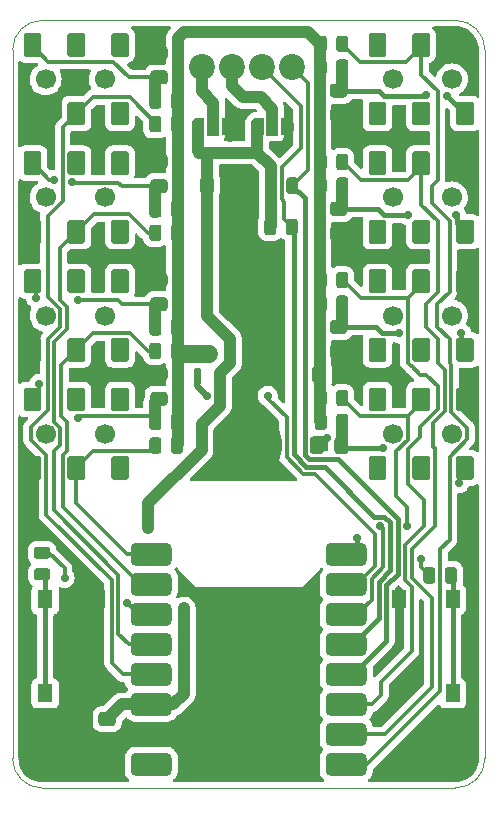
<source format=gbr>
G04 #@! TF.GenerationSoftware,KiCad,Pcbnew,6.0.10+dfsg-1~bpo11+1*
G04 #@! TF.ProjectId,project,70726f6a-6563-4742-9e6b-696361645f70,rev?*
G04 #@! TF.SameCoordinates,Original*
G04 #@! TF.FileFunction,Copper,L1,Top*
G04 #@! TF.FilePolarity,Positive*
%FSLAX46Y46*%
G04 Gerber Fmt 4.6, Leading zero omitted, Abs format (unit mm)*
%MOMM*%
%LPD*%
G01*
G04 APERTURE LIST*
G04 #@! TA.AperFunction,Profile*
%ADD10C,0.100000*%
G04 #@! TD*
G04 #@! TA.AperFunction,ComponentPad*
%ADD11C,5.600000*%
G04 #@! TD*
G04 #@! TA.AperFunction,ComponentPad*
%ADD12C,1.700000*%
G04 #@! TD*
G04 #@! TA.AperFunction,SMDPad,CuDef*
%ADD13R,1.300000X1.550000*%
G04 #@! TD*
G04 #@! TA.AperFunction,SMDPad,CuDef*
%ADD14R,1.000000X1.500000*%
G04 #@! TD*
G04 #@! TA.AperFunction,ComponentPad*
%ADD15C,2.200000*%
G04 #@! TD*
G04 #@! TA.AperFunction,ViaPad*
%ADD16C,0.700000*%
G04 #@! TD*
G04 #@! TA.AperFunction,Conductor*
%ADD17C,0.300000*%
G04 #@! TD*
G04 #@! TA.AperFunction,Conductor*
%ADD18C,1.000000*%
G04 #@! TD*
G04 #@! TA.AperFunction,Conductor*
%ADD19C,0.400000*%
G04 #@! TD*
G04 #@! TA.AperFunction,Conductor*
%ADD20C,0.500000*%
G04 #@! TD*
G04 #@! TA.AperFunction,Conductor*
%ADD21C,1.500000*%
G04 #@! TD*
G04 APERTURE END LIST*
D10*
X167262500Y-129537500D02*
X167262500Y-69537500D01*
X164762500Y-67037500D02*
X129762500Y-67037500D01*
X164762500Y-132037500D02*
G75*
G03*
X167262500Y-129537500I0J2500000D01*
G01*
X127262500Y-129537500D02*
G75*
G03*
X129762500Y-132037500I2500000J0D01*
G01*
X167262500Y-69537500D02*
G75*
G03*
X164762500Y-67037500I-2500000J0D01*
G01*
X164762500Y-132037500D02*
X129762500Y-132037500D01*
X127262500Y-69537500D02*
X127262500Y-129537500D01*
X129762500Y-67037500D02*
G75*
G03*
X127262500Y-69537500I0J-2500000D01*
G01*
G04 #@! TA.AperFunction,SMDPad,CuDef*
G36*
G01*
X155687500Y-102562500D02*
X155687500Y-103512500D01*
G75*
G02*
X155437500Y-103762500I-250000J0D01*
G01*
X154762500Y-103762500D01*
G75*
G02*
X154512500Y-103512500I0J250000D01*
G01*
X154512500Y-102562500D01*
G75*
G02*
X154762500Y-102312500I250000J0D01*
G01*
X155437500Y-102312500D01*
G75*
G02*
X155687500Y-102562500I0J-250000D01*
G01*
G37*
G04 #@! TD.AperFunction*
G04 #@! TA.AperFunction,SMDPad,CuDef*
G36*
G01*
X153612500Y-102562500D02*
X153612500Y-103512500D01*
G75*
G02*
X153362500Y-103762500I-250000J0D01*
G01*
X152687500Y-103762500D01*
G75*
G02*
X152437500Y-103512500I0J250000D01*
G01*
X152437500Y-102562500D01*
G75*
G02*
X152687500Y-102312500I250000J0D01*
G01*
X153362500Y-102312500D01*
G75*
G02*
X153612500Y-102562500I0J-250000D01*
G01*
G37*
G04 #@! TD.AperFunction*
G04 #@! TA.AperFunction,SMDPad,CuDef*
G36*
G01*
X129312500Y-111612500D02*
X130212500Y-111612500D01*
G75*
G02*
X130462500Y-111862500I0J-250000D01*
G01*
X130462500Y-112387500D01*
G75*
G02*
X130212500Y-112637500I-250000J0D01*
G01*
X129312500Y-112637500D01*
G75*
G02*
X129062500Y-112387500I0J250000D01*
G01*
X129062500Y-111862500D01*
G75*
G02*
X129312500Y-111612500I250000J0D01*
G01*
G37*
G04 #@! TD.AperFunction*
G04 #@! TA.AperFunction,SMDPad,CuDef*
G36*
G01*
X129312500Y-113437500D02*
X130212500Y-113437500D01*
G75*
G02*
X130462500Y-113687500I0J-250000D01*
G01*
X130462500Y-114212500D01*
G75*
G02*
X130212500Y-114462500I-250000J0D01*
G01*
X129312500Y-114462500D01*
G75*
G02*
X129062500Y-114212500I0J250000D01*
G01*
X129062500Y-113687500D01*
G75*
G02*
X129312500Y-113437500I250000J0D01*
G01*
G37*
G04 #@! TD.AperFunction*
G04 #@! TA.AperFunction,SMDPad,CuDef*
G36*
G01*
X134787500Y-125612500D02*
X135737500Y-125612500D01*
G75*
G02*
X135987500Y-125862500I0J-250000D01*
G01*
X135987500Y-126537500D01*
G75*
G02*
X135737500Y-126787500I-250000J0D01*
G01*
X134787500Y-126787500D01*
G75*
G02*
X134537500Y-126537500I0J250000D01*
G01*
X134537500Y-125862500D01*
G75*
G02*
X134787500Y-125612500I250000J0D01*
G01*
G37*
G04 #@! TD.AperFunction*
G04 #@! TA.AperFunction,SMDPad,CuDef*
G36*
G01*
X134787500Y-127687500D02*
X135737500Y-127687500D01*
G75*
G02*
X135987500Y-127937500I0J-250000D01*
G01*
X135987500Y-128612500D01*
G75*
G02*
X135737500Y-128862500I-250000J0D01*
G01*
X134787500Y-128862500D01*
G75*
G02*
X134537500Y-128612500I0J250000D01*
G01*
X134537500Y-127937500D01*
G75*
G02*
X134787500Y-127687500I250000J0D01*
G01*
G37*
G04 #@! TD.AperFunction*
G04 #@! TA.AperFunction,SMDPad,CuDef*
G36*
G01*
X138837500Y-93487500D02*
X138837500Y-92587500D01*
G75*
G02*
X139087500Y-92337500I250000J0D01*
G01*
X139612500Y-92337500D01*
G75*
G02*
X139862500Y-92587500I0J-250000D01*
G01*
X139862500Y-93487500D01*
G75*
G02*
X139612500Y-93737500I-250000J0D01*
G01*
X139087500Y-93737500D01*
G75*
G02*
X138837500Y-93487500I0J250000D01*
G01*
G37*
G04 #@! TD.AperFunction*
G04 #@! TA.AperFunction,SMDPad,CuDef*
G36*
G01*
X140662500Y-93487500D02*
X140662500Y-92587500D01*
G75*
G02*
X140912500Y-92337500I250000J0D01*
G01*
X141437500Y-92337500D01*
G75*
G02*
X141687500Y-92587500I0J-250000D01*
G01*
X141687500Y-93487500D01*
G75*
G02*
X141437500Y-93737500I-250000J0D01*
G01*
X140912500Y-93737500D01*
G75*
G02*
X140662500Y-93487500I0J250000D01*
G01*
G37*
G04 #@! TD.AperFunction*
G04 #@! TA.AperFunction,SMDPad,CuDef*
G36*
G01*
X155687500Y-100587500D02*
X155687500Y-101487500D01*
G75*
G02*
X155437500Y-101737500I-250000J0D01*
G01*
X154912500Y-101737500D01*
G75*
G02*
X154662500Y-101487500I0J250000D01*
G01*
X154662500Y-100587500D01*
G75*
G02*
X154912500Y-100337500I250000J0D01*
G01*
X155437500Y-100337500D01*
G75*
G02*
X155687500Y-100587500I0J-250000D01*
G01*
G37*
G04 #@! TD.AperFunction*
G04 #@! TA.AperFunction,SMDPad,CuDef*
G36*
G01*
X153862500Y-100587500D02*
X153862500Y-101487500D01*
G75*
G02*
X153612500Y-101737500I-250000J0D01*
G01*
X153087500Y-101737500D01*
G75*
G02*
X152837500Y-101487500I0J250000D01*
G01*
X152837500Y-100587500D01*
G75*
G02*
X153087500Y-100337500I250000J0D01*
G01*
X153612500Y-100337500D01*
G75*
G02*
X153862500Y-100587500I0J-250000D01*
G01*
G37*
G04 #@! TD.AperFunction*
G04 #@! TA.AperFunction,SMDPad,CuDef*
G36*
G01*
X138837500Y-95487500D02*
X138837500Y-94587500D01*
G75*
G02*
X139087500Y-94337500I250000J0D01*
G01*
X139612500Y-94337500D01*
G75*
G02*
X139862500Y-94587500I0J-250000D01*
G01*
X139862500Y-95487500D01*
G75*
G02*
X139612500Y-95737500I-250000J0D01*
G01*
X139087500Y-95737500D01*
G75*
G02*
X138837500Y-95487500I0J250000D01*
G01*
G37*
G04 #@! TD.AperFunction*
G04 #@! TA.AperFunction,SMDPad,CuDef*
G36*
G01*
X140662500Y-95487500D02*
X140662500Y-94587500D01*
G75*
G02*
X140912500Y-94337500I250000J0D01*
G01*
X141437500Y-94337500D01*
G75*
G02*
X141687500Y-94587500I0J-250000D01*
G01*
X141687500Y-95487500D01*
G75*
G02*
X141437500Y-95737500I-250000J0D01*
G01*
X140912500Y-95737500D01*
G75*
G02*
X140662500Y-95487500I0J250000D01*
G01*
G37*
G04 #@! TD.AperFunction*
G04 #@! TA.AperFunction,SMDPad,CuDef*
G36*
G01*
X155687500Y-70587500D02*
X155687500Y-71487500D01*
G75*
G02*
X155437500Y-71737500I-250000J0D01*
G01*
X154912500Y-71737500D01*
G75*
G02*
X154662500Y-71487500I0J250000D01*
G01*
X154662500Y-70587500D01*
G75*
G02*
X154912500Y-70337500I250000J0D01*
G01*
X155437500Y-70337500D01*
G75*
G02*
X155687500Y-70587500I0J-250000D01*
G01*
G37*
G04 #@! TD.AperFunction*
G04 #@! TA.AperFunction,SMDPad,CuDef*
G36*
G01*
X153862500Y-70587500D02*
X153862500Y-71487500D01*
G75*
G02*
X153612500Y-71737500I-250000J0D01*
G01*
X153087500Y-71737500D01*
G75*
G02*
X152837500Y-71487500I0J250000D01*
G01*
X152837500Y-70587500D01*
G75*
G02*
X153087500Y-70337500I250000J0D01*
G01*
X153612500Y-70337500D01*
G75*
G02*
X153862500Y-70587500I0J-250000D01*
G01*
G37*
G04 #@! TD.AperFunction*
G04 #@! TA.AperFunction,SMDPad,CuDef*
G36*
G01*
X154387500Y-82412500D02*
X155337500Y-82412500D01*
G75*
G02*
X155587500Y-82662500I0J-250000D01*
G01*
X155587500Y-83337500D01*
G75*
G02*
X155337500Y-83587500I-250000J0D01*
G01*
X154387500Y-83587500D01*
G75*
G02*
X154137500Y-83337500I0J250000D01*
G01*
X154137500Y-82662500D01*
G75*
G02*
X154387500Y-82412500I250000J0D01*
G01*
G37*
G04 #@! TD.AperFunction*
G04 #@! TA.AperFunction,SMDPad,CuDef*
G36*
G01*
X154387500Y-84487500D02*
X155337500Y-84487500D01*
G75*
G02*
X155587500Y-84737500I0J-250000D01*
G01*
X155587500Y-85412500D01*
G75*
G02*
X155337500Y-85662500I-250000J0D01*
G01*
X154387500Y-85662500D01*
G75*
G02*
X154137500Y-85412500I0J250000D01*
G01*
X154137500Y-84737500D01*
G75*
G02*
X154387500Y-84487500I250000J0D01*
G01*
G37*
G04 #@! TD.AperFunction*
D11*
X163762500Y-128537500D03*
G04 #@! TA.AperFunction,SMDPad,CuDef*
G36*
G01*
X138837500Y-85487500D02*
X138837500Y-84587500D01*
G75*
G02*
X139087500Y-84337500I250000J0D01*
G01*
X139612500Y-84337500D01*
G75*
G02*
X139862500Y-84587500I0J-250000D01*
G01*
X139862500Y-85487500D01*
G75*
G02*
X139612500Y-85737500I-250000J0D01*
G01*
X139087500Y-85737500D01*
G75*
G02*
X138837500Y-85487500I0J250000D01*
G01*
G37*
G04 #@! TD.AperFunction*
G04 #@! TA.AperFunction,SMDPad,CuDef*
G36*
G01*
X140662500Y-85487500D02*
X140662500Y-84587500D01*
G75*
G02*
X140912500Y-84337500I250000J0D01*
G01*
X141437500Y-84337500D01*
G75*
G02*
X141687500Y-84587500I0J-250000D01*
G01*
X141687500Y-85487500D01*
G75*
G02*
X141437500Y-85737500I-250000J0D01*
G01*
X140912500Y-85737500D01*
G75*
G02*
X140662500Y-85487500I0J250000D01*
G01*
G37*
G04 #@! TD.AperFunction*
G04 #@! TA.AperFunction,SMDPad,CuDef*
G36*
G01*
X157262500Y-129537500D02*
X157262500Y-130537500D01*
G75*
G02*
X156762500Y-131037500I-500000J0D01*
G01*
X154262500Y-131037500D01*
G75*
G02*
X153762500Y-130537500I0J500000D01*
G01*
X153762500Y-129537500D01*
G75*
G02*
X154262500Y-129037500I500000J0D01*
G01*
X156762500Y-129037500D01*
G75*
G02*
X157262500Y-129537500I0J-500000D01*
G01*
G37*
G04 #@! TD.AperFunction*
G04 #@! TA.AperFunction,SMDPad,CuDef*
G36*
G01*
X157262500Y-126997500D02*
X157262500Y-127997500D01*
G75*
G02*
X156762500Y-128497500I-500000J0D01*
G01*
X154262500Y-128497500D01*
G75*
G02*
X153762500Y-127997500I0J500000D01*
G01*
X153762500Y-126997500D01*
G75*
G02*
X154262500Y-126497500I500000J0D01*
G01*
X156762500Y-126497500D01*
G75*
G02*
X157262500Y-126997500I0J-500000D01*
G01*
G37*
G04 #@! TD.AperFunction*
G04 #@! TA.AperFunction,SMDPad,CuDef*
G36*
G01*
X157262500Y-124457500D02*
X157262500Y-125457500D01*
G75*
G02*
X156762500Y-125957500I-500000J0D01*
G01*
X154262500Y-125957500D01*
G75*
G02*
X153762500Y-125457500I0J500000D01*
G01*
X153762500Y-124457500D01*
G75*
G02*
X154262500Y-123957500I500000J0D01*
G01*
X156762500Y-123957500D01*
G75*
G02*
X157262500Y-124457500I0J-500000D01*
G01*
G37*
G04 #@! TD.AperFunction*
G04 #@! TA.AperFunction,SMDPad,CuDef*
G36*
G01*
X157262500Y-121917500D02*
X157262500Y-122917500D01*
G75*
G02*
X156762500Y-123417500I-500000J0D01*
G01*
X154262500Y-123417500D01*
G75*
G02*
X153762500Y-122917500I0J500000D01*
G01*
X153762500Y-121917500D01*
G75*
G02*
X154262500Y-121417500I500000J0D01*
G01*
X156762500Y-121417500D01*
G75*
G02*
X157262500Y-121917500I0J-500000D01*
G01*
G37*
G04 #@! TD.AperFunction*
G04 #@! TA.AperFunction,SMDPad,CuDef*
G36*
G01*
X157262500Y-119377500D02*
X157262500Y-120377500D01*
G75*
G02*
X156762500Y-120877500I-500000J0D01*
G01*
X154262500Y-120877500D01*
G75*
G02*
X153762500Y-120377500I0J500000D01*
G01*
X153762500Y-119377500D01*
G75*
G02*
X154262500Y-118877500I500000J0D01*
G01*
X156762500Y-118877500D01*
G75*
G02*
X157262500Y-119377500I0J-500000D01*
G01*
G37*
G04 #@! TD.AperFunction*
G04 #@! TA.AperFunction,SMDPad,CuDef*
G36*
G01*
X157262500Y-116837500D02*
X157262500Y-117837500D01*
G75*
G02*
X156762500Y-118337500I-500000J0D01*
G01*
X154262500Y-118337500D01*
G75*
G02*
X153762500Y-117837500I0J500000D01*
G01*
X153762500Y-116837500D01*
G75*
G02*
X154262500Y-116337500I500000J0D01*
G01*
X156762500Y-116337500D01*
G75*
G02*
X157262500Y-116837500I0J-500000D01*
G01*
G37*
G04 #@! TD.AperFunction*
G04 #@! TA.AperFunction,SMDPad,CuDef*
G36*
G01*
X157262500Y-114297500D02*
X157262500Y-115297500D01*
G75*
G02*
X156762500Y-115797500I-500000J0D01*
G01*
X154262500Y-115797500D01*
G75*
G02*
X153762500Y-115297500I0J500000D01*
G01*
X153762500Y-114297500D01*
G75*
G02*
X154262500Y-113797500I500000J0D01*
G01*
X156762500Y-113797500D01*
G75*
G02*
X157262500Y-114297500I0J-500000D01*
G01*
G37*
G04 #@! TD.AperFunction*
G04 #@! TA.AperFunction,SMDPad,CuDef*
G36*
G01*
X157262500Y-111757500D02*
X157262500Y-112757500D01*
G75*
G02*
X156762500Y-113257500I-500000J0D01*
G01*
X154262500Y-113257500D01*
G75*
G02*
X153762500Y-112757500I0J500000D01*
G01*
X153762500Y-111757500D01*
G75*
G02*
X154262500Y-111257500I500000J0D01*
G01*
X156762500Y-111257500D01*
G75*
G02*
X157262500Y-111757500I0J-500000D01*
G01*
G37*
G04 #@! TD.AperFunction*
G04 #@! TA.AperFunction,SMDPad,CuDef*
G36*
G01*
X140752500Y-111757500D02*
X140752500Y-112757500D01*
G75*
G02*
X140252500Y-113257500I-500000J0D01*
G01*
X137752500Y-113257500D01*
G75*
G02*
X137252500Y-112757500I0J500000D01*
G01*
X137252500Y-111757500D01*
G75*
G02*
X137752500Y-111257500I500000J0D01*
G01*
X140252500Y-111257500D01*
G75*
G02*
X140752500Y-111757500I0J-500000D01*
G01*
G37*
G04 #@! TD.AperFunction*
G04 #@! TA.AperFunction,SMDPad,CuDef*
G36*
G01*
X140752500Y-114297500D02*
X140752500Y-115297500D01*
G75*
G02*
X140252500Y-115797500I-500000J0D01*
G01*
X137752500Y-115797500D01*
G75*
G02*
X137252500Y-115297500I0J500000D01*
G01*
X137252500Y-114297500D01*
G75*
G02*
X137752500Y-113797500I500000J0D01*
G01*
X140252500Y-113797500D01*
G75*
G02*
X140752500Y-114297500I0J-500000D01*
G01*
G37*
G04 #@! TD.AperFunction*
G04 #@! TA.AperFunction,SMDPad,CuDef*
G36*
G01*
X140752500Y-116837500D02*
X140752500Y-117837500D01*
G75*
G02*
X140252500Y-118337500I-500000J0D01*
G01*
X137752500Y-118337500D01*
G75*
G02*
X137252500Y-117837500I0J500000D01*
G01*
X137252500Y-116837500D01*
G75*
G02*
X137752500Y-116337500I500000J0D01*
G01*
X140252500Y-116337500D01*
G75*
G02*
X140752500Y-116837500I0J-500000D01*
G01*
G37*
G04 #@! TD.AperFunction*
G04 #@! TA.AperFunction,SMDPad,CuDef*
G36*
G01*
X140752500Y-119377500D02*
X140752500Y-120377500D01*
G75*
G02*
X140252500Y-120877500I-500000J0D01*
G01*
X137752500Y-120877500D01*
G75*
G02*
X137252500Y-120377500I0J500000D01*
G01*
X137252500Y-119377500D01*
G75*
G02*
X137752500Y-118877500I500000J0D01*
G01*
X140252500Y-118877500D01*
G75*
G02*
X140752500Y-119377500I0J-500000D01*
G01*
G37*
G04 #@! TD.AperFunction*
G04 #@! TA.AperFunction,SMDPad,CuDef*
G36*
G01*
X140752500Y-121917500D02*
X140752500Y-122917500D01*
G75*
G02*
X140252500Y-123417500I-500000J0D01*
G01*
X137752500Y-123417500D01*
G75*
G02*
X137252500Y-122917500I0J500000D01*
G01*
X137252500Y-121917500D01*
G75*
G02*
X137752500Y-121417500I500000J0D01*
G01*
X140252500Y-121417500D01*
G75*
G02*
X140752500Y-121917500I0J-500000D01*
G01*
G37*
G04 #@! TD.AperFunction*
G04 #@! TA.AperFunction,SMDPad,CuDef*
G36*
G01*
X140752500Y-124457500D02*
X140752500Y-125457500D01*
G75*
G02*
X140252500Y-125957500I-500000J0D01*
G01*
X137752500Y-125957500D01*
G75*
G02*
X137252500Y-125457500I0J500000D01*
G01*
X137252500Y-124457500D01*
G75*
G02*
X137752500Y-123957500I500000J0D01*
G01*
X140252500Y-123957500D01*
G75*
G02*
X140752500Y-124457500I0J-500000D01*
G01*
G37*
G04 #@! TD.AperFunction*
G04 #@! TA.AperFunction,SMDPad,CuDef*
G36*
G01*
X140752500Y-126997500D02*
X140752500Y-127997500D01*
G75*
G02*
X140252500Y-128497500I-500000J0D01*
G01*
X137752500Y-128497500D01*
G75*
G02*
X137252500Y-127997500I0J500000D01*
G01*
X137252500Y-126997500D01*
G75*
G02*
X137752500Y-126497500I500000J0D01*
G01*
X140252500Y-126497500D01*
G75*
G02*
X140752500Y-126997500I0J-500000D01*
G01*
G37*
G04 #@! TD.AperFunction*
G04 #@! TA.AperFunction,SMDPad,CuDef*
G36*
G01*
X140752500Y-129537500D02*
X140752500Y-130537500D01*
G75*
G02*
X140252500Y-131037500I-500000J0D01*
G01*
X137752500Y-131037500D01*
G75*
G02*
X137252500Y-130537500I0J500000D01*
G01*
X137252500Y-129537500D01*
G75*
G02*
X137752500Y-129037500I500000J0D01*
G01*
X140252500Y-129037500D01*
G75*
G02*
X140752500Y-129537500I0J-500000D01*
G01*
G37*
G04 #@! TD.AperFunction*
G04 #@! TA.AperFunction,SMDPad,CuDef*
G36*
G01*
X155687500Y-88587500D02*
X155687500Y-89487500D01*
G75*
G02*
X155437500Y-89737500I-250000J0D01*
G01*
X154912500Y-89737500D01*
G75*
G02*
X154662500Y-89487500I0J250000D01*
G01*
X154662500Y-88587500D01*
G75*
G02*
X154912500Y-88337500I250000J0D01*
G01*
X155437500Y-88337500D01*
G75*
G02*
X155687500Y-88587500I0J-250000D01*
G01*
G37*
G04 #@! TD.AperFunction*
G04 #@! TA.AperFunction,SMDPad,CuDef*
G36*
G01*
X153862500Y-88587500D02*
X153862500Y-89487500D01*
G75*
G02*
X153612500Y-89737500I-250000J0D01*
G01*
X153087500Y-89737500D01*
G75*
G02*
X152837500Y-89487500I0J250000D01*
G01*
X152837500Y-88587500D01*
G75*
G02*
X153087500Y-88337500I250000J0D01*
G01*
X153612500Y-88337500D01*
G75*
G02*
X153862500Y-88587500I0J-250000D01*
G01*
G37*
G04 #@! TD.AperFunction*
G04 #@! TA.AperFunction,SMDPad,CuDef*
G36*
G01*
X138837500Y-101487500D02*
X138837500Y-100587500D01*
G75*
G02*
X139087500Y-100337500I250000J0D01*
G01*
X139612500Y-100337500D01*
G75*
G02*
X139862500Y-100587500I0J-250000D01*
G01*
X139862500Y-101487500D01*
G75*
G02*
X139612500Y-101737500I-250000J0D01*
G01*
X139087500Y-101737500D01*
G75*
G02*
X138837500Y-101487500I0J250000D01*
G01*
G37*
G04 #@! TD.AperFunction*
G04 #@! TA.AperFunction,SMDPad,CuDef*
G36*
G01*
X140662500Y-101487500D02*
X140662500Y-100587500D01*
G75*
G02*
X140912500Y-100337500I250000J0D01*
G01*
X141437500Y-100337500D01*
G75*
G02*
X141687500Y-100587500I0J-250000D01*
G01*
X141687500Y-101487500D01*
G75*
G02*
X141437500Y-101737500I-250000J0D01*
G01*
X140912500Y-101737500D01*
G75*
G02*
X140662500Y-101487500I0J250000D01*
G01*
G37*
G04 #@! TD.AperFunction*
G04 #@! TA.AperFunction,SMDPad,CuDef*
G36*
G01*
X155687500Y-80587500D02*
X155687500Y-81487500D01*
G75*
G02*
X155437500Y-81737500I-250000J0D01*
G01*
X154912500Y-81737500D01*
G75*
G02*
X154662500Y-81487500I0J250000D01*
G01*
X154662500Y-80587500D01*
G75*
G02*
X154912500Y-80337500I250000J0D01*
G01*
X155437500Y-80337500D01*
G75*
G02*
X155687500Y-80587500I0J-250000D01*
G01*
G37*
G04 #@! TD.AperFunction*
G04 #@! TA.AperFunction,SMDPad,CuDef*
G36*
G01*
X153862500Y-80587500D02*
X153862500Y-81487500D01*
G75*
G02*
X153612500Y-81737500I-250000J0D01*
G01*
X153087500Y-81737500D01*
G75*
G02*
X152837500Y-81487500I0J250000D01*
G01*
X152837500Y-80587500D01*
G75*
G02*
X153087500Y-80337500I250000J0D01*
G01*
X153612500Y-80337500D01*
G75*
G02*
X153862500Y-80587500I0J-250000D01*
G01*
G37*
G04 #@! TD.AperFunction*
D12*
X164462500Y-92037500D03*
X159462500Y-92037500D03*
G04 #@! TA.AperFunction,SMDPad,CuDef*
G36*
G01*
X161262500Y-93937500D02*
X162462500Y-93937500D01*
G75*
G02*
X162612500Y-94087500I0J-150000D01*
G01*
X162612500Y-95787500D01*
G75*
G02*
X162462500Y-95937500I-150000J0D01*
G01*
X161262500Y-95937500D01*
G75*
G02*
X161112500Y-95787500I0J150000D01*
G01*
X161112500Y-94087500D01*
G75*
G02*
X161262500Y-93937500I150000J0D01*
G01*
G37*
G04 #@! TD.AperFunction*
G04 #@! TA.AperFunction,SMDPad,CuDef*
G36*
G01*
X157562500Y-93937500D02*
X158762500Y-93937500D01*
G75*
G02*
X158912500Y-94087500I0J-150000D01*
G01*
X158912500Y-95787500D01*
G75*
G02*
X158762500Y-95937500I-150000J0D01*
G01*
X157562500Y-95937500D01*
G75*
G02*
X157412500Y-95787500I0J150000D01*
G01*
X157412500Y-94087500D01*
G75*
G02*
X157562500Y-93937500I150000J0D01*
G01*
G37*
G04 #@! TD.AperFunction*
G04 #@! TA.AperFunction,SMDPad,CuDef*
G36*
G01*
X164962500Y-88137500D02*
X166162500Y-88137500D01*
G75*
G02*
X166312500Y-88287500I0J-150000D01*
G01*
X166312500Y-89987500D01*
G75*
G02*
X166162500Y-90137500I-150000J0D01*
G01*
X164962500Y-90137500D01*
G75*
G02*
X164812500Y-89987500I0J150000D01*
G01*
X164812500Y-88287500D01*
G75*
G02*
X164962500Y-88137500I150000J0D01*
G01*
G37*
G04 #@! TD.AperFunction*
G04 #@! TA.AperFunction,SMDPad,CuDef*
G36*
G01*
X164962500Y-93937500D02*
X166162500Y-93937500D01*
G75*
G02*
X166312500Y-94087500I0J-150000D01*
G01*
X166312500Y-95787500D01*
G75*
G02*
X166162500Y-95937500I-150000J0D01*
G01*
X164962500Y-95937500D01*
G75*
G02*
X164812500Y-95787500I0J150000D01*
G01*
X164812500Y-94087500D01*
G75*
G02*
X164962500Y-93937500I150000J0D01*
G01*
G37*
G04 #@! TD.AperFunction*
G04 #@! TA.AperFunction,SMDPad,CuDef*
G36*
G01*
X161262500Y-88137500D02*
X162462500Y-88137500D01*
G75*
G02*
X162612500Y-88287500I0J-150000D01*
G01*
X162612500Y-89987500D01*
G75*
G02*
X162462500Y-90137500I-150000J0D01*
G01*
X161262500Y-90137500D01*
G75*
G02*
X161112500Y-89987500I0J150000D01*
G01*
X161112500Y-88287500D01*
G75*
G02*
X161262500Y-88137500I150000J0D01*
G01*
G37*
G04 #@! TD.AperFunction*
G04 #@! TA.AperFunction,SMDPad,CuDef*
G36*
G01*
X157562500Y-88137500D02*
X158762500Y-88137500D01*
G75*
G02*
X158912500Y-88287500I0J-150000D01*
G01*
X158912500Y-89987500D01*
G75*
G02*
X158762500Y-90137500I-150000J0D01*
G01*
X157562500Y-90137500D01*
G75*
G02*
X157412500Y-89987500I0J150000D01*
G01*
X157412500Y-88287500D01*
G75*
G02*
X157562500Y-88137500I150000J0D01*
G01*
G37*
G04 #@! TD.AperFunction*
X135062500Y-82037500D03*
X130062500Y-82037500D03*
G04 #@! TA.AperFunction,SMDPad,CuDef*
G36*
G01*
X133262500Y-80137500D02*
X132062500Y-80137500D01*
G75*
G02*
X131912500Y-79987500I0J150000D01*
G01*
X131912500Y-78287500D01*
G75*
G02*
X132062500Y-78137500I150000J0D01*
G01*
X133262500Y-78137500D01*
G75*
G02*
X133412500Y-78287500I0J-150000D01*
G01*
X133412500Y-79987500D01*
G75*
G02*
X133262500Y-80137500I-150000J0D01*
G01*
G37*
G04 #@! TD.AperFunction*
G04 #@! TA.AperFunction,SMDPad,CuDef*
G36*
G01*
X136962500Y-80137500D02*
X135762500Y-80137500D01*
G75*
G02*
X135612500Y-79987500I0J150000D01*
G01*
X135612500Y-78287500D01*
G75*
G02*
X135762500Y-78137500I150000J0D01*
G01*
X136962500Y-78137500D01*
G75*
G02*
X137112500Y-78287500I0J-150000D01*
G01*
X137112500Y-79987500D01*
G75*
G02*
X136962500Y-80137500I-150000J0D01*
G01*
G37*
G04 #@! TD.AperFunction*
G04 #@! TA.AperFunction,SMDPad,CuDef*
G36*
G01*
X129562500Y-85937500D02*
X128362500Y-85937500D01*
G75*
G02*
X128212500Y-85787500I0J150000D01*
G01*
X128212500Y-84087500D01*
G75*
G02*
X128362500Y-83937500I150000J0D01*
G01*
X129562500Y-83937500D01*
G75*
G02*
X129712500Y-84087500I0J-150000D01*
G01*
X129712500Y-85787500D01*
G75*
G02*
X129562500Y-85937500I-150000J0D01*
G01*
G37*
G04 #@! TD.AperFunction*
G04 #@! TA.AperFunction,SMDPad,CuDef*
G36*
G01*
X129562500Y-80137500D02*
X128362500Y-80137500D01*
G75*
G02*
X128212500Y-79987500I0J150000D01*
G01*
X128212500Y-78287500D01*
G75*
G02*
X128362500Y-78137500I150000J0D01*
G01*
X129562500Y-78137500D01*
G75*
G02*
X129712500Y-78287500I0J-150000D01*
G01*
X129712500Y-79987500D01*
G75*
G02*
X129562500Y-80137500I-150000J0D01*
G01*
G37*
G04 #@! TD.AperFunction*
G04 #@! TA.AperFunction,SMDPad,CuDef*
G36*
G01*
X133262500Y-85937500D02*
X132062500Y-85937500D01*
G75*
G02*
X131912500Y-85787500I0J150000D01*
G01*
X131912500Y-84087500D01*
G75*
G02*
X132062500Y-83937500I150000J0D01*
G01*
X133262500Y-83937500D01*
G75*
G02*
X133412500Y-84087500I0J-150000D01*
G01*
X133412500Y-85787500D01*
G75*
G02*
X133262500Y-85937500I-150000J0D01*
G01*
G37*
G04 #@! TD.AperFunction*
G04 #@! TA.AperFunction,SMDPad,CuDef*
G36*
G01*
X136962500Y-85937500D02*
X135762500Y-85937500D01*
G75*
G02*
X135612500Y-85787500I0J150000D01*
G01*
X135612500Y-84087500D01*
G75*
G02*
X135762500Y-83937500I150000J0D01*
G01*
X136962500Y-83937500D01*
G75*
G02*
X137112500Y-84087500I0J-150000D01*
G01*
X137112500Y-85787500D01*
G75*
G02*
X136962500Y-85937500I-150000J0D01*
G01*
G37*
G04 #@! TD.AperFunction*
X164462500Y-72037500D03*
X159462500Y-72037500D03*
G04 #@! TA.AperFunction,SMDPad,CuDef*
G36*
G01*
X161262500Y-73937500D02*
X162462500Y-73937500D01*
G75*
G02*
X162612500Y-74087500I0J-150000D01*
G01*
X162612500Y-75787500D01*
G75*
G02*
X162462500Y-75937500I-150000J0D01*
G01*
X161262500Y-75937500D01*
G75*
G02*
X161112500Y-75787500I0J150000D01*
G01*
X161112500Y-74087500D01*
G75*
G02*
X161262500Y-73937500I150000J0D01*
G01*
G37*
G04 #@! TD.AperFunction*
G04 #@! TA.AperFunction,SMDPad,CuDef*
G36*
G01*
X157562500Y-73937500D02*
X158762500Y-73937500D01*
G75*
G02*
X158912500Y-74087500I0J-150000D01*
G01*
X158912500Y-75787500D01*
G75*
G02*
X158762500Y-75937500I-150000J0D01*
G01*
X157562500Y-75937500D01*
G75*
G02*
X157412500Y-75787500I0J150000D01*
G01*
X157412500Y-74087500D01*
G75*
G02*
X157562500Y-73937500I150000J0D01*
G01*
G37*
G04 #@! TD.AperFunction*
G04 #@! TA.AperFunction,SMDPad,CuDef*
G36*
G01*
X164962500Y-68137500D02*
X166162500Y-68137500D01*
G75*
G02*
X166312500Y-68287500I0J-150000D01*
G01*
X166312500Y-69987500D01*
G75*
G02*
X166162500Y-70137500I-150000J0D01*
G01*
X164962500Y-70137500D01*
G75*
G02*
X164812500Y-69987500I0J150000D01*
G01*
X164812500Y-68287500D01*
G75*
G02*
X164962500Y-68137500I150000J0D01*
G01*
G37*
G04 #@! TD.AperFunction*
G04 #@! TA.AperFunction,SMDPad,CuDef*
G36*
G01*
X164962500Y-73937500D02*
X166162500Y-73937500D01*
G75*
G02*
X166312500Y-74087500I0J-150000D01*
G01*
X166312500Y-75787500D01*
G75*
G02*
X166162500Y-75937500I-150000J0D01*
G01*
X164962500Y-75937500D01*
G75*
G02*
X164812500Y-75787500I0J150000D01*
G01*
X164812500Y-74087500D01*
G75*
G02*
X164962500Y-73937500I150000J0D01*
G01*
G37*
G04 #@! TD.AperFunction*
G04 #@! TA.AperFunction,SMDPad,CuDef*
G36*
G01*
X161262500Y-68137500D02*
X162462500Y-68137500D01*
G75*
G02*
X162612500Y-68287500I0J-150000D01*
G01*
X162612500Y-69987500D01*
G75*
G02*
X162462500Y-70137500I-150000J0D01*
G01*
X161262500Y-70137500D01*
G75*
G02*
X161112500Y-69987500I0J150000D01*
G01*
X161112500Y-68287500D01*
G75*
G02*
X161262500Y-68137500I150000J0D01*
G01*
G37*
G04 #@! TD.AperFunction*
G04 #@! TA.AperFunction,SMDPad,CuDef*
G36*
G01*
X157562500Y-68137500D02*
X158762500Y-68137500D01*
G75*
G02*
X158912500Y-68287500I0J-150000D01*
G01*
X158912500Y-69987500D01*
G75*
G02*
X158762500Y-70137500I-150000J0D01*
G01*
X157562500Y-70137500D01*
G75*
G02*
X157412500Y-69987500I0J150000D01*
G01*
X157412500Y-68287500D01*
G75*
G02*
X157562500Y-68137500I150000J0D01*
G01*
G37*
G04 #@! TD.AperFunction*
D11*
X130762500Y-128537500D03*
G04 #@! TA.AperFunction,SMDPad,CuDef*
G36*
G01*
X162037500Y-114487500D02*
X162037500Y-113587500D01*
G75*
G02*
X162287500Y-113337500I250000J0D01*
G01*
X162812500Y-113337500D01*
G75*
G02*
X163062500Y-113587500I0J-250000D01*
G01*
X163062500Y-114487500D01*
G75*
G02*
X162812500Y-114737500I-250000J0D01*
G01*
X162287500Y-114737500D01*
G75*
G02*
X162037500Y-114487500I0J250000D01*
G01*
G37*
G04 #@! TD.AperFunction*
G04 #@! TA.AperFunction,SMDPad,CuDef*
G36*
G01*
X163862500Y-114487500D02*
X163862500Y-113587500D01*
G75*
G02*
X164112500Y-113337500I250000J0D01*
G01*
X164637500Y-113337500D01*
G75*
G02*
X164887500Y-113587500I0J-250000D01*
G01*
X164887500Y-114487500D01*
G75*
G02*
X164637500Y-114737500I-250000J0D01*
G01*
X164112500Y-114737500D01*
G75*
G02*
X163862500Y-114487500I0J250000D01*
G01*
G37*
G04 #@! TD.AperFunction*
G04 #@! TA.AperFunction,SMDPad,CuDef*
G36*
G01*
X155687500Y-78587500D02*
X155687500Y-79487500D01*
G75*
G02*
X155437500Y-79737500I-250000J0D01*
G01*
X154912500Y-79737500D01*
G75*
G02*
X154662500Y-79487500I0J250000D01*
G01*
X154662500Y-78587500D01*
G75*
G02*
X154912500Y-78337500I250000J0D01*
G01*
X155437500Y-78337500D01*
G75*
G02*
X155687500Y-78587500I0J-250000D01*
G01*
G37*
G04 #@! TD.AperFunction*
G04 #@! TA.AperFunction,SMDPad,CuDef*
G36*
G01*
X153862500Y-78587500D02*
X153862500Y-79487500D01*
G75*
G02*
X153612500Y-79737500I-250000J0D01*
G01*
X153087500Y-79737500D01*
G75*
G02*
X152837500Y-79487500I0J250000D01*
G01*
X152837500Y-78587500D01*
G75*
G02*
X153087500Y-78337500I250000J0D01*
G01*
X153612500Y-78337500D01*
G75*
G02*
X153862500Y-78587500I0J-250000D01*
G01*
G37*
G04 #@! TD.AperFunction*
G04 #@! TA.AperFunction,SMDPad,CuDef*
G36*
G01*
X140137500Y-91662500D02*
X139187500Y-91662500D01*
G75*
G02*
X138937500Y-91412500I0J250000D01*
G01*
X138937500Y-90737500D01*
G75*
G02*
X139187500Y-90487500I250000J0D01*
G01*
X140137500Y-90487500D01*
G75*
G02*
X140387500Y-90737500I0J-250000D01*
G01*
X140387500Y-91412500D01*
G75*
G02*
X140137500Y-91662500I-250000J0D01*
G01*
G37*
G04 #@! TD.AperFunction*
G04 #@! TA.AperFunction,SMDPad,CuDef*
G36*
G01*
X140137500Y-89587500D02*
X139187500Y-89587500D01*
G75*
G02*
X138937500Y-89337500I0J250000D01*
G01*
X138937500Y-88662500D01*
G75*
G02*
X139187500Y-88412500I250000J0D01*
G01*
X140137500Y-88412500D01*
G75*
G02*
X140387500Y-88662500I0J-250000D01*
G01*
X140387500Y-89337500D01*
G75*
G02*
X140137500Y-89587500I-250000J0D01*
G01*
G37*
G04 #@! TD.AperFunction*
G04 #@! TA.AperFunction,SMDPad,CuDef*
G36*
G01*
X140137500Y-81662500D02*
X139187500Y-81662500D01*
G75*
G02*
X138937500Y-81412500I0J250000D01*
G01*
X138937500Y-80737500D01*
G75*
G02*
X139187500Y-80487500I250000J0D01*
G01*
X140137500Y-80487500D01*
G75*
G02*
X140387500Y-80737500I0J-250000D01*
G01*
X140387500Y-81412500D01*
G75*
G02*
X140137500Y-81662500I-250000J0D01*
G01*
G37*
G04 #@! TD.AperFunction*
G04 #@! TA.AperFunction,SMDPad,CuDef*
G36*
G01*
X140137500Y-79587500D02*
X139187500Y-79587500D01*
G75*
G02*
X138937500Y-79337500I0J250000D01*
G01*
X138937500Y-78662500D01*
G75*
G02*
X139187500Y-78412500I250000J0D01*
G01*
X140137500Y-78412500D01*
G75*
G02*
X140387500Y-78662500I0J-250000D01*
G01*
X140387500Y-79337500D01*
G75*
G02*
X140137500Y-79587500I-250000J0D01*
G01*
G37*
G04 #@! TD.AperFunction*
D13*
X130012500Y-116057500D03*
X130012500Y-124017500D03*
X134512500Y-124017500D03*
X134512500Y-116057500D03*
G04 #@! TA.AperFunction,SMDPad,CuDef*
G36*
G01*
X154387500Y-92412500D02*
X155337500Y-92412500D01*
G75*
G02*
X155587500Y-92662500I0J-250000D01*
G01*
X155587500Y-93337500D01*
G75*
G02*
X155337500Y-93587500I-250000J0D01*
G01*
X154387500Y-93587500D01*
G75*
G02*
X154137500Y-93337500I0J250000D01*
G01*
X154137500Y-92662500D01*
G75*
G02*
X154387500Y-92412500I250000J0D01*
G01*
G37*
G04 #@! TD.AperFunction*
G04 #@! TA.AperFunction,SMDPad,CuDef*
G36*
G01*
X154387500Y-94487500D02*
X155337500Y-94487500D01*
G75*
G02*
X155587500Y-94737500I0J-250000D01*
G01*
X155587500Y-95412500D01*
G75*
G02*
X155337500Y-95662500I-250000J0D01*
G01*
X154387500Y-95662500D01*
G75*
G02*
X154137500Y-95412500I0J250000D01*
G01*
X154137500Y-94737500D01*
G75*
G02*
X154387500Y-94487500I250000J0D01*
G01*
G37*
G04 #@! TD.AperFunction*
X164512500Y-116057500D03*
X164512500Y-124017500D03*
X160012500Y-124017500D03*
X160012500Y-116057500D03*
G04 #@! TA.AperFunction,SMDPad,CuDef*
G36*
G01*
X140137500Y-72462500D02*
X139187500Y-72462500D01*
G75*
G02*
X138937500Y-72212500I0J250000D01*
G01*
X138937500Y-71537500D01*
G75*
G02*
X139187500Y-71287500I250000J0D01*
G01*
X140137500Y-71287500D01*
G75*
G02*
X140387500Y-71537500I0J-250000D01*
G01*
X140387500Y-72212500D01*
G75*
G02*
X140137500Y-72462500I-250000J0D01*
G01*
G37*
G04 #@! TD.AperFunction*
G04 #@! TA.AperFunction,SMDPad,CuDef*
G36*
G01*
X140137500Y-70387500D02*
X139187500Y-70387500D01*
G75*
G02*
X138937500Y-70137500I0J250000D01*
G01*
X138937500Y-69462500D01*
G75*
G02*
X139187500Y-69212500I250000J0D01*
G01*
X140137500Y-69212500D01*
G75*
G02*
X140387500Y-69462500I0J-250000D01*
G01*
X140387500Y-70137500D01*
G75*
G02*
X140137500Y-70387500I-250000J0D01*
G01*
G37*
G04 #@! TD.AperFunction*
D12*
X159462500Y-102037500D03*
X164462500Y-102037500D03*
G04 #@! TA.AperFunction,SMDPad,CuDef*
G36*
G01*
X161262500Y-103937500D02*
X162462500Y-103937500D01*
G75*
G02*
X162612500Y-104087500I0J-150000D01*
G01*
X162612500Y-105787500D01*
G75*
G02*
X162462500Y-105937500I-150000J0D01*
G01*
X161262500Y-105937500D01*
G75*
G02*
X161112500Y-105787500I0J150000D01*
G01*
X161112500Y-104087500D01*
G75*
G02*
X161262500Y-103937500I150000J0D01*
G01*
G37*
G04 #@! TD.AperFunction*
G04 #@! TA.AperFunction,SMDPad,CuDef*
G36*
G01*
X157562500Y-103937500D02*
X158762500Y-103937500D01*
G75*
G02*
X158912500Y-104087500I0J-150000D01*
G01*
X158912500Y-105787500D01*
G75*
G02*
X158762500Y-105937500I-150000J0D01*
G01*
X157562500Y-105937500D01*
G75*
G02*
X157412500Y-105787500I0J150000D01*
G01*
X157412500Y-104087500D01*
G75*
G02*
X157562500Y-103937500I150000J0D01*
G01*
G37*
G04 #@! TD.AperFunction*
G04 #@! TA.AperFunction,SMDPad,CuDef*
G36*
G01*
X164962500Y-98137500D02*
X166162500Y-98137500D01*
G75*
G02*
X166312500Y-98287500I0J-150000D01*
G01*
X166312500Y-99987500D01*
G75*
G02*
X166162500Y-100137500I-150000J0D01*
G01*
X164962500Y-100137500D01*
G75*
G02*
X164812500Y-99987500I0J150000D01*
G01*
X164812500Y-98287500D01*
G75*
G02*
X164962500Y-98137500I150000J0D01*
G01*
G37*
G04 #@! TD.AperFunction*
G04 #@! TA.AperFunction,SMDPad,CuDef*
G36*
G01*
X164962500Y-103937500D02*
X166162500Y-103937500D01*
G75*
G02*
X166312500Y-104087500I0J-150000D01*
G01*
X166312500Y-105787500D01*
G75*
G02*
X166162500Y-105937500I-150000J0D01*
G01*
X164962500Y-105937500D01*
G75*
G02*
X164812500Y-105787500I0J150000D01*
G01*
X164812500Y-104087500D01*
G75*
G02*
X164962500Y-103937500I150000J0D01*
G01*
G37*
G04 #@! TD.AperFunction*
G04 #@! TA.AperFunction,SMDPad,CuDef*
G36*
G01*
X161262500Y-98137500D02*
X162462500Y-98137500D01*
G75*
G02*
X162612500Y-98287500I0J-150000D01*
G01*
X162612500Y-99987500D01*
G75*
G02*
X162462500Y-100137500I-150000J0D01*
G01*
X161262500Y-100137500D01*
G75*
G02*
X161112500Y-99987500I0J150000D01*
G01*
X161112500Y-98287500D01*
G75*
G02*
X161262500Y-98137500I150000J0D01*
G01*
G37*
G04 #@! TD.AperFunction*
G04 #@! TA.AperFunction,SMDPad,CuDef*
G36*
G01*
X157562500Y-98137500D02*
X158762500Y-98137500D01*
G75*
G02*
X158912500Y-98287500I0J-150000D01*
G01*
X158912500Y-99987500D01*
G75*
G02*
X158762500Y-100137500I-150000J0D01*
G01*
X157562500Y-100137500D01*
G75*
G02*
X157412500Y-99987500I0J150000D01*
G01*
X157412500Y-98287500D01*
G75*
G02*
X157562500Y-98137500I150000J0D01*
G01*
G37*
G04 #@! TD.AperFunction*
G04 #@! TA.AperFunction,SMDPad,CuDef*
G36*
G01*
X143062500Y-97912500D02*
X142762500Y-97912500D01*
G75*
G02*
X142612500Y-97762500I0J150000D01*
G01*
X142612500Y-96587500D01*
G75*
G02*
X142762500Y-96437500I150000J0D01*
G01*
X143062500Y-96437500D01*
G75*
G02*
X143212500Y-96587500I0J-150000D01*
G01*
X143212500Y-97762500D01*
G75*
G02*
X143062500Y-97912500I-150000J0D01*
G01*
G37*
G04 #@! TD.AperFunction*
G04 #@! TA.AperFunction,SMDPad,CuDef*
G36*
G01*
X144962500Y-97912500D02*
X144662500Y-97912500D01*
G75*
G02*
X144512500Y-97762500I0J150000D01*
G01*
X144512500Y-96587500D01*
G75*
G02*
X144662500Y-96437500I150000J0D01*
G01*
X144962500Y-96437500D01*
G75*
G02*
X145112500Y-96587500I0J-150000D01*
G01*
X145112500Y-97762500D01*
G75*
G02*
X144962500Y-97912500I-150000J0D01*
G01*
G37*
G04 #@! TD.AperFunction*
G04 #@! TA.AperFunction,SMDPad,CuDef*
G36*
G01*
X144012500Y-96037500D02*
X143712500Y-96037500D01*
G75*
G02*
X143562500Y-95887500I0J150000D01*
G01*
X143562500Y-94712500D01*
G75*
G02*
X143712500Y-94562500I150000J0D01*
G01*
X144012500Y-94562500D01*
G75*
G02*
X144162500Y-94712500I0J-150000D01*
G01*
X144162500Y-95887500D01*
G75*
G02*
X144012500Y-96037500I-150000J0D01*
G01*
G37*
G04 #@! TD.AperFunction*
G04 #@! TA.AperFunction,SMDPad,CuDef*
G36*
G01*
X151460436Y-80587500D02*
X151460436Y-81487500D01*
G75*
G02*
X151210436Y-81737500I-250000J0D01*
G01*
X150685436Y-81737500D01*
G75*
G02*
X150435436Y-81487500I0J250000D01*
G01*
X150435436Y-80587500D01*
G75*
G02*
X150685436Y-80337500I250000J0D01*
G01*
X151210436Y-80337500D01*
G75*
G02*
X151460436Y-80587500I0J-250000D01*
G01*
G37*
G04 #@! TD.AperFunction*
G04 #@! TA.AperFunction,SMDPad,CuDef*
G36*
G01*
X149635436Y-80587500D02*
X149635436Y-81487500D01*
G75*
G02*
X149385436Y-81737500I-250000J0D01*
G01*
X148860436Y-81737500D01*
G75*
G02*
X148610436Y-81487500I0J250000D01*
G01*
X148610436Y-80587500D01*
G75*
G02*
X148860436Y-80337500I250000J0D01*
G01*
X149385436Y-80337500D01*
G75*
G02*
X149635436Y-80587500I0J-250000D01*
G01*
G37*
G04 #@! TD.AperFunction*
G04 #@! TA.AperFunction,SMDPad,CuDef*
G36*
G01*
X155687500Y-98587500D02*
X155687500Y-99487500D01*
G75*
G02*
X155437500Y-99737500I-250000J0D01*
G01*
X154912500Y-99737500D01*
G75*
G02*
X154662500Y-99487500I0J250000D01*
G01*
X154662500Y-98587500D01*
G75*
G02*
X154912500Y-98337500I250000J0D01*
G01*
X155437500Y-98337500D01*
G75*
G02*
X155687500Y-98587500I0J-250000D01*
G01*
G37*
G04 #@! TD.AperFunction*
G04 #@! TA.AperFunction,SMDPad,CuDef*
G36*
G01*
X153862500Y-98587500D02*
X153862500Y-99487500D01*
G75*
G02*
X153612500Y-99737500I-250000J0D01*
G01*
X153087500Y-99737500D01*
G75*
G02*
X152837500Y-99487500I0J250000D01*
G01*
X152837500Y-98587500D01*
G75*
G02*
X153087500Y-98337500I250000J0D01*
G01*
X153612500Y-98337500D01*
G75*
G02*
X153862500Y-98587500I0J-250000D01*
G01*
G37*
G04 #@! TD.AperFunction*
X130062500Y-102037500D03*
X135062500Y-102037500D03*
G04 #@! TA.AperFunction,SMDPad,CuDef*
G36*
G01*
X133262500Y-100137500D02*
X132062500Y-100137500D01*
G75*
G02*
X131912500Y-99987500I0J150000D01*
G01*
X131912500Y-98287500D01*
G75*
G02*
X132062500Y-98137500I150000J0D01*
G01*
X133262500Y-98137500D01*
G75*
G02*
X133412500Y-98287500I0J-150000D01*
G01*
X133412500Y-99987500D01*
G75*
G02*
X133262500Y-100137500I-150000J0D01*
G01*
G37*
G04 #@! TD.AperFunction*
G04 #@! TA.AperFunction,SMDPad,CuDef*
G36*
G01*
X136962500Y-100137500D02*
X135762500Y-100137500D01*
G75*
G02*
X135612500Y-99987500I0J150000D01*
G01*
X135612500Y-98287500D01*
G75*
G02*
X135762500Y-98137500I150000J0D01*
G01*
X136962500Y-98137500D01*
G75*
G02*
X137112500Y-98287500I0J-150000D01*
G01*
X137112500Y-99987500D01*
G75*
G02*
X136962500Y-100137500I-150000J0D01*
G01*
G37*
G04 #@! TD.AperFunction*
G04 #@! TA.AperFunction,SMDPad,CuDef*
G36*
G01*
X129562500Y-105937500D02*
X128362500Y-105937500D01*
G75*
G02*
X128212500Y-105787500I0J150000D01*
G01*
X128212500Y-104087500D01*
G75*
G02*
X128362500Y-103937500I150000J0D01*
G01*
X129562500Y-103937500D01*
G75*
G02*
X129712500Y-104087500I0J-150000D01*
G01*
X129712500Y-105787500D01*
G75*
G02*
X129562500Y-105937500I-150000J0D01*
G01*
G37*
G04 #@! TD.AperFunction*
G04 #@! TA.AperFunction,SMDPad,CuDef*
G36*
G01*
X129562500Y-100137500D02*
X128362500Y-100137500D01*
G75*
G02*
X128212500Y-99987500I0J150000D01*
G01*
X128212500Y-98287500D01*
G75*
G02*
X128362500Y-98137500I150000J0D01*
G01*
X129562500Y-98137500D01*
G75*
G02*
X129712500Y-98287500I0J-150000D01*
G01*
X129712500Y-99987500D01*
G75*
G02*
X129562500Y-100137500I-150000J0D01*
G01*
G37*
G04 #@! TD.AperFunction*
G04 #@! TA.AperFunction,SMDPad,CuDef*
G36*
G01*
X133262500Y-105937500D02*
X132062500Y-105937500D01*
G75*
G02*
X131912500Y-105787500I0J150000D01*
G01*
X131912500Y-104087500D01*
G75*
G02*
X132062500Y-103937500I150000J0D01*
G01*
X133262500Y-103937500D01*
G75*
G02*
X133412500Y-104087500I0J-150000D01*
G01*
X133412500Y-105787500D01*
G75*
G02*
X133262500Y-105937500I-150000J0D01*
G01*
G37*
G04 #@! TD.AperFunction*
G04 #@! TA.AperFunction,SMDPad,CuDef*
G36*
G01*
X136962500Y-105937500D02*
X135762500Y-105937500D01*
G75*
G02*
X135612500Y-105787500I0J150000D01*
G01*
X135612500Y-104087500D01*
G75*
G02*
X135762500Y-103937500I150000J0D01*
G01*
X136962500Y-103937500D01*
G75*
G02*
X137112500Y-104087500I0J-150000D01*
G01*
X137112500Y-105787500D01*
G75*
G02*
X136962500Y-105937500I-150000J0D01*
G01*
G37*
G04 #@! TD.AperFunction*
X164462500Y-82037500D03*
X159462500Y-82037500D03*
G04 #@! TA.AperFunction,SMDPad,CuDef*
G36*
G01*
X161262500Y-83937500D02*
X162462500Y-83937500D01*
G75*
G02*
X162612500Y-84087500I0J-150000D01*
G01*
X162612500Y-85787500D01*
G75*
G02*
X162462500Y-85937500I-150000J0D01*
G01*
X161262500Y-85937500D01*
G75*
G02*
X161112500Y-85787500I0J150000D01*
G01*
X161112500Y-84087500D01*
G75*
G02*
X161262500Y-83937500I150000J0D01*
G01*
G37*
G04 #@! TD.AperFunction*
G04 #@! TA.AperFunction,SMDPad,CuDef*
G36*
G01*
X157562500Y-83937500D02*
X158762500Y-83937500D01*
G75*
G02*
X158912500Y-84087500I0J-150000D01*
G01*
X158912500Y-85787500D01*
G75*
G02*
X158762500Y-85937500I-150000J0D01*
G01*
X157562500Y-85937500D01*
G75*
G02*
X157412500Y-85787500I0J150000D01*
G01*
X157412500Y-84087500D01*
G75*
G02*
X157562500Y-83937500I150000J0D01*
G01*
G37*
G04 #@! TD.AperFunction*
G04 #@! TA.AperFunction,SMDPad,CuDef*
G36*
G01*
X164962500Y-78137500D02*
X166162500Y-78137500D01*
G75*
G02*
X166312500Y-78287500I0J-150000D01*
G01*
X166312500Y-79987500D01*
G75*
G02*
X166162500Y-80137500I-150000J0D01*
G01*
X164962500Y-80137500D01*
G75*
G02*
X164812500Y-79987500I0J150000D01*
G01*
X164812500Y-78287500D01*
G75*
G02*
X164962500Y-78137500I150000J0D01*
G01*
G37*
G04 #@! TD.AperFunction*
G04 #@! TA.AperFunction,SMDPad,CuDef*
G36*
G01*
X164962500Y-83937500D02*
X166162500Y-83937500D01*
G75*
G02*
X166312500Y-84087500I0J-150000D01*
G01*
X166312500Y-85787500D01*
G75*
G02*
X166162500Y-85937500I-150000J0D01*
G01*
X164962500Y-85937500D01*
G75*
G02*
X164812500Y-85787500I0J150000D01*
G01*
X164812500Y-84087500D01*
G75*
G02*
X164962500Y-83937500I150000J0D01*
G01*
G37*
G04 #@! TD.AperFunction*
G04 #@! TA.AperFunction,SMDPad,CuDef*
G36*
G01*
X161262500Y-78137500D02*
X162462500Y-78137500D01*
G75*
G02*
X162612500Y-78287500I0J-150000D01*
G01*
X162612500Y-79987500D01*
G75*
G02*
X162462500Y-80137500I-150000J0D01*
G01*
X161262500Y-80137500D01*
G75*
G02*
X161112500Y-79987500I0J150000D01*
G01*
X161112500Y-78287500D01*
G75*
G02*
X161262500Y-78137500I150000J0D01*
G01*
G37*
G04 #@! TD.AperFunction*
G04 #@! TA.AperFunction,SMDPad,CuDef*
G36*
G01*
X157562500Y-78137500D02*
X158762500Y-78137500D01*
G75*
G02*
X158912500Y-78287500I0J-150000D01*
G01*
X158912500Y-79987500D01*
G75*
G02*
X158762500Y-80137500I-150000J0D01*
G01*
X157562500Y-80137500D01*
G75*
G02*
X157412500Y-79987500I0J150000D01*
G01*
X157412500Y-78287500D01*
G75*
G02*
X157562500Y-78137500I150000J0D01*
G01*
G37*
G04 #@! TD.AperFunction*
G04 #@! TA.AperFunction,SMDPad,CuDef*
G36*
G01*
X155687500Y-90587500D02*
X155687500Y-91487500D01*
G75*
G02*
X155437500Y-91737500I-250000J0D01*
G01*
X154912500Y-91737500D01*
G75*
G02*
X154662500Y-91487500I0J250000D01*
G01*
X154662500Y-90587500D01*
G75*
G02*
X154912500Y-90337500I250000J0D01*
G01*
X155437500Y-90337500D01*
G75*
G02*
X155687500Y-90587500I0J-250000D01*
G01*
G37*
G04 #@! TD.AperFunction*
G04 #@! TA.AperFunction,SMDPad,CuDef*
G36*
G01*
X153862500Y-90587500D02*
X153862500Y-91487500D01*
G75*
G02*
X153612500Y-91737500I-250000J0D01*
G01*
X153087500Y-91737500D01*
G75*
G02*
X152837500Y-91487500I0J250000D01*
G01*
X152837500Y-90587500D01*
G75*
G02*
X153087500Y-90337500I250000J0D01*
G01*
X153612500Y-90337500D01*
G75*
G02*
X153862500Y-90587500I0J-250000D01*
G01*
G37*
G04 #@! TD.AperFunction*
G04 #@! TA.AperFunction,SMDPad,CuDef*
G36*
G01*
X138837500Y-76287500D02*
X138837500Y-75387500D01*
G75*
G02*
X139087500Y-75137500I250000J0D01*
G01*
X139612500Y-75137500D01*
G75*
G02*
X139862500Y-75387500I0J-250000D01*
G01*
X139862500Y-76287500D01*
G75*
G02*
X139612500Y-76537500I-250000J0D01*
G01*
X139087500Y-76537500D01*
G75*
G02*
X138837500Y-76287500I0J250000D01*
G01*
G37*
G04 #@! TD.AperFunction*
G04 #@! TA.AperFunction,SMDPad,CuDef*
G36*
G01*
X140662500Y-76287500D02*
X140662500Y-75387500D01*
G75*
G02*
X140912500Y-75137500I250000J0D01*
G01*
X141437500Y-75137500D01*
G75*
G02*
X141687500Y-75387500I0J-250000D01*
G01*
X141687500Y-76287500D01*
G75*
G02*
X141437500Y-76537500I-250000J0D01*
G01*
X140912500Y-76537500D01*
G75*
G02*
X140662500Y-76287500I0J250000D01*
G01*
G37*
G04 #@! TD.AperFunction*
D11*
X147262500Y-103037500D03*
G04 #@! TA.AperFunction,SMDPad,CuDef*
G36*
X150012500Y-75287500D02*
G01*
X150562500Y-75287500D01*
X150562500Y-75292467D01*
X150642441Y-75293932D01*
X150777756Y-75336207D01*
X150895766Y-75414762D01*
X150986986Y-75523281D01*
X151044081Y-75653040D01*
X151061664Y-75787500D01*
X151062500Y-75787500D01*
X151062500Y-76287500D01*
X151061664Y-76287500D01*
X151062463Y-76293609D01*
X151040652Y-76433686D01*
X150980404Y-76562011D01*
X150886560Y-76668269D01*
X150766665Y-76743917D01*
X150630358Y-76782874D01*
X150562500Y-76782459D01*
X150562500Y-76787500D01*
X150012500Y-76787500D01*
X150012500Y-75287500D01*
G37*
G04 #@! TD.AperFunction*
D14*
X149262500Y-76037500D03*
G04 #@! TA.AperFunction,SMDPad,CuDef*
G36*
X147962500Y-76782459D02*
G01*
X147888595Y-76782008D01*
X147752774Y-76741389D01*
X147633812Y-76664282D01*
X147541274Y-76556885D01*
X147482597Y-76427833D01*
X147462500Y-76287500D01*
X147462500Y-75787500D01*
X147462649Y-75775284D01*
X147486169Y-75635483D01*
X147547981Y-75507904D01*
X147643116Y-75402800D01*
X147763926Y-75328623D01*
X147900699Y-75291334D01*
X147962500Y-75292467D01*
X147962500Y-75287500D01*
X148512500Y-75287500D01*
X148512500Y-76787500D01*
X147962500Y-76787500D01*
X147962500Y-76782459D01*
G37*
G04 #@! TD.AperFunction*
D12*
X135062500Y-92037500D03*
X130062500Y-92037500D03*
G04 #@! TA.AperFunction,SMDPad,CuDef*
G36*
G01*
X133262500Y-90137500D02*
X132062500Y-90137500D01*
G75*
G02*
X131912500Y-89987500I0J150000D01*
G01*
X131912500Y-88287500D01*
G75*
G02*
X132062500Y-88137500I150000J0D01*
G01*
X133262500Y-88137500D01*
G75*
G02*
X133412500Y-88287500I0J-150000D01*
G01*
X133412500Y-89987500D01*
G75*
G02*
X133262500Y-90137500I-150000J0D01*
G01*
G37*
G04 #@! TD.AperFunction*
G04 #@! TA.AperFunction,SMDPad,CuDef*
G36*
G01*
X136962500Y-90137500D02*
X135762500Y-90137500D01*
G75*
G02*
X135612500Y-89987500I0J150000D01*
G01*
X135612500Y-88287500D01*
G75*
G02*
X135762500Y-88137500I150000J0D01*
G01*
X136962500Y-88137500D01*
G75*
G02*
X137112500Y-88287500I0J-150000D01*
G01*
X137112500Y-89987500D01*
G75*
G02*
X136962500Y-90137500I-150000J0D01*
G01*
G37*
G04 #@! TD.AperFunction*
G04 #@! TA.AperFunction,SMDPad,CuDef*
G36*
G01*
X129562500Y-95937500D02*
X128362500Y-95937500D01*
G75*
G02*
X128212500Y-95787500I0J150000D01*
G01*
X128212500Y-94087500D01*
G75*
G02*
X128362500Y-93937500I150000J0D01*
G01*
X129562500Y-93937500D01*
G75*
G02*
X129712500Y-94087500I0J-150000D01*
G01*
X129712500Y-95787500D01*
G75*
G02*
X129562500Y-95937500I-150000J0D01*
G01*
G37*
G04 #@! TD.AperFunction*
G04 #@! TA.AperFunction,SMDPad,CuDef*
G36*
G01*
X129562500Y-90137500D02*
X128362500Y-90137500D01*
G75*
G02*
X128212500Y-89987500I0J150000D01*
G01*
X128212500Y-88287500D01*
G75*
G02*
X128362500Y-88137500I150000J0D01*
G01*
X129562500Y-88137500D01*
G75*
G02*
X129712500Y-88287500I0J-150000D01*
G01*
X129712500Y-89987500D01*
G75*
G02*
X129562500Y-90137500I-150000J0D01*
G01*
G37*
G04 #@! TD.AperFunction*
G04 #@! TA.AperFunction,SMDPad,CuDef*
G36*
G01*
X133262500Y-95937500D02*
X132062500Y-95937500D01*
G75*
G02*
X131912500Y-95787500I0J150000D01*
G01*
X131912500Y-94087500D01*
G75*
G02*
X132062500Y-93937500I150000J0D01*
G01*
X133262500Y-93937500D01*
G75*
G02*
X133412500Y-94087500I0J-150000D01*
G01*
X133412500Y-95787500D01*
G75*
G02*
X133262500Y-95937500I-150000J0D01*
G01*
G37*
G04 #@! TD.AperFunction*
G04 #@! TA.AperFunction,SMDPad,CuDef*
G36*
G01*
X136962500Y-95937500D02*
X135762500Y-95937500D01*
G75*
G02*
X135612500Y-95787500I0J150000D01*
G01*
X135612500Y-94087500D01*
G75*
G02*
X135762500Y-93937500I150000J0D01*
G01*
X136962500Y-93937500D01*
G75*
G02*
X137112500Y-94087500I0J-150000D01*
G01*
X137112500Y-95787500D01*
G75*
G02*
X136962500Y-95937500I-150000J0D01*
G01*
G37*
G04 #@! TD.AperFunction*
G04 #@! TA.AperFunction,SMDPad,CuDef*
G36*
G01*
X154387500Y-72412500D02*
X155337500Y-72412500D01*
G75*
G02*
X155587500Y-72662500I0J-250000D01*
G01*
X155587500Y-73337500D01*
G75*
G02*
X155337500Y-73587500I-250000J0D01*
G01*
X154387500Y-73587500D01*
G75*
G02*
X154137500Y-73337500I0J250000D01*
G01*
X154137500Y-72662500D01*
G75*
G02*
X154387500Y-72412500I250000J0D01*
G01*
G37*
G04 #@! TD.AperFunction*
G04 #@! TA.AperFunction,SMDPad,CuDef*
G36*
G01*
X154387500Y-74487500D02*
X155337500Y-74487500D01*
G75*
G02*
X155587500Y-74737500I0J-250000D01*
G01*
X155587500Y-75412500D01*
G75*
G02*
X155337500Y-75662500I-250000J0D01*
G01*
X154387500Y-75662500D01*
G75*
G02*
X154137500Y-75412500I0J250000D01*
G01*
X154137500Y-74737500D01*
G75*
G02*
X154387500Y-74487500I250000J0D01*
G01*
G37*
G04 #@! TD.AperFunction*
X130062500Y-72037500D03*
X135062500Y-72037500D03*
G04 #@! TA.AperFunction,SMDPad,CuDef*
G36*
G01*
X133262500Y-70137500D02*
X132062500Y-70137500D01*
G75*
G02*
X131912500Y-69987500I0J150000D01*
G01*
X131912500Y-68287500D01*
G75*
G02*
X132062500Y-68137500I150000J0D01*
G01*
X133262500Y-68137500D01*
G75*
G02*
X133412500Y-68287500I0J-150000D01*
G01*
X133412500Y-69987500D01*
G75*
G02*
X133262500Y-70137500I-150000J0D01*
G01*
G37*
G04 #@! TD.AperFunction*
G04 #@! TA.AperFunction,SMDPad,CuDef*
G36*
G01*
X136962500Y-70137500D02*
X135762500Y-70137500D01*
G75*
G02*
X135612500Y-69987500I0J150000D01*
G01*
X135612500Y-68287500D01*
G75*
G02*
X135762500Y-68137500I150000J0D01*
G01*
X136962500Y-68137500D01*
G75*
G02*
X137112500Y-68287500I0J-150000D01*
G01*
X137112500Y-69987500D01*
G75*
G02*
X136962500Y-70137500I-150000J0D01*
G01*
G37*
G04 #@! TD.AperFunction*
G04 #@! TA.AperFunction,SMDPad,CuDef*
G36*
G01*
X129562500Y-75937500D02*
X128362500Y-75937500D01*
G75*
G02*
X128212500Y-75787500I0J150000D01*
G01*
X128212500Y-74087500D01*
G75*
G02*
X128362500Y-73937500I150000J0D01*
G01*
X129562500Y-73937500D01*
G75*
G02*
X129712500Y-74087500I0J-150000D01*
G01*
X129712500Y-75787500D01*
G75*
G02*
X129562500Y-75937500I-150000J0D01*
G01*
G37*
G04 #@! TD.AperFunction*
G04 #@! TA.AperFunction,SMDPad,CuDef*
G36*
G01*
X129562500Y-70137500D02*
X128362500Y-70137500D01*
G75*
G02*
X128212500Y-69987500I0J150000D01*
G01*
X128212500Y-68287500D01*
G75*
G02*
X128362500Y-68137500I150000J0D01*
G01*
X129562500Y-68137500D01*
G75*
G02*
X129712500Y-68287500I0J-150000D01*
G01*
X129712500Y-69987500D01*
G75*
G02*
X129562500Y-70137500I-150000J0D01*
G01*
G37*
G04 #@! TD.AperFunction*
G04 #@! TA.AperFunction,SMDPad,CuDef*
G36*
G01*
X133262500Y-75937500D02*
X132062500Y-75937500D01*
G75*
G02*
X131912500Y-75787500I0J150000D01*
G01*
X131912500Y-74087500D01*
G75*
G02*
X132062500Y-73937500I150000J0D01*
G01*
X133262500Y-73937500D01*
G75*
G02*
X133412500Y-74087500I0J-150000D01*
G01*
X133412500Y-75787500D01*
G75*
G02*
X133262500Y-75937500I-150000J0D01*
G01*
G37*
G04 #@! TD.AperFunction*
G04 #@! TA.AperFunction,SMDPad,CuDef*
G36*
G01*
X136962500Y-75937500D02*
X135762500Y-75937500D01*
G75*
G02*
X135612500Y-75787500I0J150000D01*
G01*
X135612500Y-74087500D01*
G75*
G02*
X135762500Y-73937500I150000J0D01*
G01*
X136962500Y-73937500D01*
G75*
G02*
X137112500Y-74087500I0J-150000D01*
G01*
X137112500Y-75787500D01*
G75*
G02*
X136962500Y-75937500I-150000J0D01*
G01*
G37*
G04 #@! TD.AperFunction*
G04 #@! TA.AperFunction,SMDPad,CuDef*
G36*
G01*
X151414564Y-84087500D02*
X151414564Y-84987500D01*
G75*
G02*
X151164564Y-85237500I-250000J0D01*
G01*
X150639564Y-85237500D01*
G75*
G02*
X150389564Y-84987500I0J250000D01*
G01*
X150389564Y-84087500D01*
G75*
G02*
X150639564Y-83837500I250000J0D01*
G01*
X151164564Y-83837500D01*
G75*
G02*
X151414564Y-84087500I0J-250000D01*
G01*
G37*
G04 #@! TD.AperFunction*
G04 #@! TA.AperFunction,SMDPad,CuDef*
G36*
G01*
X149589564Y-84087500D02*
X149589564Y-84987500D01*
G75*
G02*
X149339564Y-85237500I-250000J0D01*
G01*
X148814564Y-85237500D01*
G75*
G02*
X148564564Y-84987500I0J250000D01*
G01*
X148564564Y-84087500D01*
G75*
G02*
X148814564Y-83837500I250000J0D01*
G01*
X149339564Y-83837500D01*
G75*
G02*
X149589564Y-84087500I0J-250000D01*
G01*
G37*
G04 #@! TD.AperFunction*
D15*
X143262500Y-71005500D03*
X145802500Y-71005500D03*
X148342500Y-71005500D03*
X150882500Y-71005500D03*
G04 #@! TA.AperFunction,SMDPad,CuDef*
G36*
G01*
X143137500Y-81512500D02*
X143137500Y-80562500D01*
G75*
G02*
X143387500Y-80312500I250000J0D01*
G01*
X144062500Y-80312500D01*
G75*
G02*
X144312500Y-80562500I0J-250000D01*
G01*
X144312500Y-81512500D01*
G75*
G02*
X144062500Y-81762500I-250000J0D01*
G01*
X143387500Y-81762500D01*
G75*
G02*
X143137500Y-81512500I0J250000D01*
G01*
G37*
G04 #@! TD.AperFunction*
G04 #@! TA.AperFunction,SMDPad,CuDef*
G36*
G01*
X145212500Y-81512500D02*
X145212500Y-80562500D01*
G75*
G02*
X145462500Y-80312500I250000J0D01*
G01*
X146137500Y-80312500D01*
G75*
G02*
X146387500Y-80562500I0J-250000D01*
G01*
X146387500Y-81512500D01*
G75*
G02*
X146137500Y-81762500I-250000J0D01*
G01*
X145462500Y-81762500D01*
G75*
G02*
X145212500Y-81512500I0J250000D01*
G01*
G37*
G04 #@! TD.AperFunction*
G04 #@! TA.AperFunction,SMDPad,CuDef*
G36*
G01*
X140137500Y-99662500D02*
X139187500Y-99662500D01*
G75*
G02*
X138937500Y-99412500I0J250000D01*
G01*
X138937500Y-98737500D01*
G75*
G02*
X139187500Y-98487500I250000J0D01*
G01*
X140137500Y-98487500D01*
G75*
G02*
X140387500Y-98737500I0J-250000D01*
G01*
X140387500Y-99412500D01*
G75*
G02*
X140137500Y-99662500I-250000J0D01*
G01*
G37*
G04 #@! TD.AperFunction*
G04 #@! TA.AperFunction,SMDPad,CuDef*
G36*
G01*
X140137500Y-97587500D02*
X139187500Y-97587500D01*
G75*
G02*
X138937500Y-97337500I0J250000D01*
G01*
X138937500Y-96662500D01*
G75*
G02*
X139187500Y-96412500I250000J0D01*
G01*
X140137500Y-96412500D01*
G75*
G02*
X140387500Y-96662500I0J-250000D01*
G01*
X140387500Y-97337500D01*
G75*
G02*
X140137500Y-97587500I-250000J0D01*
G01*
G37*
G04 #@! TD.AperFunction*
G04 #@! TA.AperFunction,SMDPad,CuDef*
G36*
G01*
X152637500Y-97512500D02*
X152637500Y-96562500D01*
G75*
G02*
X152887500Y-96312500I250000J0D01*
G01*
X153562500Y-96312500D01*
G75*
G02*
X153812500Y-96562500I0J-250000D01*
G01*
X153812500Y-97512500D01*
G75*
G02*
X153562500Y-97762500I-250000J0D01*
G01*
X152887500Y-97762500D01*
G75*
G02*
X152637500Y-97512500I0J250000D01*
G01*
G37*
G04 #@! TD.AperFunction*
G04 #@! TA.AperFunction,SMDPad,CuDef*
G36*
G01*
X154712500Y-97512500D02*
X154712500Y-96562500D01*
G75*
G02*
X154962500Y-96312500I250000J0D01*
G01*
X155637500Y-96312500D01*
G75*
G02*
X155887500Y-96562500I0J-250000D01*
G01*
X155887500Y-97512500D01*
G75*
G02*
X155637500Y-97762500I-250000J0D01*
G01*
X154962500Y-97762500D01*
G75*
G02*
X154712500Y-97512500I0J250000D01*
G01*
G37*
G04 #@! TD.AperFunction*
G04 #@! TA.AperFunction,SMDPad,CuDef*
G36*
G01*
X138837500Y-83487500D02*
X138837500Y-82587500D01*
G75*
G02*
X139087500Y-82337500I250000J0D01*
G01*
X139612500Y-82337500D01*
G75*
G02*
X139862500Y-82587500I0J-250000D01*
G01*
X139862500Y-83487500D01*
G75*
G02*
X139612500Y-83737500I-250000J0D01*
G01*
X139087500Y-83737500D01*
G75*
G02*
X138837500Y-83487500I0J250000D01*
G01*
G37*
G04 #@! TD.AperFunction*
G04 #@! TA.AperFunction,SMDPad,CuDef*
G36*
G01*
X140662500Y-83487500D02*
X140662500Y-82587500D01*
G75*
G02*
X140912500Y-82337500I250000J0D01*
G01*
X141437500Y-82337500D01*
G75*
G02*
X141687500Y-82587500I0J-250000D01*
G01*
X141687500Y-83487500D01*
G75*
G02*
X141437500Y-83737500I-250000J0D01*
G01*
X140912500Y-83737500D01*
G75*
G02*
X140662500Y-83487500I0J250000D01*
G01*
G37*
G04 #@! TD.AperFunction*
G04 #@! TA.AperFunction,SMDPad,CuDef*
G36*
X145012500Y-75287500D02*
G01*
X145562500Y-75287500D01*
X145562500Y-75292467D01*
X145642441Y-75293932D01*
X145777756Y-75336207D01*
X145895766Y-75414762D01*
X145986986Y-75523281D01*
X146044081Y-75653040D01*
X146061664Y-75787500D01*
X146062500Y-75787500D01*
X146062500Y-76287500D01*
X146061664Y-76287500D01*
X146062463Y-76293609D01*
X146040652Y-76433686D01*
X145980404Y-76562011D01*
X145886560Y-76668269D01*
X145766665Y-76743917D01*
X145630358Y-76782874D01*
X145562500Y-76782459D01*
X145562500Y-76787500D01*
X145012500Y-76787500D01*
X145012500Y-75287500D01*
G37*
G04 #@! TD.AperFunction*
D14*
X144262500Y-76037500D03*
G04 #@! TA.AperFunction,SMDPad,CuDef*
G36*
X142962500Y-76782459D02*
G01*
X142888595Y-76782008D01*
X142752774Y-76741389D01*
X142633812Y-76664282D01*
X142541274Y-76556885D01*
X142482597Y-76427833D01*
X142462500Y-76287500D01*
X142462500Y-75787500D01*
X142462649Y-75775284D01*
X142486169Y-75635483D01*
X142547981Y-75507904D01*
X142643116Y-75402800D01*
X142763926Y-75328623D01*
X142900699Y-75291334D01*
X142962500Y-75292467D01*
X142962500Y-75287500D01*
X143512500Y-75287500D01*
X143512500Y-76787500D01*
X142962500Y-76787500D01*
X142962500Y-76782459D01*
G37*
G04 #@! TD.AperFunction*
G04 #@! TA.AperFunction,SMDPad,CuDef*
G36*
G01*
X155687500Y-68587500D02*
X155687500Y-69487500D01*
G75*
G02*
X155437500Y-69737500I-250000J0D01*
G01*
X154912500Y-69737500D01*
G75*
G02*
X154662500Y-69487500I0J250000D01*
G01*
X154662500Y-68587500D01*
G75*
G02*
X154912500Y-68337500I250000J0D01*
G01*
X155437500Y-68337500D01*
G75*
G02*
X155687500Y-68587500I0J-250000D01*
G01*
G37*
G04 #@! TD.AperFunction*
G04 #@! TA.AperFunction,SMDPad,CuDef*
G36*
G01*
X153862500Y-68587500D02*
X153862500Y-69487500D01*
G75*
G02*
X153612500Y-69737500I-250000J0D01*
G01*
X153087500Y-69737500D01*
G75*
G02*
X152837500Y-69487500I0J250000D01*
G01*
X152837500Y-68587500D01*
G75*
G02*
X153087500Y-68337500I250000J0D01*
G01*
X153612500Y-68337500D01*
G75*
G02*
X153862500Y-68587500I0J-250000D01*
G01*
G37*
G04 #@! TD.AperFunction*
G04 #@! TA.AperFunction,SMDPad,CuDef*
G36*
G01*
X138837500Y-74287500D02*
X138837500Y-73387500D01*
G75*
G02*
X139087500Y-73137500I250000J0D01*
G01*
X139612500Y-73137500D01*
G75*
G02*
X139862500Y-73387500I0J-250000D01*
G01*
X139862500Y-74287500D01*
G75*
G02*
X139612500Y-74537500I-250000J0D01*
G01*
X139087500Y-74537500D01*
G75*
G02*
X138837500Y-74287500I0J250000D01*
G01*
G37*
G04 #@! TD.AperFunction*
G04 #@! TA.AperFunction,SMDPad,CuDef*
G36*
G01*
X140662500Y-74287500D02*
X140662500Y-73387500D01*
G75*
G02*
X140912500Y-73137500I250000J0D01*
G01*
X141437500Y-73137500D01*
G75*
G02*
X141687500Y-73387500I0J-250000D01*
G01*
X141687500Y-74287500D01*
G75*
G02*
X141437500Y-74537500I-250000J0D01*
G01*
X140912500Y-74537500D01*
G75*
G02*
X140662500Y-74287500I0J250000D01*
G01*
G37*
G04 #@! TD.AperFunction*
G04 #@! TA.AperFunction,SMDPad,CuDef*
G36*
G01*
X138837500Y-103487500D02*
X138837500Y-102587500D01*
G75*
G02*
X139087500Y-102337500I250000J0D01*
G01*
X139612500Y-102337500D01*
G75*
G02*
X139862500Y-102587500I0J-250000D01*
G01*
X139862500Y-103487500D01*
G75*
G02*
X139612500Y-103737500I-250000J0D01*
G01*
X139087500Y-103737500D01*
G75*
G02*
X138837500Y-103487500I0J250000D01*
G01*
G37*
G04 #@! TD.AperFunction*
G04 #@! TA.AperFunction,SMDPad,CuDef*
G36*
G01*
X140662500Y-103487500D02*
X140662500Y-102587500D01*
G75*
G02*
X140912500Y-102337500I250000J0D01*
G01*
X141437500Y-102337500D01*
G75*
G02*
X141687500Y-102587500I0J-250000D01*
G01*
X141687500Y-103487500D01*
G75*
G02*
X141437500Y-103737500I-250000J0D01*
G01*
X140912500Y-103737500D01*
G75*
G02*
X140662500Y-103487500I0J250000D01*
G01*
G37*
G04 #@! TD.AperFunction*
D16*
X128662500Y-96237500D03*
X137762500Y-127037500D03*
X154662500Y-96037500D03*
X138662500Y-79037500D03*
X155462500Y-96037500D03*
X138762500Y-128037500D03*
X137762500Y-128037500D03*
X138662500Y-89037500D03*
X156262500Y-96037500D03*
X155862500Y-75037500D03*
X161062500Y-123637500D03*
X165862500Y-77837500D03*
X160062500Y-117237500D03*
X135662500Y-129237500D03*
X128662500Y-76237500D03*
X138662500Y-69837500D03*
X138762500Y-127037500D03*
X138662500Y-97037500D03*
X150662500Y-77037500D03*
X165862500Y-87837500D03*
X128662500Y-86237500D03*
X145862500Y-82037500D03*
X155862500Y-85037500D03*
X145862500Y-80037500D03*
X128662500Y-106237500D03*
X145662500Y-77037500D03*
X139762500Y-127037500D03*
X164462500Y-68437500D03*
X133462500Y-115437500D03*
X165862500Y-97837500D03*
X145662500Y-75037500D03*
X150662500Y-75037500D03*
X133462500Y-124637500D03*
X139762500Y-128037500D03*
X134862500Y-129237500D03*
X153862500Y-102437500D03*
X138762500Y-110037500D03*
X141762500Y-116837500D03*
X158413000Y-109862451D03*
X160662000Y-109837500D03*
X131662500Y-114237500D03*
X136962500Y-116337500D03*
X156462500Y-110837500D03*
X161812000Y-112637500D03*
X130762500Y-80537500D03*
X132262000Y-80737000D03*
X132762500Y-90737000D03*
X129262500Y-90537500D03*
X132762500Y-100737000D03*
X129513000Y-97837500D03*
X162262500Y-73338000D03*
X164012000Y-73415216D03*
X164792477Y-83507523D03*
X160758331Y-83532915D03*
X165262500Y-93537500D03*
X159963000Y-93537500D03*
X165062500Y-106237500D03*
X158615993Y-103214141D03*
X143713000Y-98837500D03*
X148862500Y-98837500D03*
D17*
X132662500Y-74937500D02*
X134062500Y-73537500D01*
X130262500Y-83605267D02*
X130262500Y-90469733D01*
X130262500Y-90469733D02*
X131312500Y-91519733D01*
X135662500Y-121437500D02*
X136642500Y-122417500D01*
X136642500Y-122417500D02*
X139002500Y-122417500D01*
X130262500Y-100065317D02*
X128812500Y-101515317D01*
X130262500Y-94037500D02*
X130262500Y-100065317D01*
X134062500Y-73537500D02*
X137190317Y-73537500D01*
X131312500Y-92987500D02*
X130262500Y-94037500D01*
X135662500Y-114437500D02*
X135662500Y-121437500D01*
X132662500Y-74937500D02*
X131512500Y-76087500D01*
X139350000Y-75725000D02*
X139350000Y-75837500D01*
X128812500Y-101515317D02*
X128812500Y-102559683D01*
X131512500Y-76087500D02*
X131512500Y-82355267D01*
X137512500Y-73859683D02*
X137512500Y-73887500D01*
X130112500Y-108887500D02*
X135662500Y-114437500D01*
X128812500Y-102559683D02*
X130112500Y-103859683D01*
X131312500Y-91519733D02*
X131312500Y-92987500D01*
X130112500Y-103859683D02*
X130112500Y-108887500D01*
X137512500Y-73887500D02*
X139350000Y-75725000D01*
X131512500Y-82355267D02*
X130262500Y-83605267D01*
X137190317Y-73537500D02*
X137512500Y-73859683D01*
D18*
X149122936Y-84491628D02*
X149077064Y-84537500D01*
X147962500Y-76037500D02*
X147962500Y-78237500D01*
X144812500Y-99687500D02*
X144812500Y-97175000D01*
X147962500Y-78237500D02*
X143462500Y-78237500D01*
X149122936Y-81037500D02*
X149122936Y-84491628D01*
X145662500Y-96037500D02*
X145662500Y-94037500D01*
X144812500Y-96887500D02*
X145662500Y-96037500D01*
X145662500Y-94037500D02*
X143725000Y-92100000D01*
X140842500Y-124957500D02*
X139002500Y-124957500D01*
X143262500Y-101237500D02*
X144812500Y-99687500D01*
X142962500Y-78137500D02*
X143062500Y-78237500D01*
X143262500Y-103437500D02*
X143262500Y-101237500D01*
X143462500Y-78237500D02*
X143062500Y-78237500D01*
X142962500Y-76037500D02*
X142962500Y-78137500D01*
X138762500Y-110037500D02*
X138762500Y-107937500D01*
X141762500Y-124037500D02*
X140842500Y-124957500D01*
X138762500Y-107937500D02*
X143262500Y-103437500D01*
X135262500Y-126200000D02*
X136505000Y-124957500D01*
X136505000Y-124957500D02*
X139002500Y-124957500D01*
X143725000Y-92100000D02*
X143725000Y-81037500D01*
X143725000Y-78500000D02*
X143462500Y-78237500D01*
X141762500Y-116837500D02*
X141762500Y-124037500D01*
X143725000Y-81037500D02*
X143725000Y-78500000D01*
X147962500Y-78237500D02*
X149122936Y-79397936D01*
X149122936Y-79397936D02*
X149122936Y-81037500D01*
X144812500Y-97175000D02*
X144812500Y-96887500D01*
D17*
X131312500Y-101519733D02*
X131312500Y-102987500D01*
X137090317Y-83437500D02*
X138690317Y-85037500D01*
X137102500Y-119877500D02*
X139002500Y-119877500D01*
X130762500Y-108537500D02*
X136212500Y-113987500D01*
X136212500Y-113987500D02*
X136212500Y-118987500D01*
X132662500Y-84937500D02*
X131262500Y-86337500D01*
X130812500Y-101019733D02*
X131312500Y-101519733D01*
X134162500Y-83437500D02*
X137090317Y-83437500D01*
X136212500Y-118987500D02*
X137102500Y-119877500D01*
X138690317Y-85037500D02*
X139350000Y-85037500D01*
X131262500Y-90691915D02*
X131862500Y-91291915D01*
X130762500Y-103537500D02*
X130762500Y-108537500D01*
X131862500Y-91291915D02*
X131862500Y-93215318D01*
X131862500Y-93215318D02*
X130812500Y-94265318D01*
X134162500Y-83437500D02*
X132662500Y-84937500D01*
X131312500Y-102987500D02*
X130762500Y-103537500D01*
X131262500Y-86337500D02*
X131262500Y-90691915D01*
X130812500Y-94265318D02*
X130812500Y-101019733D01*
D19*
X158262500Y-117681003D02*
X156066003Y-119877500D01*
D17*
X150035436Y-79464564D02*
X151662500Y-77837500D01*
X150902064Y-84537500D02*
X150262500Y-83897936D01*
D19*
X153687500Y-104862500D02*
X157887451Y-109062451D01*
X151062500Y-103796687D02*
X152128313Y-104862500D01*
X150902064Y-84537500D02*
X151062500Y-84697936D01*
X158744371Y-109062451D02*
X159212500Y-109530580D01*
D17*
X151662500Y-74325500D02*
X148342500Y-71005500D01*
D19*
X152128313Y-104862500D02*
X153687500Y-104862500D01*
D17*
X150262500Y-82437500D02*
X150035436Y-82210436D01*
X150035436Y-82210436D02*
X150035436Y-79464564D01*
D19*
X151062500Y-84697936D02*
X151062500Y-103796687D01*
X156066003Y-119877500D02*
X155512500Y-119877500D01*
D17*
X151662500Y-77837500D02*
X151662500Y-74325500D01*
X150262500Y-83897936D02*
X150262500Y-82437500D01*
D19*
X157887451Y-109062451D02*
X158744371Y-109062451D01*
X159212500Y-109530580D02*
X159212500Y-113613262D01*
X158262500Y-114563262D02*
X158262500Y-117681003D01*
X159212500Y-113613262D02*
X158262500Y-114563262D01*
X156066003Y-122417500D02*
X155512500Y-122417500D01*
X151987500Y-82077064D02*
X151987500Y-103802449D01*
X151987500Y-103802449D02*
X152397551Y-104212500D01*
X159862500Y-109237500D02*
X159862500Y-113882500D01*
D17*
X152262500Y-72385500D02*
X150882500Y-71005500D01*
D19*
X159862500Y-113882500D02*
X158912500Y-114832500D01*
X158912500Y-114832500D02*
X158912500Y-119571003D01*
D17*
X150947936Y-81037500D02*
X152262500Y-79722936D01*
D19*
X150947936Y-81037500D02*
X151987500Y-82077064D01*
X152397551Y-104212500D02*
X154837500Y-104212500D01*
X154837500Y-104212500D02*
X159862500Y-109237500D01*
D17*
X152262500Y-79722936D02*
X152262500Y-72385500D01*
D19*
X158912500Y-119571003D02*
X156066003Y-122417500D01*
D17*
X131362500Y-100537500D02*
X131862500Y-101037500D01*
X131862500Y-103509683D02*
X131512500Y-103859683D01*
X137206250Y-93537500D02*
X138706250Y-95037500D01*
X134062500Y-93537500D02*
X137206250Y-93537500D01*
X138022500Y-114797500D02*
X139002500Y-114797500D01*
X138706250Y-95037500D02*
X139350000Y-95037500D01*
X132662500Y-94937500D02*
X131362500Y-96237500D01*
X131862500Y-101037500D02*
X131862500Y-103509683D01*
X131512500Y-108287500D02*
X138022500Y-114797500D01*
X132662500Y-94937500D02*
X134062500Y-93537500D01*
X131362500Y-96237500D02*
X131362500Y-100537500D01*
X131512500Y-103859683D02*
X131512500Y-108287500D01*
X134062500Y-103537500D02*
X138850000Y-103537500D01*
X132662500Y-104937500D02*
X134062500Y-103537500D01*
X132662500Y-107937500D02*
X132662500Y-104937500D01*
X138850000Y-103537500D02*
X139350000Y-103037500D01*
X139002500Y-112257500D02*
X136982500Y-112257500D01*
X136982500Y-112257500D02*
X132662500Y-107937500D01*
X163212500Y-92987500D02*
X164262500Y-94037500D01*
X165762500Y-101565317D02*
X165762500Y-102509683D01*
X161862500Y-69137500D02*
X161862500Y-69287500D01*
X163212500Y-91087500D02*
X163212500Y-92987500D01*
X156675000Y-70537500D02*
X155175000Y-69037500D01*
X157262500Y-130037500D02*
X155512500Y-130037500D01*
X164262500Y-111037500D02*
X163462500Y-111837500D01*
X165762500Y-102509683D02*
X164262500Y-104009683D01*
X162762500Y-81037500D02*
X162762500Y-82537500D01*
X160612500Y-70537500D02*
X156675000Y-70537500D01*
X161862500Y-69137500D02*
X161862500Y-71637500D01*
X164412500Y-96187500D02*
X164412500Y-100215317D01*
X164412500Y-100215317D02*
X165762500Y-101565317D01*
X163462500Y-123837500D02*
X157262500Y-130037500D01*
X163262500Y-80537500D02*
X162762500Y-81037500D01*
X164262500Y-96037500D02*
X164412500Y-96187500D01*
X164262500Y-104009683D02*
X164262500Y-111037500D01*
X164262500Y-94037500D02*
X164262500Y-96037500D01*
X164262500Y-90037500D02*
X163212500Y-91087500D01*
X161862500Y-71637500D02*
X163262500Y-73037500D01*
X163262500Y-73037500D02*
X163262500Y-80537500D01*
X164262500Y-84037500D02*
X164262500Y-90037500D01*
X163462500Y-111837500D02*
X163462500Y-123837500D01*
X161862500Y-69287500D02*
X160612500Y-70537500D01*
X162762500Y-82537500D02*
X164262500Y-84037500D01*
X155262500Y-79037500D02*
X155175000Y-79037500D01*
X161862500Y-82637500D02*
X163262500Y-84037500D01*
X162865317Y-101140318D02*
X162865317Y-103140317D01*
X162262500Y-93037500D02*
X163262500Y-94037500D01*
X161862500Y-79137500D02*
X161862500Y-82637500D01*
X160762500Y-80537500D02*
X161862500Y-79437500D01*
X163012500Y-109887500D02*
X161062500Y-111837500D01*
X162762500Y-123492500D02*
X158757500Y-127497500D01*
X162762500Y-115959682D02*
X162762500Y-123492500D01*
X161862500Y-79437500D02*
X161862500Y-79137500D01*
X161062500Y-111837500D02*
X161062500Y-114259682D01*
X163012500Y-103287500D02*
X163012500Y-109887500D01*
X162262500Y-91037500D02*
X162262500Y-93037500D01*
X163262500Y-96037500D02*
X163862500Y-96637500D01*
X156762500Y-80537500D02*
X155262500Y-79037500D01*
X163262500Y-90037500D02*
X162262500Y-91037500D01*
X163262500Y-84037500D02*
X163262500Y-90037500D01*
X162865317Y-103140317D02*
X163012500Y-103287500D01*
X158757500Y-127497500D02*
X155512500Y-127497500D01*
X163862500Y-96637500D02*
X163862500Y-100143135D01*
X163862500Y-100143135D02*
X162865317Y-101140318D01*
X161062500Y-114259682D02*
X162762500Y-115959682D01*
X163262500Y-94037500D02*
X163262500Y-96037500D01*
X156762500Y-80537500D02*
X160762500Y-80537500D01*
X161062500Y-96337500D02*
X161762500Y-97037500D01*
X161762500Y-101465317D02*
X161762500Y-102315318D01*
X156762500Y-90537500D02*
X155262500Y-89037500D01*
X161062500Y-115037500D02*
X161062500Y-120437500D01*
X160762500Y-90537500D02*
X160712500Y-90587500D01*
X161034683Y-96337500D02*
X161062500Y-96337500D01*
X161762500Y-102315318D02*
X160712500Y-103365318D01*
X160712500Y-90587500D02*
X160712500Y-96015317D01*
X162062500Y-109887500D02*
X160462500Y-111487500D01*
X160462500Y-111487500D02*
X160462500Y-114437500D01*
X162062500Y-107637500D02*
X162062500Y-109887500D01*
X160712500Y-106287500D02*
X162062500Y-107637500D01*
X158462500Y-123037500D02*
X158462500Y-124177500D01*
X163262500Y-99965317D02*
X161762500Y-101465317D01*
X160712500Y-103365318D02*
X160712500Y-106287500D01*
X163262500Y-98037500D02*
X163262500Y-99965317D01*
X160762500Y-90537500D02*
X161862500Y-89437500D01*
X161062500Y-120437500D02*
X158462500Y-123037500D01*
X155262500Y-89037500D02*
X155175000Y-89037500D01*
X158462500Y-124177500D02*
X157682500Y-124957500D01*
X162262500Y-97037500D02*
X163262500Y-98037500D01*
X156762500Y-90537500D02*
X160762500Y-90537500D01*
X161762500Y-97037500D02*
X162262500Y-97037500D01*
X157682500Y-124957500D02*
X155512500Y-124957500D01*
X160712500Y-96015317D02*
X161034683Y-96337500D01*
X160462500Y-114437500D02*
X161062500Y-115037500D01*
X161862500Y-89437500D02*
X161862500Y-89137500D01*
X158612500Y-113364734D02*
X157662500Y-114314734D01*
X160662000Y-109837500D02*
X160662000Y-108237000D01*
X158413000Y-109862451D02*
X158612500Y-110061951D01*
X160662000Y-108237000D02*
X159762500Y-107337500D01*
X158612500Y-110061951D02*
X158612500Y-113364734D01*
X160762500Y-102537500D02*
X160762500Y-100537500D01*
X159762500Y-103537500D02*
X160762500Y-102537500D01*
X160762500Y-100537500D02*
X156675000Y-100537500D01*
X159762500Y-107337500D02*
X159762500Y-103537500D01*
X157662500Y-114314734D02*
X157662500Y-116137500D01*
X157662500Y-116137500D02*
X156462500Y-117337500D01*
X156462500Y-117337500D02*
X155512500Y-117337500D01*
X161862500Y-99437500D02*
X161862500Y-99137500D01*
X156675000Y-100537500D02*
X155175000Y-99037500D01*
X160762500Y-100537500D02*
X161862500Y-99437500D01*
X128962500Y-69137500D02*
X128962500Y-69237500D01*
X137100000Y-71875000D02*
X139662500Y-71875000D01*
X130262500Y-70537500D02*
X135762500Y-70537500D01*
D18*
X139350000Y-72187500D02*
X139662500Y-71875000D01*
D17*
X128962500Y-69237500D02*
X130262500Y-70537500D01*
X135762500Y-70537500D02*
X137100000Y-71875000D01*
D18*
X139350000Y-73837500D02*
X139350000Y-72187500D01*
D17*
X137962500Y-117337500D02*
X139002500Y-117337500D01*
X136962500Y-116337500D02*
X137962500Y-117337500D01*
X130350000Y-112125000D02*
X131662500Y-113437500D01*
X129762500Y-112125000D02*
X130350000Y-112125000D01*
X131662500Y-113437500D02*
X131662500Y-114237500D01*
D19*
X156462500Y-111307500D02*
X155512500Y-112257500D01*
X156462500Y-110837500D02*
X156462500Y-111307500D01*
D17*
X161812000Y-113299500D02*
X162550000Y-114037500D01*
X161812000Y-112637500D02*
X161812000Y-113299500D01*
X132312500Y-80787500D02*
X136212500Y-80787500D01*
X136212500Y-80787500D02*
X136500000Y-81075000D01*
X130762500Y-80537500D02*
X130362500Y-80537500D01*
X136500000Y-81075000D02*
X139662500Y-81075000D01*
X130362500Y-80537500D02*
X128962500Y-79137500D01*
D18*
X139350000Y-81387500D02*
X139662500Y-81075000D01*
X139350000Y-83037500D02*
X139350000Y-81387500D01*
D17*
X132262000Y-80737000D02*
X132312500Y-80787500D01*
X129262500Y-90537500D02*
X129262500Y-89437500D01*
X132762500Y-90737000D02*
X136162000Y-90737000D01*
D18*
X139350000Y-93037500D02*
X139350000Y-91387500D01*
D17*
X136500000Y-91075000D02*
X139662500Y-91075000D01*
X129262500Y-89437500D02*
X128962500Y-89137500D01*
D18*
X139350000Y-91387500D02*
X139662500Y-91075000D01*
D17*
X136162000Y-90737000D02*
X136500000Y-91075000D01*
D18*
X139350000Y-99387500D02*
X139662500Y-99075000D01*
D17*
X129513000Y-98587000D02*
X128962500Y-99137500D01*
D18*
X139350000Y-101037500D02*
X139350000Y-99387500D01*
D17*
X132762500Y-100737000D02*
X132962000Y-100537500D01*
X132962000Y-100537500D02*
X138850000Y-100537500D01*
X138850000Y-100537500D02*
X139350000Y-101037500D01*
X129513000Y-97837500D02*
X129513000Y-98587000D01*
D18*
X155175000Y-71037500D02*
X155175000Y-72687500D01*
D19*
X162113000Y-73487500D02*
X158712500Y-73487500D01*
X158262500Y-73037500D02*
X154900000Y-73037500D01*
X162262500Y-73338000D02*
X162113000Y-73487500D01*
X164040216Y-73415216D02*
X165562500Y-74937500D01*
X154900000Y-73037500D02*
X154862500Y-73000000D01*
D18*
X155175000Y-72687500D02*
X154862500Y-73000000D01*
D19*
X158712500Y-73487500D02*
X158262500Y-73037500D01*
X164012000Y-73415216D02*
X164040216Y-73415216D01*
X158712500Y-83487500D02*
X158225000Y-83000000D01*
X160758331Y-83532915D02*
X160712916Y-83487500D01*
X158225000Y-83000000D02*
X154862500Y-83000000D01*
D18*
X155175000Y-81037500D02*
X155175000Y-82687500D01*
D19*
X164862500Y-84237500D02*
X164862500Y-83577546D01*
D18*
X155175000Y-82687500D02*
X154862500Y-83000000D01*
D19*
X165562500Y-84937500D02*
X164862500Y-84237500D01*
X164862500Y-83577546D02*
X164792477Y-83507523D01*
X160712916Y-83487500D02*
X158712500Y-83487500D01*
X158512500Y-93487500D02*
X158025000Y-93000000D01*
D18*
X155175000Y-91037500D02*
X155175000Y-92687500D01*
D19*
X158025000Y-93000000D02*
X154862500Y-93000000D01*
X159913000Y-93487500D02*
X158512500Y-93487500D01*
X159963000Y-93537500D02*
X159913000Y-93487500D01*
X165262500Y-94637500D02*
X165562500Y-94937500D01*
D18*
X155175000Y-92687500D02*
X154862500Y-93000000D01*
D19*
X165262500Y-93537500D02*
X165262500Y-94637500D01*
D18*
X155175000Y-102962500D02*
X155100000Y-103037500D01*
D19*
X165062500Y-106237500D02*
X165062500Y-105437500D01*
X158615993Y-103214141D02*
X155276641Y-103214141D01*
D18*
X155175000Y-101037500D02*
X155175000Y-102962500D01*
D19*
X165062500Y-105437500D02*
X165562500Y-104937500D01*
X155276641Y-103214141D02*
X155100000Y-103037500D01*
D18*
X149262500Y-76037500D02*
X149262500Y-74537500D01*
X149262500Y-74537500D02*
X148262500Y-73537500D01*
X146762500Y-73537500D02*
X145802500Y-72577500D01*
X145802500Y-72577500D02*
X145802500Y-71005500D01*
X148262500Y-73537500D02*
X146762500Y-73537500D01*
D17*
X155512500Y-114797500D02*
X156401916Y-114797500D01*
X156401916Y-114797500D02*
X157961916Y-113237500D01*
D20*
X142912500Y-98037000D02*
X143713000Y-98837500D01*
D17*
X148862500Y-99037500D02*
X148862500Y-98837500D01*
X157961916Y-113237500D02*
X157961916Y-110536916D01*
X157961916Y-110536916D02*
X152887500Y-105462500D01*
D20*
X142912500Y-97175000D02*
X142912500Y-98037000D01*
D17*
X151879785Y-105462500D02*
X150462500Y-104045215D01*
X150462500Y-100637500D02*
X148912500Y-99087500D01*
X148912500Y-99087500D02*
X148862500Y-99037500D01*
X152887500Y-105462500D02*
X151879785Y-105462500D01*
X150462500Y-104045215D02*
X150462500Y-100637500D01*
D18*
X141262500Y-80237500D02*
X141262500Y-88837500D01*
X141175000Y-103037500D02*
X141262500Y-102950000D01*
X153262500Y-69037500D02*
X153262500Y-100950000D01*
X141262500Y-88837500D02*
X141262500Y-90637500D01*
X141262500Y-70537500D02*
X141262500Y-68537500D01*
X153262500Y-100950000D02*
X153350000Y-101037500D01*
X141262500Y-70537500D02*
X141262500Y-78537500D01*
X141262500Y-102950000D02*
X141262500Y-97237500D01*
X141262500Y-68537500D02*
X141762500Y-68037500D01*
X141762500Y-68037500D02*
X152262500Y-68037500D01*
X141262500Y-78537500D02*
X141262500Y-80362500D01*
X141262500Y-97237500D02*
X141262500Y-90537500D01*
D21*
X143862500Y-95300000D02*
X141437500Y-95300000D01*
D18*
X152262500Y-68037500D02*
X153262500Y-69037500D01*
X141437500Y-95300000D02*
X141175000Y-95037500D01*
D19*
X130012500Y-116057500D02*
X130012500Y-114200000D01*
X130012500Y-114200000D02*
X129762500Y-113950000D01*
X130012500Y-116057500D02*
X130012500Y-124017500D01*
X164512500Y-114175000D02*
X164375000Y-114037500D01*
X164512500Y-116057500D02*
X164512500Y-114175000D01*
X164512500Y-116057500D02*
X164512500Y-124017500D01*
D18*
X144262500Y-76037500D02*
X144262500Y-74037500D01*
X143262500Y-73037500D02*
X143262500Y-71005500D01*
X144262500Y-74037500D02*
X143262500Y-73037500D01*
G04 #@! TA.AperFunction,Conductor*
G36*
X166694477Y-106296612D02*
G01*
X166745534Y-106345944D01*
X166762000Y-106408220D01*
X166762000Y-129488759D01*
X166760500Y-129508143D01*
X166756891Y-129531323D01*
X166758055Y-129540225D01*
X166758055Y-129540228D01*
X166758962Y-129547160D01*
X166759756Y-129571739D01*
X166745434Y-129790245D01*
X166743283Y-129806585D01*
X166695480Y-130046909D01*
X166691214Y-130062830D01*
X166612451Y-130294857D01*
X166606144Y-130310083D01*
X166497771Y-130529842D01*
X166489530Y-130544116D01*
X166353397Y-130747853D01*
X166343364Y-130760928D01*
X166181799Y-130945158D01*
X166170158Y-130956799D01*
X166017021Y-131091096D01*
X165985928Y-131118364D01*
X165972853Y-131128397D01*
X165769116Y-131264530D01*
X165754842Y-131272771D01*
X165535083Y-131381144D01*
X165519857Y-131387451D01*
X165287830Y-131466214D01*
X165271909Y-131470480D01*
X165031585Y-131518283D01*
X165015245Y-131520434D01*
X164869229Y-131530005D01*
X164803824Y-131534292D01*
X164782198Y-131533329D01*
X164777547Y-131533272D01*
X164768677Y-131531891D01*
X164759775Y-131533055D01*
X164759772Y-131533055D01*
X164737744Y-131535936D01*
X164721407Y-131537000D01*
X157473856Y-131537000D01*
X157405735Y-131516998D01*
X157359242Y-131463342D01*
X157349138Y-131393068D01*
X157378632Y-131328488D01*
X157394220Y-131313357D01*
X157468669Y-131252638D01*
X157473609Y-131248609D01*
X157602073Y-131091096D01*
X157696241Y-130910970D01*
X157752266Y-130715587D01*
X157763000Y-130595316D01*
X157763000Y-130509136D01*
X157783002Y-130441015D01*
X157799905Y-130420041D01*
X163218121Y-125001825D01*
X163280433Y-124967799D01*
X163351248Y-124972864D01*
X163408084Y-125015411D01*
X163416290Y-125028165D01*
X163418974Y-125035324D01*
X163504954Y-125150046D01*
X163512135Y-125155428D01*
X163612494Y-125230644D01*
X163612497Y-125230646D01*
X163619676Y-125236026D01*
X163700913Y-125266480D01*
X163746525Y-125283579D01*
X163746527Y-125283579D01*
X163753920Y-125286351D01*
X163761770Y-125287204D01*
X163761771Y-125287204D01*
X163811717Y-125292630D01*
X163815123Y-125293000D01*
X164512397Y-125293000D01*
X165209876Y-125292999D01*
X165213270Y-125292630D01*
X165213276Y-125292630D01*
X165263222Y-125287205D01*
X165263226Y-125287204D01*
X165271080Y-125286351D01*
X165405324Y-125236026D01*
X165412503Y-125230646D01*
X165412506Y-125230644D01*
X165512865Y-125155428D01*
X165520046Y-125150046D01*
X165540422Y-125122859D01*
X165600644Y-125042506D01*
X165600646Y-125042503D01*
X165606026Y-125035324D01*
X165656351Y-124901080D01*
X165663000Y-124839877D01*
X165662999Y-123195124D01*
X165656351Y-123133920D01*
X165606026Y-122999676D01*
X165600646Y-122992497D01*
X165600644Y-122992494D01*
X165525428Y-122892135D01*
X165520046Y-122884954D01*
X165512865Y-122879572D01*
X165412506Y-122804356D01*
X165412503Y-122804354D01*
X165405324Y-122798974D01*
X165326778Y-122769529D01*
X165294771Y-122757530D01*
X165238006Y-122714889D01*
X165213306Y-122648327D01*
X165213000Y-122639548D01*
X165213000Y-117435452D01*
X165233002Y-117367331D01*
X165286658Y-117320838D01*
X165294771Y-117317470D01*
X165326778Y-117305471D01*
X165405324Y-117276026D01*
X165412503Y-117270646D01*
X165412506Y-117270644D01*
X165512865Y-117195428D01*
X165520046Y-117190046D01*
X165525428Y-117182865D01*
X165600644Y-117082506D01*
X165600646Y-117082503D01*
X165606026Y-117075324D01*
X165656351Y-116941080D01*
X165663000Y-116879877D01*
X165662999Y-115235124D01*
X165656351Y-115173920D01*
X165606026Y-115039676D01*
X165600646Y-115032497D01*
X165600644Y-115032494D01*
X165525428Y-114932135D01*
X165520046Y-114924954D01*
X165495010Y-114906190D01*
X165405324Y-114838974D01*
X165407133Y-114836560D01*
X165367664Y-114797009D01*
X165352645Y-114727619D01*
X165358722Y-114697072D01*
X165375243Y-114647262D01*
X165375244Y-114647260D01*
X165377410Y-114640728D01*
X165388000Y-114537366D01*
X165388000Y-113537634D01*
X165387651Y-113534272D01*
X165377853Y-113439839D01*
X165377852Y-113439835D01*
X165377141Y-113432981D01*
X165366179Y-113400122D01*
X165326872Y-113282306D01*
X165321756Y-113266971D01*
X165229666Y-113118155D01*
X165105811Y-112994516D01*
X164956834Y-112902686D01*
X164949885Y-112900381D01*
X164797259Y-112849756D01*
X164797257Y-112849755D01*
X164790728Y-112847590D01*
X164687366Y-112837000D01*
X164239000Y-112837000D01*
X164170879Y-112816998D01*
X164124386Y-112763342D01*
X164113000Y-112711000D01*
X164113000Y-112159136D01*
X164133002Y-112091015D01*
X164149905Y-112070041D01*
X164665198Y-111554748D01*
X164673815Y-111546907D01*
X164680440Y-111542702D01*
X164717032Y-111503736D01*
X164728349Y-111491684D01*
X164731104Y-111488842D01*
X164751411Y-111468535D01*
X164754053Y-111465129D01*
X164761766Y-111456098D01*
X164787523Y-111428670D01*
X164792948Y-111422893D01*
X164803099Y-111404430D01*
X164813951Y-111387909D01*
X164822003Y-111377529D01*
X164822004Y-111377527D01*
X164826863Y-111371263D01*
X164844955Y-111329454D01*
X164850177Y-111318794D01*
X164868309Y-111285813D01*
X164868309Y-111285812D01*
X164872127Y-111278868D01*
X164877366Y-111258462D01*
X164883770Y-111239759D01*
X164888988Y-111227700D01*
X164892136Y-111220426D01*
X164893376Y-111212600D01*
X164893377Y-111212595D01*
X164899265Y-111175424D01*
X164901671Y-111163804D01*
X164911028Y-111127358D01*
X164911028Y-111127357D01*
X164913000Y-111119677D01*
X164913000Y-111098616D01*
X164914551Y-111078905D01*
X164916607Y-111065924D01*
X164917847Y-111058095D01*
X164913559Y-111012735D01*
X164913000Y-111000877D01*
X164913000Y-107214000D01*
X164933002Y-107145879D01*
X164986658Y-107099386D01*
X165039000Y-107088000D01*
X165151891Y-107088000D01*
X165158344Y-107086628D01*
X165158348Y-107086628D01*
X165239329Y-107069414D01*
X165326767Y-107050829D01*
X165354335Y-107038555D01*
X165484063Y-106980797D01*
X165484065Y-106980796D01*
X165490093Y-106978112D01*
X165634730Y-106873026D01*
X165717605Y-106780985D01*
X165749940Y-106745073D01*
X165749941Y-106745072D01*
X165754359Y-106740165D01*
X165843750Y-106585335D01*
X165863333Y-106525063D01*
X165903406Y-106466458D01*
X165968803Y-106438821D01*
X165983166Y-106438000D01*
X166228194Y-106438000D01*
X166230640Y-106437808D01*
X166230653Y-106437807D01*
X166251916Y-106436133D01*
X166265069Y-106435098D01*
X166357583Y-106408220D01*
X166415285Y-106391456D01*
X166415286Y-106391455D01*
X166422898Y-106389244D01*
X166559904Y-106308219D01*
X166559907Y-106308218D01*
X166564365Y-106305581D01*
X166564790Y-106306300D01*
X166624854Y-106282714D01*
X166694477Y-106296612D01*
G37*
G04 #@! TD.AperFunction*
G04 #@! TA.AperFunction,Conductor*
G36*
X127960300Y-100506148D02*
G01*
X127960635Y-100505581D01*
X128102102Y-100589244D01*
X128109714Y-100591455D01*
X128109715Y-100591456D01*
X128115873Y-100593245D01*
X128259931Y-100635098D01*
X128273084Y-100636133D01*
X128294347Y-100637807D01*
X128294360Y-100637808D01*
X128296806Y-100638000D01*
X128465681Y-100638000D01*
X128533802Y-100658002D01*
X128580295Y-100711658D01*
X128590399Y-100781932D01*
X128560905Y-100846512D01*
X128554776Y-100853095D01*
X128409802Y-100998069D01*
X128401185Y-101005910D01*
X128394560Y-101010115D01*
X128389133Y-101015894D01*
X128389132Y-101015895D01*
X128346651Y-101061133D01*
X128343896Y-101063975D01*
X128323589Y-101084282D01*
X128321160Y-101087413D01*
X128321155Y-101087419D01*
X128320942Y-101087694D01*
X128313245Y-101096707D01*
X128282052Y-101129924D01*
X128278233Y-101136871D01*
X128271904Y-101148383D01*
X128261050Y-101164907D01*
X128253794Y-101174261D01*
X128248138Y-101181553D01*
X128239002Y-101202666D01*
X128230046Y-101223362D01*
X128224830Y-101234010D01*
X128202873Y-101273949D01*
X128200902Y-101281628D01*
X128200901Y-101281629D01*
X128197633Y-101294358D01*
X128191227Y-101313067D01*
X128186012Y-101325117D01*
X128186010Y-101325122D01*
X128182865Y-101332391D01*
X128179383Y-101354375D01*
X128175739Y-101377382D01*
X128173331Y-101389007D01*
X128163972Y-101425457D01*
X128163971Y-101425462D01*
X128162000Y-101433140D01*
X128162000Y-101454201D01*
X128160449Y-101473913D01*
X128157153Y-101494722D01*
X128157899Y-101502613D01*
X128161441Y-101540082D01*
X128162000Y-101551940D01*
X128162000Y-102478683D01*
X128161451Y-102490323D01*
X128159740Y-102497979D01*
X128159989Y-102505902D01*
X128161938Y-102567913D01*
X128162000Y-102571871D01*
X128162000Y-102600608D01*
X128162495Y-102604525D01*
X128162539Y-102604874D01*
X128163471Y-102616707D01*
X128164903Y-102662252D01*
X128167115Y-102669866D01*
X128167116Y-102669871D01*
X128170778Y-102682475D01*
X128174789Y-102701839D01*
X128177429Y-102722741D01*
X128180348Y-102730112D01*
X128180348Y-102730114D01*
X128194202Y-102765103D01*
X128198041Y-102776314D01*
X128210756Y-102820081D01*
X128220272Y-102836172D01*
X128221481Y-102838216D01*
X128230176Y-102855964D01*
X128237932Y-102875554D01*
X128264718Y-102912421D01*
X128271225Y-102922329D01*
X128290383Y-102954725D01*
X128290387Y-102954730D01*
X128294419Y-102961548D01*
X128309312Y-102976441D01*
X128322153Y-102991475D01*
X128334537Y-103008520D01*
X128340645Y-103013573D01*
X128369643Y-103037562D01*
X128378423Y-103045552D01*
X129425095Y-104092224D01*
X129459121Y-104154536D01*
X129462000Y-104181319D01*
X129462000Y-108806500D01*
X129461451Y-108818140D01*
X129459740Y-108825796D01*
X129459989Y-108833719D01*
X129461938Y-108895730D01*
X129462000Y-108899688D01*
X129462000Y-108928425D01*
X129462495Y-108932342D01*
X129462539Y-108932691D01*
X129463471Y-108944524D01*
X129464903Y-108990069D01*
X129467115Y-108997683D01*
X129467116Y-108997688D01*
X129470778Y-109010292D01*
X129474789Y-109029656D01*
X129477429Y-109050558D01*
X129480348Y-109057929D01*
X129480348Y-109057931D01*
X129494202Y-109092920D01*
X129498041Y-109104131D01*
X129510756Y-109147898D01*
X129521481Y-109166033D01*
X129530176Y-109183781D01*
X129537932Y-109203371D01*
X129564718Y-109240238D01*
X129571225Y-109250146D01*
X129590383Y-109282542D01*
X129590387Y-109282547D01*
X129594419Y-109289365D01*
X129609312Y-109304258D01*
X129622153Y-109319292D01*
X129634537Y-109336337D01*
X129640645Y-109341390D01*
X129669643Y-109365379D01*
X129678423Y-109373369D01*
X134975095Y-114670041D01*
X135009121Y-114732353D01*
X135012000Y-114759136D01*
X135012000Y-121356500D01*
X135011451Y-121368140D01*
X135009740Y-121375796D01*
X135009989Y-121383719D01*
X135011938Y-121445730D01*
X135012000Y-121449688D01*
X135012000Y-121478425D01*
X135012495Y-121482342D01*
X135012539Y-121482691D01*
X135013471Y-121494524D01*
X135014903Y-121540069D01*
X135017115Y-121547683D01*
X135017116Y-121547688D01*
X135020778Y-121560292D01*
X135024789Y-121579656D01*
X135027429Y-121600558D01*
X135030348Y-121607929D01*
X135030348Y-121607931D01*
X135044202Y-121642920D01*
X135048041Y-121654131D01*
X135060756Y-121697898D01*
X135071481Y-121716033D01*
X135080176Y-121733781D01*
X135087932Y-121753371D01*
X135114718Y-121790238D01*
X135121225Y-121800146D01*
X135140383Y-121832542D01*
X135140387Y-121832547D01*
X135144419Y-121839365D01*
X135159312Y-121854258D01*
X135172153Y-121869292D01*
X135184537Y-121886337D01*
X135190645Y-121891390D01*
X135219643Y-121915379D01*
X135228423Y-121923369D01*
X136125252Y-122820198D01*
X136133093Y-122828815D01*
X136137298Y-122835440D01*
X136143077Y-122840867D01*
X136143078Y-122840868D01*
X136188316Y-122883349D01*
X136191158Y-122886104D01*
X136211465Y-122906411D01*
X136214596Y-122908840D01*
X136214602Y-122908845D01*
X136214877Y-122909058D01*
X136223890Y-122916755D01*
X136257107Y-122947948D01*
X136264054Y-122951767D01*
X136275566Y-122958096D01*
X136292090Y-122968950D01*
X136308736Y-122981862D01*
X136319001Y-122986304D01*
X136350541Y-122999953D01*
X136361200Y-123005175D01*
X136394186Y-123023309D01*
X136394190Y-123023310D01*
X136401132Y-123027127D01*
X136408805Y-123029097D01*
X136408807Y-123029098D01*
X136421536Y-123032366D01*
X136440240Y-123038770D01*
X136452293Y-123043986D01*
X136452302Y-123043989D01*
X136459573Y-123047135D01*
X136467401Y-123048375D01*
X136467402Y-123048375D01*
X136504567Y-123054261D01*
X136516193Y-123056669D01*
X136552646Y-123066029D01*
X136552647Y-123066029D01*
X136560323Y-123068000D01*
X136581390Y-123068000D01*
X136601102Y-123069551D01*
X136621905Y-123072846D01*
X136629797Y-123072100D01*
X136629799Y-123072100D01*
X136648527Y-123070330D01*
X136718228Y-123083833D01*
X136769563Y-123132876D01*
X136781502Y-123161040D01*
X136818759Y-123290970D01*
X136912927Y-123471096D01*
X136916958Y-123476039D01*
X136916959Y-123476040D01*
X137024472Y-123607864D01*
X137052026Y-123673296D01*
X137039830Y-123743237D01*
X137024473Y-123767135D01*
X136915332Y-123900956D01*
X136915330Y-123900957D01*
X136912927Y-123903904D01*
X136912377Y-123903456D01*
X136861837Y-123946221D01*
X136810845Y-123957000D01*
X136521148Y-123957000D01*
X136517630Y-123956951D01*
X136437729Y-123954719D01*
X136437726Y-123954719D01*
X136431347Y-123954541D01*
X136425057Y-123955650D01*
X136425058Y-123955650D01*
X136371944Y-123965015D01*
X136362798Y-123966284D01*
X136309130Y-123971735D01*
X136309126Y-123971736D01*
X136302784Y-123972380D01*
X136275317Y-123980988D01*
X136259518Y-123984839D01*
X136231178Y-123989836D01*
X136225245Y-123992185D01*
X136175099Y-124012039D01*
X136166396Y-124015121D01*
X136114919Y-124031253D01*
X136114917Y-124031254D01*
X136108828Y-124033162D01*
X136103249Y-124036254D01*
X136103243Y-124036257D01*
X136083648Y-124047119D01*
X136068956Y-124054064D01*
X136042195Y-124064660D01*
X136036857Y-124068153D01*
X135991728Y-124097684D01*
X135983823Y-124102452D01*
X135936644Y-124128604D01*
X135936634Y-124128611D01*
X135931056Y-124131703D01*
X135909196Y-124150439D01*
X135896204Y-124160194D01*
X135872117Y-124175956D01*
X135867162Y-124180417D01*
X135866006Y-124181573D01*
X135828247Y-124219333D01*
X135821147Y-124225907D01*
X135776729Y-124263977D01*
X135772815Y-124269022D01*
X135772811Y-124269027D01*
X135757820Y-124288353D01*
X135747357Y-124300222D01*
X135348572Y-124699008D01*
X134972485Y-125075095D01*
X134910172Y-125109120D01*
X134883389Y-125112000D01*
X134737634Y-125112000D01*
X134734388Y-125112337D01*
X134734384Y-125112337D01*
X134639839Y-125122147D01*
X134639835Y-125122148D01*
X134632981Y-125122859D01*
X134626445Y-125125040D01*
X134626443Y-125125040D01*
X134573015Y-125142865D01*
X134466971Y-125178244D01*
X134318155Y-125270334D01*
X134194516Y-125394189D01*
X134102686Y-125543166D01*
X134100381Y-125550114D01*
X134100381Y-125550115D01*
X134054282Y-125689098D01*
X134047590Y-125709272D01*
X134037000Y-125812634D01*
X134037000Y-126587366D01*
X134037337Y-126590612D01*
X134037337Y-126590616D01*
X134047015Y-126683883D01*
X134047859Y-126692019D01*
X134050040Y-126698555D01*
X134050040Y-126698557D01*
X134074990Y-126773342D01*
X134103244Y-126858029D01*
X134195334Y-127006845D01*
X134319189Y-127130484D01*
X134468166Y-127222314D01*
X134475114Y-127224619D01*
X134475115Y-127224619D01*
X134627741Y-127275244D01*
X134627743Y-127275245D01*
X134634272Y-127277410D01*
X134737634Y-127288000D01*
X135787366Y-127288000D01*
X135790612Y-127287663D01*
X135790616Y-127287663D01*
X135885161Y-127277853D01*
X135885165Y-127277852D01*
X135892019Y-127277141D01*
X135898555Y-127274960D01*
X135898557Y-127274960D01*
X136051081Y-127224074D01*
X136058029Y-127221756D01*
X136206845Y-127129666D01*
X136330484Y-127005811D01*
X136422314Y-126856834D01*
X136450008Y-126773342D01*
X136475244Y-126697259D01*
X136475245Y-126697257D01*
X136477410Y-126690728D01*
X136488000Y-126587366D01*
X136488000Y-126441611D01*
X136508002Y-126373490D01*
X136524905Y-126352516D01*
X136793389Y-126084032D01*
X136855701Y-126050006D01*
X136926516Y-126055071D01*
X136980127Y-126093492D01*
X137037358Y-126163665D01*
X137037362Y-126163669D01*
X137041391Y-126168609D01*
X137046331Y-126172638D01*
X137185807Y-126286391D01*
X137198904Y-126297073D01*
X137204557Y-126300028D01*
X137204558Y-126300029D01*
X137238838Y-126317950D01*
X137379030Y-126391241D01*
X137574413Y-126447266D01*
X137600094Y-126449558D01*
X137691891Y-126457751D01*
X137691897Y-126457751D01*
X137694684Y-126458000D01*
X140310316Y-126458000D01*
X140313103Y-126457751D01*
X140313109Y-126457751D01*
X140404906Y-126449558D01*
X140430587Y-126447266D01*
X140625970Y-126391241D01*
X140766162Y-126317950D01*
X140800442Y-126300029D01*
X140800443Y-126300028D01*
X140806096Y-126297073D01*
X140819194Y-126286391D01*
X140958669Y-126172638D01*
X140963609Y-126168609D01*
X141092073Y-126011096D01*
X141119984Y-125957707D01*
X141169270Y-125906605D01*
X141193967Y-125895848D01*
X141232583Y-125883747D01*
X141232590Y-125883744D01*
X141238672Y-125881838D01*
X141263842Y-125867885D01*
X141278549Y-125860933D01*
X141279803Y-125860437D01*
X141305305Y-125850340D01*
X141355777Y-125817312D01*
X141363681Y-125812544D01*
X141410863Y-125786391D01*
X141410866Y-125786389D01*
X141416444Y-125783297D01*
X141438297Y-125764567D01*
X141451300Y-125754804D01*
X141471335Y-125741693D01*
X141475382Y-125739045D01*
X141478975Y-125735810D01*
X141478979Y-125735807D01*
X141479104Y-125735694D01*
X141480338Y-125734583D01*
X141519250Y-125695671D01*
X141526348Y-125689098D01*
X141533408Y-125683047D01*
X141570771Y-125651023D01*
X141578274Y-125641351D01*
X141589682Y-125626643D01*
X141600147Y-125614774D01*
X142458532Y-124756389D01*
X142461054Y-124753936D01*
X142519139Y-124699008D01*
X142519140Y-124699007D01*
X142523780Y-124694619D01*
X142532125Y-124682702D01*
X142558378Y-124645208D01*
X142563948Y-124637843D01*
X142598039Y-124596044D01*
X142598042Y-124596040D01*
X142602073Y-124591097D01*
X142615410Y-124565587D01*
X142623853Y-124551700D01*
X142628938Y-124544438D01*
X142640363Y-124528121D01*
X142664322Y-124472756D01*
X142668295Y-124464428D01*
X142693284Y-124416627D01*
X142693285Y-124416624D01*
X142696241Y-124410970D01*
X142704175Y-124383299D01*
X142709655Y-124367995D01*
X142721086Y-124341581D01*
X142733422Y-124282533D01*
X142735640Y-124273570D01*
X142741897Y-124251748D01*
X142752266Y-124215587D01*
X142754474Y-124186888D01*
X142756765Y-124170795D01*
X142762651Y-124142620D01*
X142763000Y-124135961D01*
X142763000Y-124080936D01*
X142763371Y-124071269D01*
X142767371Y-124019290D01*
X142767371Y-124019286D01*
X142767860Y-124012930D01*
X142763994Y-123982327D01*
X142763000Y-123966535D01*
X142763000Y-116786700D01*
X142750071Y-116659413D01*
X142748265Y-116641632D01*
X142748265Y-116641630D01*
X142747620Y-116635284D01*
X142686838Y-116441328D01*
X142588297Y-116263556D01*
X142456023Y-116109229D01*
X142400547Y-116066197D01*
X142300458Y-115988561D01*
X142295419Y-115984652D01*
X142113045Y-115894913D01*
X142106867Y-115893304D01*
X142106865Y-115893303D01*
X141922534Y-115845288D01*
X141922531Y-115845288D01*
X141916352Y-115843678D01*
X141835172Y-115839424D01*
X141719756Y-115833375D01*
X141719752Y-115833375D01*
X141713374Y-115833041D01*
X141512403Y-115863435D01*
X141321648Y-115933619D01*
X141316228Y-115936980D01*
X141316221Y-115936983D01*
X141309574Y-115941104D01*
X141241138Y-115959998D01*
X141173350Y-115938894D01*
X141127734Y-115884491D01*
X141118772Y-115814062D01*
X141131521Y-115775639D01*
X141183282Y-115676631D01*
X141183284Y-115676627D01*
X141186241Y-115670970D01*
X141242266Y-115475587D01*
X141253000Y-115355316D01*
X141253000Y-114239684D01*
X141242266Y-114119413D01*
X141186241Y-113924030D01*
X141092073Y-113743904D01*
X140980528Y-113607136D01*
X140952974Y-113541704D01*
X140965170Y-113471763D01*
X140980528Y-113447864D01*
X141038857Y-113376346D01*
X141097412Y-113336198D01*
X141168377Y-113334081D01*
X141229221Y-113370666D01*
X141260627Y-113434339D01*
X141262500Y-113455982D01*
X141262500Y-113537500D01*
X142762500Y-115037500D01*
X151762500Y-115037500D01*
X153262500Y-113537500D01*
X153262500Y-113468243D01*
X153282502Y-113400122D01*
X153336158Y-113353629D01*
X153406432Y-113343525D01*
X153471012Y-113373019D01*
X153486143Y-113388607D01*
X153534472Y-113447864D01*
X153562026Y-113513296D01*
X153549831Y-113583237D01*
X153534473Y-113607135D01*
X153422927Y-113743904D01*
X153328759Y-113924030D01*
X153272734Y-114119413D01*
X153262000Y-114239684D01*
X153262000Y-115355316D01*
X153272734Y-115475587D01*
X153328759Y-115670970D01*
X153331719Y-115676631D01*
X153419891Y-115845288D01*
X153422927Y-115851096D01*
X153426958Y-115856039D01*
X153426959Y-115856040D01*
X153450163Y-115884491D01*
X153529557Y-115981837D01*
X153534472Y-115987864D01*
X153562026Y-116053296D01*
X153549830Y-116123237D01*
X153534473Y-116147135D01*
X153422927Y-116283904D01*
X153328759Y-116464030D01*
X153272734Y-116659413D01*
X153262000Y-116779684D01*
X153262000Y-117895316D01*
X153272734Y-118015587D01*
X153328759Y-118210970D01*
X153422927Y-118391096D01*
X153426958Y-118396039D01*
X153426959Y-118396040D01*
X153534472Y-118527864D01*
X153562026Y-118593296D01*
X153549830Y-118663237D01*
X153534473Y-118687135D01*
X153422927Y-118823904D01*
X153328759Y-119004030D01*
X153272734Y-119199413D01*
X153262000Y-119319684D01*
X153262000Y-120435316D01*
X153262249Y-120438103D01*
X153262249Y-120438109D01*
X153263699Y-120454352D01*
X153272734Y-120555587D01*
X153328759Y-120750970D01*
X153422927Y-120931096D01*
X153426958Y-120936039D01*
X153426959Y-120936040D01*
X153534472Y-121067864D01*
X153562026Y-121133296D01*
X153549830Y-121203237D01*
X153534472Y-121227136D01*
X153428966Y-121356500D01*
X153422927Y-121363904D01*
X153328759Y-121544030D01*
X153272734Y-121739413D01*
X153262000Y-121859684D01*
X153262000Y-122975316D01*
X153262249Y-122978103D01*
X153262249Y-122978109D01*
X153264665Y-123005175D01*
X153272734Y-123095587D01*
X153328759Y-123290970D01*
X153422927Y-123471096D01*
X153426958Y-123476039D01*
X153426959Y-123476040D01*
X153534472Y-123607864D01*
X153562026Y-123673296D01*
X153549830Y-123743237D01*
X153534473Y-123767135D01*
X153422927Y-123903904D01*
X153328759Y-124084030D01*
X153272734Y-124279413D01*
X153272201Y-124285386D01*
X153264855Y-124367700D01*
X153262000Y-124399684D01*
X153262000Y-125515316D01*
X153262249Y-125518103D01*
X153262249Y-125518109D01*
X153267203Y-125573611D01*
X153272734Y-125635587D01*
X153328759Y-125830970D01*
X153422927Y-126011096D01*
X153426958Y-126016039D01*
X153426959Y-126016040D01*
X153534472Y-126147864D01*
X153562026Y-126213296D01*
X153549830Y-126283237D01*
X153534473Y-126307135D01*
X153422927Y-126443904D01*
X153328759Y-126624030D01*
X153272734Y-126819413D01*
X153262000Y-126939684D01*
X153262000Y-128055316D01*
X153272734Y-128175587D01*
X153328759Y-128370970D01*
X153422927Y-128551096D01*
X153426958Y-128556039D01*
X153426959Y-128556040D01*
X153534472Y-128687864D01*
X153562026Y-128753296D01*
X153549830Y-128823237D01*
X153534473Y-128847135D01*
X153422927Y-128983904D01*
X153328759Y-129164030D01*
X153272734Y-129359413D01*
X153262000Y-129479684D01*
X153262000Y-130595316D01*
X153272734Y-130715587D01*
X153328759Y-130910970D01*
X153422927Y-131091096D01*
X153551391Y-131248609D01*
X153556331Y-131252638D01*
X153630780Y-131313357D01*
X153670928Y-131371912D01*
X153673045Y-131442877D01*
X153636460Y-131503721D01*
X153572787Y-131535127D01*
X153551144Y-131537000D01*
X140963856Y-131537000D01*
X140895735Y-131516998D01*
X140849242Y-131463342D01*
X140839138Y-131393068D01*
X140868632Y-131328488D01*
X140884220Y-131313357D01*
X140958669Y-131252638D01*
X140963609Y-131248609D01*
X141092073Y-131091096D01*
X141186241Y-130910970D01*
X141242266Y-130715587D01*
X141253000Y-130595316D01*
X141253000Y-129479684D01*
X141242266Y-129359413D01*
X141186241Y-129164030D01*
X141092073Y-128983904D01*
X140963609Y-128826391D01*
X140891401Y-128767500D01*
X140811040Y-128701959D01*
X140811039Y-128701958D01*
X140806096Y-128697927D01*
X140786848Y-128687864D01*
X140766162Y-128677050D01*
X140625970Y-128603759D01*
X140430587Y-128547734D01*
X140398955Y-128544911D01*
X140313109Y-128537249D01*
X140313103Y-128537249D01*
X140310316Y-128537000D01*
X137694684Y-128537000D01*
X137691897Y-128537249D01*
X137691891Y-128537249D01*
X137606045Y-128544911D01*
X137574413Y-128547734D01*
X137379030Y-128603759D01*
X137238838Y-128677050D01*
X137218153Y-128687864D01*
X137198904Y-128697927D01*
X137193961Y-128701958D01*
X137193960Y-128701959D01*
X137113599Y-128767500D01*
X137041391Y-128826391D01*
X136912927Y-128983904D01*
X136818759Y-129164030D01*
X136762734Y-129359413D01*
X136752000Y-129479684D01*
X136752000Y-130595316D01*
X136762734Y-130715587D01*
X136818759Y-130910970D01*
X136912927Y-131091096D01*
X137041391Y-131248609D01*
X137046331Y-131252638D01*
X137120780Y-131313357D01*
X137160928Y-131371912D01*
X137163045Y-131442877D01*
X137126460Y-131503721D01*
X137062787Y-131535127D01*
X137041144Y-131537000D01*
X129811241Y-131537000D01*
X129791857Y-131535500D01*
X129777550Y-131533272D01*
X129777547Y-131533272D01*
X129768677Y-131531891D01*
X129759775Y-131533055D01*
X129759772Y-131533055D01*
X129752840Y-131533962D01*
X129728261Y-131534756D01*
X129509755Y-131520434D01*
X129493415Y-131518283D01*
X129253091Y-131470480D01*
X129237170Y-131466214D01*
X129005143Y-131387451D01*
X128989917Y-131381144D01*
X128770158Y-131272771D01*
X128755884Y-131264530D01*
X128552147Y-131128397D01*
X128539072Y-131118364D01*
X128507979Y-131091096D01*
X128354842Y-130956799D01*
X128343201Y-130945158D01*
X128181636Y-130760928D01*
X128171603Y-130747853D01*
X128035470Y-130544116D01*
X128027229Y-130529842D01*
X127918856Y-130310083D01*
X127912549Y-130294857D01*
X127833786Y-130062830D01*
X127829520Y-130046909D01*
X127781717Y-129806585D01*
X127779566Y-129790245D01*
X127765944Y-129582421D01*
X127767103Y-129559532D01*
X127766753Y-129559501D01*
X127767187Y-129554661D01*
X127767996Y-129549854D01*
X127768147Y-129537500D01*
X127764273Y-129510449D01*
X127763000Y-129492587D01*
X127763000Y-114262366D01*
X128562000Y-114262366D01*
X128572859Y-114367019D01*
X128575040Y-114373555D01*
X128575040Y-114373557D01*
X128621442Y-114512640D01*
X128628244Y-114533029D01*
X128720334Y-114681845D01*
X128844189Y-114805484D01*
X128850419Y-114809324D01*
X128850420Y-114809325D01*
X128897933Y-114838612D01*
X128945426Y-114891384D01*
X128956850Y-114961455D01*
X128932644Y-115021436D01*
X128918974Y-115039676D01*
X128887867Y-115122656D01*
X128872670Y-115163195D01*
X128868649Y-115173920D01*
X128862000Y-115235123D01*
X128862001Y-116879876D01*
X128868649Y-116941080D01*
X128918974Y-117075324D01*
X128924354Y-117082503D01*
X128924356Y-117082506D01*
X128999572Y-117182865D01*
X129004954Y-117190046D01*
X129012135Y-117195428D01*
X129112494Y-117270644D01*
X129112497Y-117270646D01*
X129119676Y-117276026D01*
X129198222Y-117305471D01*
X129230229Y-117317470D01*
X129286994Y-117360111D01*
X129311694Y-117426673D01*
X129312000Y-117435452D01*
X129312000Y-122639548D01*
X129291998Y-122707669D01*
X129238342Y-122754162D01*
X129230229Y-122757530D01*
X129198222Y-122769529D01*
X129119676Y-122798974D01*
X129112497Y-122804354D01*
X129112494Y-122804356D01*
X129012135Y-122879572D01*
X129004954Y-122884954D01*
X128999572Y-122892135D01*
X128924356Y-122992494D01*
X128924354Y-122992497D01*
X128918974Y-122999676D01*
X128868649Y-123133920D01*
X128862000Y-123195123D01*
X128862001Y-124839876D01*
X128868649Y-124901080D01*
X128918974Y-125035324D01*
X128924354Y-125042503D01*
X128924356Y-125042506D01*
X128984578Y-125122859D01*
X129004954Y-125150046D01*
X129012135Y-125155428D01*
X129112494Y-125230644D01*
X129112497Y-125230646D01*
X129119676Y-125236026D01*
X129200913Y-125266480D01*
X129246525Y-125283579D01*
X129246527Y-125283579D01*
X129253920Y-125286351D01*
X129261770Y-125287204D01*
X129261771Y-125287204D01*
X129311717Y-125292630D01*
X129315123Y-125293000D01*
X130012397Y-125293000D01*
X130709876Y-125292999D01*
X130713270Y-125292630D01*
X130713276Y-125292630D01*
X130763222Y-125287205D01*
X130763226Y-125287204D01*
X130771080Y-125286351D01*
X130905324Y-125236026D01*
X130912503Y-125230646D01*
X130912506Y-125230644D01*
X131012865Y-125155428D01*
X131020046Y-125150046D01*
X131040422Y-125122859D01*
X131100644Y-125042506D01*
X131100646Y-125042503D01*
X131106026Y-125035324D01*
X131156351Y-124901080D01*
X131163000Y-124839877D01*
X131162999Y-123195124D01*
X131156351Y-123133920D01*
X131106026Y-122999676D01*
X131100646Y-122992497D01*
X131100644Y-122992494D01*
X131025428Y-122892135D01*
X131020046Y-122884954D01*
X131012865Y-122879572D01*
X130912506Y-122804356D01*
X130912503Y-122804354D01*
X130905324Y-122798974D01*
X130826778Y-122769529D01*
X130794771Y-122757530D01*
X130738006Y-122714889D01*
X130713306Y-122648327D01*
X130713000Y-122639548D01*
X130713000Y-117435452D01*
X130733002Y-117367331D01*
X130786658Y-117320838D01*
X130794771Y-117317470D01*
X130826778Y-117305471D01*
X130905324Y-117276026D01*
X130912503Y-117270646D01*
X130912506Y-117270644D01*
X131012865Y-117195428D01*
X131020046Y-117190046D01*
X131025428Y-117182865D01*
X131100644Y-117082506D01*
X131100646Y-117082503D01*
X131106026Y-117075324D01*
X131156351Y-116941080D01*
X131163000Y-116879877D01*
X131162999Y-115235124D01*
X131156351Y-115173920D01*
X131153577Y-115166519D01*
X131152787Y-115163195D01*
X131156490Y-115092295D01*
X131197937Y-115034652D01*
X131263968Y-115008568D01*
X131326619Y-115018945D01*
X131392194Y-115048141D01*
X131392200Y-115048143D01*
X131398233Y-115050829D01*
X131485671Y-115069414D01*
X131566652Y-115086628D01*
X131566656Y-115086628D01*
X131573109Y-115088000D01*
X131751891Y-115088000D01*
X131758344Y-115086628D01*
X131758348Y-115086628D01*
X131839329Y-115069414D01*
X131926767Y-115050829D01*
X131932798Y-115048144D01*
X132084063Y-114980797D01*
X132084065Y-114980796D01*
X132090093Y-114978112D01*
X132234730Y-114873026D01*
X132245313Y-114861273D01*
X132349940Y-114745073D01*
X132349941Y-114745072D01*
X132354359Y-114740165D01*
X132394845Y-114670041D01*
X132440446Y-114591058D01*
X132440447Y-114591057D01*
X132443750Y-114585335D01*
X132498997Y-114415303D01*
X132517685Y-114237500D01*
X132505901Y-114125386D01*
X132499687Y-114066261D01*
X132499687Y-114066260D01*
X132498997Y-114059697D01*
X132443750Y-113889665D01*
X132354359Y-113734835D01*
X132345364Y-113724845D01*
X132314646Y-113660838D01*
X132313000Y-113640535D01*
X132313000Y-113518499D01*
X132313549Y-113506859D01*
X132315260Y-113499203D01*
X132313062Y-113429268D01*
X132313000Y-113425311D01*
X132313000Y-113396575D01*
X132312461Y-113392307D01*
X132311528Y-113380464D01*
X132311142Y-113368166D01*
X132310097Y-113334930D01*
X132304222Y-113314708D01*
X132300211Y-113295342D01*
X132298565Y-113282306D01*
X132298564Y-113282301D01*
X132297571Y-113274442D01*
X132280797Y-113232074D01*
X132276958Y-113220861D01*
X132266455Y-113184711D01*
X132264244Y-113177101D01*
X132253519Y-113158966D01*
X132244820Y-113141209D01*
X132239986Y-113128998D01*
X132239985Y-113128996D01*
X132237068Y-113121629D01*
X132210288Y-113084769D01*
X132203772Y-113074849D01*
X132180581Y-113035635D01*
X132165688Y-113020742D01*
X132152847Y-113005708D01*
X132145123Y-112995077D01*
X132140463Y-112988663D01*
X132105356Y-112959620D01*
X132096577Y-112951631D01*
X130995245Y-111850299D01*
X130961219Y-111787987D01*
X130959013Y-111774208D01*
X130952853Y-111714839D01*
X130952852Y-111714835D01*
X130952141Y-111707981D01*
X130936934Y-111662398D01*
X130899074Y-111548919D01*
X130896756Y-111541971D01*
X130804666Y-111393155D01*
X130680811Y-111269516D01*
X130531834Y-111177686D01*
X130519612Y-111173632D01*
X130372259Y-111124756D01*
X130372257Y-111124755D01*
X130365728Y-111122590D01*
X130262366Y-111112000D01*
X129262634Y-111112000D01*
X129259388Y-111112337D01*
X129259384Y-111112337D01*
X129164839Y-111122147D01*
X129164835Y-111122148D01*
X129157981Y-111122859D01*
X129151445Y-111125040D01*
X129151443Y-111125040D01*
X129130363Y-111132073D01*
X128991971Y-111178244D01*
X128843155Y-111270334D01*
X128719516Y-111394189D01*
X128715676Y-111400419D01*
X128715675Y-111400420D01*
X128706102Y-111415951D01*
X128627686Y-111543166D01*
X128625381Y-111550114D01*
X128625381Y-111550115D01*
X128575810Y-111699565D01*
X128572590Y-111709272D01*
X128562000Y-111812634D01*
X128562000Y-112437366D01*
X128572859Y-112542019D01*
X128628244Y-112708029D01*
X128720334Y-112856845D01*
X128725516Y-112862018D01*
X128811923Y-112948274D01*
X128846002Y-113010556D01*
X128840999Y-113081376D01*
X128812078Y-113126465D01*
X128724687Y-113214008D01*
X128724683Y-113214013D01*
X128719516Y-113219189D01*
X128627686Y-113368166D01*
X128625381Y-113375114D01*
X128625381Y-113375115D01*
X128579548Y-113513296D01*
X128572590Y-113534272D01*
X128562000Y-113637634D01*
X128562000Y-114262366D01*
X127763000Y-114262366D01*
X127763000Y-100608220D01*
X127783002Y-100540099D01*
X127836658Y-100493606D01*
X127906932Y-100483502D01*
X127960300Y-100506148D01*
G37*
G04 #@! TD.AperFunction*
G04 #@! TA.AperFunction,Conductor*
G36*
X161921512Y-116039094D02*
G01*
X161928095Y-116045223D01*
X162075095Y-116192223D01*
X162109121Y-116254535D01*
X162112000Y-116281318D01*
X162112000Y-123170864D01*
X162091998Y-123238985D01*
X162075095Y-123259959D01*
X158524959Y-126810095D01*
X158462647Y-126844121D01*
X158435864Y-126847000D01*
X157855124Y-126847000D01*
X157787003Y-126826998D01*
X157740510Y-126773342D01*
X157734005Y-126755730D01*
X157713404Y-126683883D01*
X157696241Y-126624030D01*
X157602073Y-126443904D01*
X157490528Y-126307136D01*
X157462974Y-126241704D01*
X157475170Y-126171763D01*
X157490528Y-126147864D01*
X157598041Y-126016040D01*
X157598042Y-126016039D01*
X157602073Y-126011096D01*
X157696241Y-125830970D01*
X157738657Y-125683047D01*
X157776661Y-125623078D01*
X157830820Y-125598689D01*
X157830011Y-125595537D01*
X157837694Y-125593564D01*
X157845558Y-125592571D01*
X157852929Y-125589652D01*
X157852931Y-125589652D01*
X157887920Y-125575798D01*
X157899131Y-125571959D01*
X157942898Y-125559244D01*
X157961036Y-125548518D01*
X157978781Y-125539824D01*
X157998371Y-125532068D01*
X158035238Y-125505282D01*
X158045146Y-125498775D01*
X158077542Y-125479617D01*
X158077547Y-125479613D01*
X158084365Y-125475581D01*
X158099258Y-125460688D01*
X158114292Y-125447847D01*
X158124923Y-125440123D01*
X158131337Y-125435463D01*
X158160380Y-125400356D01*
X158168369Y-125391577D01*
X158865198Y-124694748D01*
X158873815Y-124686907D01*
X158880440Y-124682702D01*
X158928350Y-124631683D01*
X158931104Y-124628842D01*
X158951412Y-124608534D01*
X158954054Y-124605128D01*
X158961766Y-124596098D01*
X158987523Y-124568670D01*
X158992948Y-124562893D01*
X159003099Y-124544430D01*
X159013951Y-124527909D01*
X159022003Y-124517529D01*
X159022004Y-124517527D01*
X159026863Y-124511263D01*
X159044955Y-124469454D01*
X159050177Y-124458794D01*
X159068309Y-124425813D01*
X159068309Y-124425812D01*
X159072127Y-124418868D01*
X159077366Y-124398462D01*
X159083770Y-124379759D01*
X159088988Y-124367700D01*
X159092136Y-124360426D01*
X159093376Y-124352600D01*
X159093377Y-124352595D01*
X159099265Y-124315424D01*
X159101671Y-124303804D01*
X159111028Y-124267358D01*
X159111028Y-124267357D01*
X159113000Y-124259677D01*
X159113000Y-124238616D01*
X159114551Y-124218905D01*
X159116607Y-124205924D01*
X159117847Y-124198095D01*
X159113559Y-124152732D01*
X159113000Y-124140875D01*
X159113000Y-123359136D01*
X159133002Y-123291015D01*
X159149905Y-123270041D01*
X161465198Y-120954748D01*
X161473815Y-120946907D01*
X161480440Y-120942702D01*
X161528350Y-120891683D01*
X161531104Y-120888842D01*
X161551411Y-120868535D01*
X161553840Y-120865404D01*
X161553845Y-120865398D01*
X161554058Y-120865123D01*
X161561755Y-120856110D01*
X161592948Y-120822893D01*
X161603096Y-120804434D01*
X161613950Y-120787910D01*
X161622004Y-120777527D01*
X161622005Y-120777526D01*
X161626862Y-120771264D01*
X161644953Y-120729459D01*
X161650175Y-120718800D01*
X161668309Y-120685814D01*
X161668310Y-120685810D01*
X161672127Y-120678868D01*
X161677366Y-120658464D01*
X161683770Y-120639760D01*
X161688986Y-120627707D01*
X161688989Y-120627698D01*
X161692135Y-120620427D01*
X161699261Y-120575433D01*
X161701669Y-120563807D01*
X161711029Y-120527354D01*
X161711029Y-120527353D01*
X161713000Y-120519677D01*
X161713000Y-120498610D01*
X161714551Y-120478899D01*
X161716606Y-120465924D01*
X161717846Y-120458095D01*
X161713559Y-120412743D01*
X161713000Y-120400886D01*
X161713000Y-116134318D01*
X161733002Y-116066197D01*
X161786658Y-116019704D01*
X161856932Y-116009600D01*
X161921512Y-116039094D01*
G37*
G04 #@! TD.AperFunction*
G04 #@! TA.AperFunction,Conductor*
G36*
X159962594Y-114877229D02*
G01*
X159998877Y-114898200D01*
X160019643Y-114915379D01*
X160028423Y-114923369D01*
X160375095Y-115270041D01*
X160409121Y-115332353D01*
X160412000Y-115359136D01*
X160412000Y-120115864D01*
X160391998Y-120183985D01*
X160375095Y-120204959D01*
X158059802Y-122520252D01*
X158051185Y-122528093D01*
X158044560Y-122532298D01*
X158039133Y-122538077D01*
X158039132Y-122538078D01*
X157996651Y-122583316D01*
X157993896Y-122586158D01*
X157978095Y-122601959D01*
X157915783Y-122635985D01*
X157844968Y-122630920D01*
X157788132Y-122588373D01*
X157763321Y-122521853D01*
X157763000Y-122512864D01*
X157763000Y-121859684D01*
X157756065Y-121781984D01*
X157769932Y-121712356D01*
X157792471Y-121681689D01*
X159387572Y-120086587D01*
X159393839Y-120080732D01*
X159431174Y-120048164D01*
X159431176Y-120048162D01*
X159436896Y-120043172D01*
X159473190Y-119991530D01*
X159477116Y-119986245D01*
X159511395Y-119942527D01*
X159511397Y-119942523D01*
X159516084Y-119936546D01*
X159519210Y-119929623D01*
X159520995Y-119926675D01*
X159528387Y-119913715D01*
X159530020Y-119910669D01*
X159534387Y-119904456D01*
X159557320Y-119845636D01*
X159559876Y-119839557D01*
X159582728Y-119788944D01*
X159585855Y-119782019D01*
X159587240Y-119774548D01*
X159588264Y-119771280D01*
X159592377Y-119756839D01*
X159593217Y-119753566D01*
X159595976Y-119746490D01*
X159604216Y-119683897D01*
X159605248Y-119677380D01*
X159615368Y-119622778D01*
X159616752Y-119615311D01*
X159613209Y-119553859D01*
X159613000Y-119546607D01*
X159613000Y-115174847D01*
X159633002Y-115106726D01*
X159649905Y-115085752D01*
X159829467Y-114906190D01*
X159891779Y-114872164D01*
X159962594Y-114877229D01*
G37*
G04 #@! TD.AperFunction*
G04 #@! TA.AperFunction,Conductor*
G36*
X147564010Y-79258002D02*
G01*
X147584984Y-79274905D01*
X148085531Y-79775452D01*
X148119557Y-79837764D01*
X148122436Y-79864547D01*
X148122436Y-80415581D01*
X148120455Y-80434265D01*
X148120526Y-80434272D01*
X148109936Y-80537634D01*
X148109936Y-81537366D01*
X148110273Y-81540612D01*
X148110273Y-81540616D01*
X148120795Y-81642019D01*
X148120572Y-81642042D01*
X148122436Y-81659505D01*
X148122436Y-83769865D01*
X148116029Y-83809533D01*
X148077901Y-83924484D01*
X148074654Y-83934272D01*
X148064064Y-84037634D01*
X148064064Y-85037366D01*
X148064401Y-85040612D01*
X148064401Y-85040616D01*
X148072244Y-85116198D01*
X148074923Y-85142019D01*
X148130308Y-85308029D01*
X148222398Y-85456845D01*
X148227580Y-85462018D01*
X148237432Y-85471853D01*
X148346253Y-85580484D01*
X148352483Y-85584324D01*
X148352484Y-85584325D01*
X148355177Y-85585985D01*
X148495230Y-85672314D01*
X148502178Y-85674619D01*
X148502179Y-85674619D01*
X148654805Y-85725244D01*
X148654807Y-85725245D01*
X148661336Y-85727410D01*
X148764698Y-85738000D01*
X149389430Y-85738000D01*
X149392676Y-85737663D01*
X149392680Y-85737663D01*
X149487225Y-85727853D01*
X149487229Y-85727852D01*
X149494083Y-85727141D01*
X149500619Y-85724960D01*
X149500621Y-85724960D01*
X149653145Y-85674074D01*
X149660093Y-85671756D01*
X149808909Y-85579666D01*
X149900339Y-85488077D01*
X149962620Y-85453998D01*
X150033440Y-85459001D01*
X150078529Y-85487922D01*
X150166072Y-85575313D01*
X150166077Y-85575317D01*
X150171253Y-85580484D01*
X150177485Y-85584325D01*
X150177487Y-85584327D01*
X150302115Y-85661148D01*
X150349609Y-85713920D01*
X150362000Y-85768408D01*
X150362000Y-99312864D01*
X150341998Y-99380985D01*
X150288342Y-99427478D01*
X150218068Y-99437582D01*
X150153488Y-99408088D01*
X150146905Y-99401959D01*
X149747320Y-99002374D01*
X149713294Y-98940062D01*
X149711105Y-98900109D01*
X149716995Y-98844065D01*
X149717685Y-98837500D01*
X149698997Y-98659697D01*
X149692092Y-98638444D01*
X149645792Y-98495950D01*
X149643750Y-98489665D01*
X149554359Y-98334835D01*
X149549940Y-98329927D01*
X149439145Y-98206877D01*
X149439143Y-98206876D01*
X149434730Y-98201974D01*
X149327936Y-98124383D01*
X149295435Y-98100769D01*
X149295433Y-98100768D01*
X149290093Y-98096888D01*
X149284065Y-98094204D01*
X149284063Y-98094203D01*
X149132798Y-98026856D01*
X149132797Y-98026856D01*
X149126767Y-98024171D01*
X149039329Y-98005585D01*
X148958348Y-97988372D01*
X148958344Y-97988372D01*
X148951891Y-97987000D01*
X148773109Y-97987000D01*
X148766656Y-97988372D01*
X148766652Y-97988372D01*
X148685671Y-98005585D01*
X148598233Y-98024171D01*
X148592203Y-98026856D01*
X148592202Y-98026856D01*
X148440938Y-98094203D01*
X148440936Y-98094204D01*
X148434908Y-98096888D01*
X148429567Y-98100768D01*
X148429566Y-98100769D01*
X148368228Y-98145334D01*
X148290270Y-98201974D01*
X148285857Y-98206876D01*
X148285855Y-98206877D01*
X148175060Y-98329927D01*
X148170641Y-98334835D01*
X148081250Y-98489665D01*
X148079208Y-98495950D01*
X148032909Y-98638444D01*
X148026003Y-98659697D01*
X148007315Y-98837500D01*
X148008005Y-98844065D01*
X148013896Y-98900109D01*
X148026003Y-99015303D01*
X148081250Y-99185335D01*
X148084553Y-99191057D01*
X148084554Y-99191058D01*
X148095151Y-99209413D01*
X148170641Y-99340165D01*
X148175059Y-99345072D01*
X148175060Y-99345073D01*
X148235386Y-99412071D01*
X148290270Y-99473026D01*
X148295609Y-99476905D01*
X148429563Y-99574229D01*
X148434907Y-99578112D01*
X148440935Y-99580796D01*
X148440937Y-99580797D01*
X148500565Y-99607345D01*
X148538411Y-99633357D01*
X149775095Y-100870041D01*
X149809121Y-100932353D01*
X149812000Y-100959136D01*
X149812000Y-103964215D01*
X149811451Y-103975855D01*
X149809740Y-103983511D01*
X149809989Y-103991434D01*
X149811938Y-104053445D01*
X149812000Y-104057403D01*
X149812000Y-104086140D01*
X149812495Y-104090057D01*
X149812539Y-104090406D01*
X149813471Y-104102239D01*
X149814903Y-104147784D01*
X149817115Y-104155398D01*
X149817116Y-104155403D01*
X149820778Y-104168007D01*
X149824789Y-104187371D01*
X149827429Y-104208273D01*
X149830348Y-104215644D01*
X149830348Y-104215646D01*
X149844202Y-104250635D01*
X149848041Y-104261846D01*
X149860756Y-104305613D01*
X149865716Y-104314000D01*
X149871481Y-104323748D01*
X149880176Y-104341496D01*
X149887932Y-104361086D01*
X149914718Y-104397953D01*
X149921225Y-104407861D01*
X149940383Y-104440257D01*
X149940387Y-104440262D01*
X149944419Y-104447080D01*
X149959312Y-104461973D01*
X149972153Y-104477007D01*
X149984537Y-104494052D01*
X149990645Y-104499105D01*
X150019643Y-104523094D01*
X150028423Y-104531084D01*
X151319744Y-105822405D01*
X151353770Y-105884717D01*
X151348705Y-105955532D01*
X151306158Y-106012368D01*
X151239638Y-106037179D01*
X151230649Y-106037500D01*
X142381610Y-106037500D01*
X142313489Y-106017498D01*
X142266996Y-105963842D01*
X142256892Y-105893568D01*
X142286386Y-105828988D01*
X142292515Y-105822405D01*
X143958513Y-104156407D01*
X143961035Y-104153954D01*
X144019139Y-104099008D01*
X144019140Y-104099007D01*
X144023780Y-104094619D01*
X144058380Y-104045205D01*
X144063950Y-104037840D01*
X144098041Y-103996041D01*
X144098042Y-103996039D01*
X144102073Y-103991097D01*
X144105028Y-103985445D01*
X144105031Y-103985440D01*
X144115408Y-103965590D01*
X144123858Y-103951692D01*
X144136702Y-103933349D01*
X144140363Y-103928121D01*
X144142895Y-103922270D01*
X144142901Y-103922259D01*
X144164319Y-103872764D01*
X144168295Y-103864428D01*
X144193285Y-103816628D01*
X144193288Y-103816620D01*
X144196242Y-103810970D01*
X144204177Y-103783296D01*
X144209658Y-103767989D01*
X144217489Y-103749894D01*
X144221086Y-103741581D01*
X144222390Y-103735337D01*
X144222392Y-103735332D01*
X144229711Y-103700295D01*
X144233422Y-103682533D01*
X144235638Y-103673576D01*
X144252266Y-103615587D01*
X144254474Y-103586888D01*
X144256765Y-103570795D01*
X144262651Y-103542620D01*
X144263000Y-103535961D01*
X144263000Y-103480935D01*
X144263371Y-103471268D01*
X144267371Y-103419289D01*
X144267371Y-103419285D01*
X144267860Y-103412929D01*
X144263994Y-103382327D01*
X144263000Y-103366535D01*
X144263000Y-101704111D01*
X144283002Y-101635990D01*
X144299905Y-101615016D01*
X145508514Y-100406406D01*
X145511036Y-100403953D01*
X145569139Y-100349008D01*
X145569140Y-100349007D01*
X145573780Y-100344619D01*
X145608380Y-100295205D01*
X145613950Y-100287840D01*
X145648041Y-100246041D01*
X145648042Y-100246039D01*
X145652073Y-100241097D01*
X145655028Y-100235445D01*
X145655031Y-100235440D01*
X145665408Y-100215590D01*
X145673858Y-100201692D01*
X145686702Y-100183349D01*
X145690363Y-100178121D01*
X145692895Y-100172270D01*
X145692901Y-100172259D01*
X145714319Y-100122764D01*
X145718295Y-100114428D01*
X145743285Y-100066628D01*
X145743288Y-100066620D01*
X145746242Y-100060970D01*
X145754177Y-100033296D01*
X145759658Y-100017989D01*
X145768552Y-99997436D01*
X145771086Y-99991581D01*
X145772390Y-99985337D01*
X145772392Y-99985332D01*
X145783420Y-99932540D01*
X145785638Y-99923576D01*
X145802266Y-99865587D01*
X145804474Y-99836888D01*
X145806765Y-99820795D01*
X145812651Y-99792620D01*
X145813000Y-99785961D01*
X145813000Y-99730935D01*
X145813371Y-99721268D01*
X145817371Y-99669289D01*
X145817371Y-99669285D01*
X145817860Y-99662929D01*
X145813994Y-99632327D01*
X145813000Y-99616535D01*
X145813000Y-97354111D01*
X145833002Y-97285990D01*
X145849905Y-97265016D01*
X146358532Y-96756389D01*
X146361054Y-96753936D01*
X146419139Y-96699008D01*
X146419140Y-96699007D01*
X146423780Y-96694619D01*
X146458382Y-96645203D01*
X146463934Y-96637861D01*
X146502074Y-96591096D01*
X146515412Y-96565583D01*
X146523853Y-96551700D01*
X146540363Y-96528121D01*
X146564317Y-96472766D01*
X146568292Y-96464432D01*
X146577348Y-96447109D01*
X146596242Y-96410969D01*
X146597999Y-96404841D01*
X146598002Y-96404834D01*
X146604177Y-96383297D01*
X146609656Y-96367995D01*
X146621086Y-96341581D01*
X146633424Y-96282521D01*
X146635630Y-96273605D01*
X146652267Y-96215587D01*
X146654476Y-96186884D01*
X146656767Y-96170787D01*
X146661663Y-96147352D01*
X146661664Y-96147346D01*
X146662651Y-96142620D01*
X146663000Y-96135961D01*
X146663000Y-96080948D01*
X146663371Y-96071281D01*
X146667372Y-96019289D01*
X146667372Y-96019285D01*
X146667861Y-96012929D01*
X146663994Y-95982319D01*
X146663000Y-95966527D01*
X146663000Y-94053670D01*
X146663049Y-94050151D01*
X146665282Y-93970229D01*
X146665282Y-93970226D01*
X146665460Y-93963847D01*
X146664352Y-93957562D01*
X146664351Y-93957552D01*
X146654984Y-93904434D01*
X146653714Y-93895285D01*
X146648265Y-93841639D01*
X146647620Y-93835284D01*
X146639009Y-93807807D01*
X146635161Y-93792019D01*
X146631273Y-93769969D01*
X146630164Y-93763679D01*
X146607962Y-93707600D01*
X146604881Y-93698901D01*
X146588747Y-93647421D01*
X146586838Y-93641328D01*
X146572889Y-93616164D01*
X146565939Y-93601462D01*
X146557692Y-93580633D01*
X146557692Y-93580632D01*
X146555341Y-93574695D01*
X146551518Y-93568852D01*
X146522316Y-93524229D01*
X146517544Y-93516320D01*
X146491391Y-93469137D01*
X146491389Y-93469134D01*
X146488297Y-93463556D01*
X146469563Y-93441699D01*
X146459803Y-93428699D01*
X146446698Y-93408672D01*
X146446697Y-93408670D01*
X146444045Y-93404618D01*
X146439583Y-93399662D01*
X146400671Y-93360750D01*
X146394098Y-93353652D01*
X146390913Y-93349936D01*
X146356023Y-93309229D01*
X146337949Y-93295209D01*
X146331643Y-93290318D01*
X146319774Y-93279853D01*
X145541672Y-92501751D01*
X144762405Y-91722485D01*
X144728380Y-91660173D01*
X144725500Y-91633390D01*
X144725500Y-81902937D01*
X144741817Y-81845371D01*
X144740379Y-81844700D01*
X144743472Y-81838066D01*
X144747314Y-81831834D01*
X144780977Y-81730346D01*
X144800244Y-81672259D01*
X144800245Y-81672257D01*
X144802410Y-81665728D01*
X144813000Y-81562366D01*
X144813000Y-80512634D01*
X144804869Y-80434272D01*
X144802853Y-80414839D01*
X144802852Y-80414835D01*
X144802141Y-80407981D01*
X144787674Y-80364616D01*
X144749074Y-80248919D01*
X144746756Y-80241971D01*
X144742900Y-80235741D01*
X144739799Y-80229120D01*
X144741569Y-80228291D01*
X144725500Y-80171790D01*
X144725500Y-79364000D01*
X144745502Y-79295879D01*
X144799158Y-79249386D01*
X144851500Y-79238000D01*
X147495889Y-79238000D01*
X147564010Y-79258002D01*
G37*
G04 #@! TD.AperFunction*
G04 #@! TA.AperFunction,Conductor*
G36*
X166694477Y-96296612D02*
G01*
X166745534Y-96345944D01*
X166762000Y-96408220D01*
X166762000Y-103466780D01*
X166741998Y-103534901D01*
X166688342Y-103581394D01*
X166618068Y-103591498D01*
X166564700Y-103568852D01*
X166564365Y-103569419D01*
X166560122Y-103566910D01*
X166422898Y-103485756D01*
X166415286Y-103483545D01*
X166415285Y-103483544D01*
X166271254Y-103441699D01*
X166271255Y-103441699D01*
X166265069Y-103439902D01*
X166251916Y-103438867D01*
X166230653Y-103437193D01*
X166230640Y-103437192D01*
X166228194Y-103437000D01*
X166059319Y-103437000D01*
X165991198Y-103416998D01*
X165944705Y-103363342D01*
X165934601Y-103293068D01*
X165964095Y-103228488D01*
X165970224Y-103221905D01*
X166165198Y-103026931D01*
X166173815Y-103019090D01*
X166180440Y-103014885D01*
X166202424Y-102991475D01*
X166228349Y-102963867D01*
X166231104Y-102961025D01*
X166251411Y-102940718D01*
X166253840Y-102937587D01*
X166253845Y-102937581D01*
X166254058Y-102937306D01*
X166261755Y-102928293D01*
X166292948Y-102895076D01*
X166303096Y-102876617D01*
X166313950Y-102860093D01*
X166322004Y-102849710D01*
X166322005Y-102849709D01*
X166326862Y-102843447D01*
X166344953Y-102801642D01*
X166350175Y-102790983D01*
X166368309Y-102757997D01*
X166368310Y-102757993D01*
X166372127Y-102751051D01*
X166377366Y-102730647D01*
X166383770Y-102711943D01*
X166388986Y-102699890D01*
X166388989Y-102699881D01*
X166392135Y-102692610D01*
X166399261Y-102647616D01*
X166401669Y-102635990D01*
X166411029Y-102599537D01*
X166411029Y-102599536D01*
X166413000Y-102591860D01*
X166413000Y-102570793D01*
X166414551Y-102551082D01*
X166416606Y-102538107D01*
X166417846Y-102530278D01*
X166413559Y-102484926D01*
X166413000Y-102473069D01*
X166413000Y-101646316D01*
X166413549Y-101634676D01*
X166415260Y-101627020D01*
X166413062Y-101557085D01*
X166413000Y-101553128D01*
X166413000Y-101524392D01*
X166412461Y-101520124D01*
X166411528Y-101508281D01*
X166410346Y-101470672D01*
X166410097Y-101462747D01*
X166404222Y-101442525D01*
X166400211Y-101423159D01*
X166398565Y-101410123D01*
X166398564Y-101410118D01*
X166397571Y-101402259D01*
X166380797Y-101359891D01*
X166376958Y-101348678D01*
X166366455Y-101312528D01*
X166364244Y-101304918D01*
X166353519Y-101286783D01*
X166344820Y-101269026D01*
X166339986Y-101256815D01*
X166339985Y-101256813D01*
X166337068Y-101249446D01*
X166310288Y-101212586D01*
X166303772Y-101202666D01*
X166300176Y-101196585D01*
X166280581Y-101163452D01*
X166265688Y-101148559D01*
X166252847Y-101133525D01*
X166245123Y-101122894D01*
X166240463Y-101116480D01*
X166205356Y-101087437D01*
X166196577Y-101079448D01*
X165099905Y-99982776D01*
X165065879Y-99920464D01*
X165063000Y-99893681D01*
X165063000Y-96564000D01*
X165083002Y-96495879D01*
X165136658Y-96449386D01*
X165189000Y-96438000D01*
X166228194Y-96438000D01*
X166230640Y-96437808D01*
X166230653Y-96437807D01*
X166251916Y-96436133D01*
X166265069Y-96435098D01*
X166348121Y-96410969D01*
X166415285Y-96391456D01*
X166415286Y-96391455D01*
X166422898Y-96389244D01*
X166559904Y-96308219D01*
X166559907Y-96308218D01*
X166564365Y-96305581D01*
X166564790Y-96306300D01*
X166624854Y-96282714D01*
X166694477Y-96296612D01*
G37*
G04 #@! TD.AperFunction*
G04 #@! TA.AperFunction,Conductor*
G36*
X154015667Y-102221834D02*
G01*
X154047492Y-102285298D01*
X154043103Y-102347426D01*
X154024757Y-102402738D01*
X154022590Y-102409272D01*
X154012000Y-102512634D01*
X154012000Y-103386000D01*
X153991998Y-103454121D01*
X153938342Y-103500614D01*
X153886000Y-103512000D01*
X152814000Y-103512000D01*
X152745879Y-103491998D01*
X152699386Y-103438342D01*
X152688000Y-103386000D01*
X152688000Y-102320267D01*
X152708002Y-102252146D01*
X152761658Y-102205653D01*
X152831932Y-102195549D01*
X152853665Y-102200673D01*
X152892832Y-102213665D01*
X152927741Y-102225244D01*
X152927743Y-102225245D01*
X152934272Y-102227410D01*
X153037634Y-102238000D01*
X153662366Y-102238000D01*
X153665612Y-102237663D01*
X153665616Y-102237663D01*
X153760161Y-102227853D01*
X153760165Y-102227852D01*
X153767019Y-102227141D01*
X153773555Y-102224960D01*
X153773557Y-102224960D01*
X153815981Y-102210806D01*
X153883635Y-102188235D01*
X153954583Y-102185651D01*
X154015667Y-102221834D01*
G37*
G04 #@! TD.AperFunction*
G04 #@! TA.AperFunction,Conductor*
G36*
X156897842Y-93720502D02*
G01*
X156944335Y-93774158D01*
X156954439Y-93844432D01*
X156950718Y-93861652D01*
X156914902Y-93984931D01*
X156914397Y-93991350D01*
X156912193Y-94019347D01*
X156912192Y-94019360D01*
X156912000Y-94021806D01*
X156912000Y-95853194D01*
X156912192Y-95855640D01*
X156912193Y-95855653D01*
X156912860Y-95864124D01*
X156914902Y-95890069D01*
X156916699Y-95896254D01*
X156954255Y-96025520D01*
X156960756Y-96047898D01*
X156964791Y-96054720D01*
X156964791Y-96054721D01*
X157038148Y-96178762D01*
X157044419Y-96189365D01*
X157160635Y-96305581D01*
X157167456Y-96309615D01*
X157266157Y-96367986D01*
X157302102Y-96389244D01*
X157309714Y-96391455D01*
X157309715Y-96391456D01*
X157376879Y-96410969D01*
X157459931Y-96435098D01*
X157473084Y-96436133D01*
X157494347Y-96437807D01*
X157494360Y-96437808D01*
X157496806Y-96438000D01*
X158828194Y-96438000D01*
X158830640Y-96437808D01*
X158830653Y-96437807D01*
X158851916Y-96436133D01*
X158865069Y-96435098D01*
X158948121Y-96410969D01*
X159015285Y-96391456D01*
X159015286Y-96391455D01*
X159022898Y-96389244D01*
X159058844Y-96367986D01*
X159157544Y-96309615D01*
X159164365Y-96305581D01*
X159280581Y-96189365D01*
X159286852Y-96178762D01*
X159360209Y-96054721D01*
X159360209Y-96054720D01*
X159364244Y-96047898D01*
X159370746Y-96025520D01*
X159408301Y-95896254D01*
X159410098Y-95890069D01*
X159412140Y-95864124D01*
X159412807Y-95855653D01*
X159412808Y-95855640D01*
X159413000Y-95853194D01*
X159413000Y-94417636D01*
X159433002Y-94349515D01*
X159486658Y-94303022D01*
X159556932Y-94292918D01*
X159590248Y-94302529D01*
X159698733Y-94350829D01*
X159786171Y-94369415D01*
X159867152Y-94386628D01*
X159867156Y-94386628D01*
X159873609Y-94388000D01*
X159936000Y-94388000D01*
X160004121Y-94408002D01*
X160050614Y-94461658D01*
X160062000Y-94514000D01*
X160062000Y-95934317D01*
X160061451Y-95945957D01*
X160059740Y-95953613D01*
X160059989Y-95961536D01*
X160061938Y-96023547D01*
X160062000Y-96027505D01*
X160062000Y-96056242D01*
X160062495Y-96060159D01*
X160062539Y-96060508D01*
X160063471Y-96072341D01*
X160064903Y-96117886D01*
X160067115Y-96125500D01*
X160067116Y-96125505D01*
X160070778Y-96138109D01*
X160074789Y-96157473D01*
X160077429Y-96178375D01*
X160080348Y-96185746D01*
X160080348Y-96185748D01*
X160094202Y-96220737D01*
X160098041Y-96231948D01*
X160110756Y-96275715D01*
X160121481Y-96293850D01*
X160130176Y-96311598D01*
X160137932Y-96331188D01*
X160164718Y-96368055D01*
X160171225Y-96377963D01*
X160190383Y-96410359D01*
X160190387Y-96410364D01*
X160194419Y-96417182D01*
X160209312Y-96432075D01*
X160222153Y-96447109D01*
X160234537Y-96464154D01*
X160240645Y-96469207D01*
X160269643Y-96493196D01*
X160278423Y-96501186D01*
X160517435Y-96740198D01*
X160525276Y-96748815D01*
X160529481Y-96755440D01*
X160535260Y-96760867D01*
X160535261Y-96760868D01*
X160580499Y-96803349D01*
X160583341Y-96806104D01*
X160603649Y-96826412D01*
X160606786Y-96828845D01*
X160607055Y-96829054D01*
X160616085Y-96836766D01*
X160649290Y-96867948D01*
X160667753Y-96878099D01*
X160684273Y-96888950D01*
X160700920Y-96901863D01*
X160703293Y-96902890D01*
X160724030Y-96918976D01*
X161231622Y-97426568D01*
X161265648Y-97488880D01*
X161260583Y-97559695D01*
X161218036Y-97616531D01*
X161165508Y-97639463D01*
X161159931Y-97639902D01*
X161153752Y-97641697D01*
X161153753Y-97641697D01*
X161009715Y-97683544D01*
X161009714Y-97683545D01*
X161002102Y-97685756D01*
X160860635Y-97769419D01*
X160744419Y-97885635D01*
X160740385Y-97892456D01*
X160718702Y-97929121D01*
X160660756Y-98027102D01*
X160658545Y-98034714D01*
X160658544Y-98034715D01*
X160635805Y-98112982D01*
X160614902Y-98184931D01*
X160614397Y-98191350D01*
X160612193Y-98219347D01*
X160612192Y-98219360D01*
X160612000Y-98221806D01*
X160612000Y-99715864D01*
X160591998Y-99783985D01*
X160575095Y-99804959D01*
X160529959Y-99850095D01*
X160467647Y-99884121D01*
X160440864Y-99887000D01*
X159539000Y-99887000D01*
X159470879Y-99866998D01*
X159424386Y-99813342D01*
X159413000Y-99761000D01*
X159413000Y-98221806D01*
X159412808Y-98219360D01*
X159412807Y-98219347D01*
X159410603Y-98191350D01*
X159410098Y-98184931D01*
X159389195Y-98112982D01*
X159366456Y-98034715D01*
X159366455Y-98034714D01*
X159364244Y-98027102D01*
X159306299Y-97929121D01*
X159284615Y-97892456D01*
X159280581Y-97885635D01*
X159164365Y-97769419D01*
X159022898Y-97685756D01*
X159015286Y-97683545D01*
X159015285Y-97683544D01*
X158871254Y-97641699D01*
X158871255Y-97641699D01*
X158865069Y-97639902D01*
X158851916Y-97638867D01*
X158830653Y-97637193D01*
X158830640Y-97637192D01*
X158828194Y-97637000D01*
X157496806Y-97637000D01*
X157494360Y-97637192D01*
X157494347Y-97637193D01*
X157473084Y-97638867D01*
X157459931Y-97639902D01*
X157453745Y-97641699D01*
X157453746Y-97641699D01*
X157309715Y-97683544D01*
X157309714Y-97683545D01*
X157302102Y-97685756D01*
X157160635Y-97769419D01*
X157044419Y-97885635D01*
X157040385Y-97892456D01*
X157018702Y-97929121D01*
X156960756Y-98027102D01*
X156958545Y-98034714D01*
X156958544Y-98034715D01*
X156935805Y-98112982D01*
X156914902Y-98184931D01*
X156914397Y-98191350D01*
X156912193Y-98219347D01*
X156912192Y-98219360D01*
X156912000Y-98221806D01*
X156912000Y-99550364D01*
X156891998Y-99618485D01*
X156838342Y-99664978D01*
X156768068Y-99675082D01*
X156703488Y-99645588D01*
X156696905Y-99639459D01*
X156224905Y-99167459D01*
X156190879Y-99105147D01*
X156188000Y-99078364D01*
X156188000Y-98537634D01*
X156185076Y-98509452D01*
X156177853Y-98439839D01*
X156177852Y-98439835D01*
X156177141Y-98432981D01*
X156172199Y-98418166D01*
X156124074Y-98273919D01*
X156121756Y-98266971D01*
X156029666Y-98118155D01*
X155905811Y-97994516D01*
X155894165Y-97987337D01*
X155802854Y-97931053D01*
X155756834Y-97902686D01*
X155705428Y-97885635D01*
X155597259Y-97849756D01*
X155597257Y-97849755D01*
X155590728Y-97847590D01*
X155487366Y-97837000D01*
X154862634Y-97837000D01*
X154859388Y-97837337D01*
X154859384Y-97837337D01*
X154764839Y-97847147D01*
X154764835Y-97847148D01*
X154757981Y-97847859D01*
X154751445Y-97850040D01*
X154751443Y-97850040D01*
X154718592Y-97861000D01*
X154591971Y-97903244D01*
X154455302Y-97987817D01*
X154386851Y-98006655D01*
X154319081Y-97985494D01*
X154273510Y-97931053D01*
X154263000Y-97880673D01*
X154263000Y-97804895D01*
X154269407Y-97765227D01*
X154300244Y-97672259D01*
X154300245Y-97672257D01*
X154302410Y-97665728D01*
X154313000Y-97562366D01*
X154313000Y-96512634D01*
X154311376Y-96496980D01*
X154302853Y-96414839D01*
X154302852Y-96414835D01*
X154302141Y-96407981D01*
X154288816Y-96368039D01*
X154269476Y-96310071D01*
X154263000Y-96270195D01*
X154263000Y-94214000D01*
X154283002Y-94145879D01*
X154336658Y-94099386D01*
X154389000Y-94088000D01*
X155387366Y-94088000D01*
X155390612Y-94087663D01*
X155390616Y-94087663D01*
X155485161Y-94077853D01*
X155485165Y-94077852D01*
X155492019Y-94077141D01*
X155498555Y-94074960D01*
X155498557Y-94074960D01*
X155651081Y-94024074D01*
X155658029Y-94021756D01*
X155806845Y-93929666D01*
X155930484Y-93805811D01*
X155958486Y-93760383D01*
X156011257Y-93712891D01*
X156065745Y-93700500D01*
X156829721Y-93700500D01*
X156897842Y-93720502D01*
G37*
G04 #@! TD.AperFunction*
G04 #@! TA.AperFunction,Conductor*
G36*
X135054121Y-94208002D02*
G01*
X135100614Y-94261658D01*
X135112000Y-94314000D01*
X135112000Y-95853194D01*
X135112192Y-95855640D01*
X135112193Y-95855653D01*
X135112860Y-95864124D01*
X135114902Y-95890069D01*
X135116699Y-95896254D01*
X135154255Y-96025520D01*
X135160756Y-96047898D01*
X135164791Y-96054720D01*
X135164791Y-96054721D01*
X135238148Y-96178762D01*
X135244419Y-96189365D01*
X135360635Y-96305581D01*
X135367456Y-96309615D01*
X135466157Y-96367986D01*
X135502102Y-96389244D01*
X135509714Y-96391455D01*
X135509715Y-96391456D01*
X135576879Y-96410969D01*
X135659931Y-96435098D01*
X135673084Y-96436133D01*
X135694347Y-96437807D01*
X135694360Y-96437808D01*
X135696806Y-96438000D01*
X137028194Y-96438000D01*
X137030640Y-96437808D01*
X137030653Y-96437807D01*
X137051916Y-96436133D01*
X137065069Y-96435098D01*
X137148121Y-96410969D01*
X137215285Y-96391456D01*
X137215286Y-96391455D01*
X137222898Y-96389244D01*
X137258844Y-96367986D01*
X137357544Y-96309615D01*
X137364365Y-96305581D01*
X137480581Y-96189365D01*
X137486852Y-96178762D01*
X137560209Y-96054721D01*
X137560209Y-96054720D01*
X137564244Y-96047898D01*
X137570746Y-96025520D01*
X137608301Y-95896254D01*
X137610098Y-95890069D01*
X137612140Y-95864124D01*
X137612807Y-95855653D01*
X137612808Y-95855640D01*
X137613000Y-95853194D01*
X137613000Y-95168386D01*
X137633002Y-95100265D01*
X137686658Y-95053772D01*
X137756932Y-95043668D01*
X137821512Y-95073162D01*
X137828095Y-95079291D01*
X138189002Y-95440198D01*
X138196843Y-95448815D01*
X138201048Y-95455440D01*
X138206827Y-95460867D01*
X138206828Y-95460868D01*
X138252066Y-95503349D01*
X138254908Y-95506104D01*
X138275215Y-95526411D01*
X138278346Y-95528840D01*
X138278352Y-95528845D01*
X138278627Y-95529058D01*
X138287636Y-95536752D01*
X138308030Y-95555903D01*
X138343996Y-95617111D01*
X138347105Y-95634748D01*
X138347859Y-95642019D01*
X138403244Y-95808029D01*
X138495334Y-95956845D01*
X138500516Y-95962018D01*
X138545173Y-96006597D01*
X138619189Y-96080484D01*
X138625419Y-96084324D01*
X138625420Y-96084325D01*
X138659158Y-96105121D01*
X138768166Y-96172314D01*
X138775114Y-96174619D01*
X138775115Y-96174619D01*
X138927741Y-96225244D01*
X138927743Y-96225245D01*
X138934272Y-96227410D01*
X139037634Y-96238000D01*
X139662366Y-96238000D01*
X139665612Y-96237663D01*
X139665616Y-96237663D01*
X139760161Y-96227853D01*
X139760165Y-96227852D01*
X139767019Y-96227141D01*
X139773555Y-96224960D01*
X139773557Y-96224960D01*
X139926081Y-96174074D01*
X139933029Y-96171756D01*
X140069698Y-96087183D01*
X140138149Y-96068345D01*
X140205919Y-96089506D01*
X140251490Y-96143947D01*
X140262000Y-96194327D01*
X140262000Y-97861000D01*
X140241998Y-97929121D01*
X140188342Y-97975614D01*
X140136000Y-97987000D01*
X139137634Y-97987000D01*
X139134388Y-97987337D01*
X139134384Y-97987337D01*
X139039839Y-97997147D01*
X139039835Y-97997148D01*
X139032981Y-97997859D01*
X139026445Y-98000040D01*
X139026443Y-98000040D01*
X138922509Y-98034715D01*
X138866971Y-98053244D01*
X138718155Y-98145334D01*
X138594516Y-98269189D01*
X138502686Y-98418166D01*
X138500381Y-98425114D01*
X138500381Y-98425115D01*
X138468350Y-98521685D01*
X138447590Y-98584272D01*
X138437000Y-98687634D01*
X138437000Y-98943406D01*
X138422662Y-99001780D01*
X138416258Y-99014030D01*
X138414498Y-99020169D01*
X138408323Y-99041703D01*
X138402844Y-99057006D01*
X138391414Y-99083419D01*
X138390110Y-99089663D01*
X138390108Y-99089668D01*
X138379080Y-99142460D01*
X138376864Y-99151417D01*
X138360234Y-99209413D01*
X138359745Y-99215773D01*
X138358026Y-99238110D01*
X138355735Y-99254205D01*
X138349849Y-99282380D01*
X138349500Y-99289039D01*
X138349500Y-99344065D01*
X138349129Y-99353732D01*
X138344640Y-99412071D01*
X138345440Y-99418403D01*
X138348506Y-99442673D01*
X138349500Y-99458465D01*
X138349500Y-99761000D01*
X138329498Y-99829121D01*
X138275842Y-99875614D01*
X138223500Y-99887000D01*
X137739000Y-99887000D01*
X137670879Y-99866998D01*
X137624386Y-99813342D01*
X137613000Y-99761000D01*
X137613000Y-98221806D01*
X137612808Y-98219360D01*
X137612807Y-98219347D01*
X137610603Y-98191350D01*
X137610098Y-98184931D01*
X137589195Y-98112982D01*
X137566456Y-98034715D01*
X137566455Y-98034714D01*
X137564244Y-98027102D01*
X137506299Y-97929121D01*
X137484615Y-97892456D01*
X137480581Y-97885635D01*
X137364365Y-97769419D01*
X137222898Y-97685756D01*
X137215286Y-97683545D01*
X137215285Y-97683544D01*
X137071254Y-97641699D01*
X137071255Y-97641699D01*
X137065069Y-97639902D01*
X137051916Y-97638867D01*
X137030653Y-97637193D01*
X137030640Y-97637192D01*
X137028194Y-97637000D01*
X135696806Y-97637000D01*
X135694360Y-97637192D01*
X135694347Y-97637193D01*
X135673084Y-97638867D01*
X135659931Y-97639902D01*
X135653745Y-97641699D01*
X135653746Y-97641699D01*
X135509715Y-97683544D01*
X135509714Y-97683545D01*
X135502102Y-97685756D01*
X135360635Y-97769419D01*
X135244419Y-97885635D01*
X135240385Y-97892456D01*
X135218702Y-97929121D01*
X135160756Y-98027102D01*
X135158545Y-98034714D01*
X135158544Y-98034715D01*
X135135805Y-98112982D01*
X135114902Y-98184931D01*
X135114397Y-98191350D01*
X135112193Y-98219347D01*
X135112192Y-98219360D01*
X135112000Y-98221806D01*
X135112000Y-99761000D01*
X135091998Y-99829121D01*
X135038342Y-99875614D01*
X134986000Y-99887000D01*
X134039000Y-99887000D01*
X133970879Y-99866998D01*
X133924386Y-99813342D01*
X133913000Y-99761000D01*
X133913000Y-98221806D01*
X133912808Y-98219360D01*
X133912807Y-98219347D01*
X133910603Y-98191350D01*
X133910098Y-98184931D01*
X133889195Y-98112982D01*
X133866456Y-98034715D01*
X133866455Y-98034714D01*
X133864244Y-98027102D01*
X133806299Y-97929121D01*
X133784615Y-97892456D01*
X133780581Y-97885635D01*
X133664365Y-97769419D01*
X133522898Y-97685756D01*
X133515286Y-97683545D01*
X133515285Y-97683544D01*
X133371254Y-97641699D01*
X133371255Y-97641699D01*
X133365069Y-97639902D01*
X133351916Y-97638867D01*
X133330653Y-97637193D01*
X133330640Y-97637192D01*
X133328194Y-97637000D01*
X132139000Y-97637000D01*
X132070879Y-97616998D01*
X132024386Y-97563342D01*
X132013000Y-97511000D01*
X132013000Y-96564000D01*
X132033002Y-96495879D01*
X132086658Y-96449386D01*
X132139000Y-96438000D01*
X133328194Y-96438000D01*
X133330640Y-96437808D01*
X133330653Y-96437807D01*
X133351916Y-96436133D01*
X133365069Y-96435098D01*
X133448121Y-96410969D01*
X133515285Y-96391456D01*
X133515286Y-96391455D01*
X133522898Y-96389244D01*
X133558844Y-96367986D01*
X133657544Y-96309615D01*
X133664365Y-96305581D01*
X133780581Y-96189365D01*
X133786852Y-96178762D01*
X133860209Y-96054721D01*
X133860209Y-96054720D01*
X133864244Y-96047898D01*
X133870746Y-96025520D01*
X133908301Y-95896254D01*
X133910098Y-95890069D01*
X133912140Y-95864124D01*
X133912807Y-95855653D01*
X133912808Y-95855640D01*
X133913000Y-95853194D01*
X133913000Y-94659136D01*
X133933002Y-94591015D01*
X133949905Y-94570041D01*
X134295041Y-94224905D01*
X134357353Y-94190879D01*
X134384136Y-94188000D01*
X134986000Y-94188000D01*
X135054121Y-94208002D01*
G37*
G04 #@! TD.AperFunction*
G04 #@! TA.AperFunction,Conductor*
G36*
X127960300Y-90506148D02*
G01*
X127960635Y-90505581D01*
X128102102Y-90589244D01*
X128109714Y-90591455D01*
X128109715Y-90591456D01*
X128167417Y-90608220D01*
X128259931Y-90635098D01*
X128273084Y-90636133D01*
X128294347Y-90637807D01*
X128294360Y-90637808D01*
X128296806Y-90638000D01*
X128309342Y-90638000D01*
X128377463Y-90658002D01*
X128423956Y-90711658D01*
X128429172Y-90725057D01*
X128481250Y-90885335D01*
X128484553Y-90891057D01*
X128484554Y-90891058D01*
X128521725Y-90955440D01*
X128570641Y-91040165D01*
X128575059Y-91045072D01*
X128575060Y-91045073D01*
X128684966Y-91167135D01*
X128690270Y-91173026D01*
X128819291Y-91266766D01*
X128862643Y-91322988D01*
X128868718Y-91393724D01*
X128859423Y-91421951D01*
X128788597Y-91573837D01*
X128787175Y-91579145D01*
X128787174Y-91579147D01*
X128746661Y-91730346D01*
X128727437Y-91802092D01*
X128706841Y-92037500D01*
X128727437Y-92272908D01*
X128728861Y-92278222D01*
X128728861Y-92278223D01*
X128785629Y-92490085D01*
X128788597Y-92501163D01*
X128790919Y-92506143D01*
X128790920Y-92506145D01*
X128882242Y-92701983D01*
X128888465Y-92715329D01*
X129024005Y-92908901D01*
X129191099Y-93075995D01*
X129195607Y-93079152D01*
X129195610Y-93079154D01*
X129362412Y-93195950D01*
X129384670Y-93211535D01*
X129389652Y-93213858D01*
X129389657Y-93213861D01*
X129585792Y-93305320D01*
X129598837Y-93311403D01*
X129604145Y-93312825D01*
X129604147Y-93312826D01*
X129757536Y-93353926D01*
X129818159Y-93390878D01*
X129849180Y-93454738D01*
X129840752Y-93525233D01*
X129816775Y-93561886D01*
X129796651Y-93583316D01*
X129793896Y-93586158D01*
X129773589Y-93606465D01*
X129771160Y-93609596D01*
X129771155Y-93609602D01*
X129770942Y-93609877D01*
X129763245Y-93618890D01*
X129732052Y-93652107D01*
X129728233Y-93659054D01*
X129721904Y-93670566D01*
X129711050Y-93687090D01*
X129698138Y-93703736D01*
X129690883Y-93720502D01*
X129680046Y-93745545D01*
X129674830Y-93756193D01*
X129652873Y-93796132D01*
X129650902Y-93803811D01*
X129650901Y-93803812D01*
X129647633Y-93816541D01*
X129641227Y-93835250D01*
X129636012Y-93847300D01*
X129636010Y-93847305D01*
X129632865Y-93854574D01*
X129625739Y-93899565D01*
X129623331Y-93911190D01*
X129613972Y-93947640D01*
X129613971Y-93947645D01*
X129612000Y-93955323D01*
X129612000Y-93976384D01*
X129610449Y-93996096D01*
X129607153Y-94016905D01*
X129607899Y-94024796D01*
X129611441Y-94062265D01*
X129612000Y-94074123D01*
X129612000Y-96861000D01*
X129591998Y-96929121D01*
X129538342Y-96975614D01*
X129486000Y-96987000D01*
X129423609Y-96987000D01*
X129417156Y-96988372D01*
X129417152Y-96988372D01*
X129336171Y-97005586D01*
X129248733Y-97024171D01*
X129242703Y-97026856D01*
X129242702Y-97026856D01*
X129091438Y-97094203D01*
X129091436Y-97094204D01*
X129085408Y-97096888D01*
X128940770Y-97201974D01*
X128936357Y-97206876D01*
X128936355Y-97206877D01*
X128865121Y-97285990D01*
X128821141Y-97334835D01*
X128731750Y-97489665D01*
X128729709Y-97495947D01*
X128729708Y-97495949D01*
X128712167Y-97549936D01*
X128672094Y-97608542D01*
X128606697Y-97636179D01*
X128592334Y-97637000D01*
X128296806Y-97637000D01*
X128294360Y-97637192D01*
X128294347Y-97637193D01*
X128273084Y-97638867D01*
X128259931Y-97639902D01*
X128253745Y-97641699D01*
X128253746Y-97641699D01*
X128109715Y-97683544D01*
X128109714Y-97683545D01*
X128102102Y-97685756D01*
X127965096Y-97766781D01*
X127965093Y-97766782D01*
X127960635Y-97769419D01*
X127960210Y-97768700D01*
X127900146Y-97792286D01*
X127830523Y-97778388D01*
X127779466Y-97729056D01*
X127763000Y-97666780D01*
X127763000Y-90608220D01*
X127783002Y-90540099D01*
X127836658Y-90493606D01*
X127906932Y-90483502D01*
X127960300Y-90506148D01*
G37*
G04 #@! TD.AperFunction*
G04 #@! TA.AperFunction,Conductor*
G36*
X166694477Y-86296612D02*
G01*
X166745534Y-86345944D01*
X166762000Y-86408220D01*
X166762000Y-93466780D01*
X166741998Y-93534901D01*
X166688342Y-93581394D01*
X166618068Y-93591498D01*
X166564700Y-93568852D01*
X166564365Y-93569419D01*
X166560122Y-93566910D01*
X166422898Y-93485756D01*
X166415286Y-93483545D01*
X166415285Y-93483544D01*
X166310549Y-93453115D01*
X166265069Y-93439902D01*
X166251916Y-93438867D01*
X166230653Y-93437193D01*
X166230640Y-93437192D01*
X166228194Y-93437000D01*
X166215658Y-93437000D01*
X166147537Y-93416998D01*
X166101044Y-93363342D01*
X166095825Y-93349936D01*
X166094997Y-93347385D01*
X166043750Y-93189665D01*
X165978200Y-93076128D01*
X165957662Y-93040556D01*
X165954359Y-93034835D01*
X165940579Y-93019531D01*
X165839145Y-92906877D01*
X165839143Y-92906876D01*
X165834730Y-92901974D01*
X165705709Y-92808234D01*
X165662357Y-92752012D01*
X165656282Y-92681276D01*
X165665577Y-92653049D01*
X165734080Y-92506145D01*
X165734081Y-92506143D01*
X165736403Y-92501163D01*
X165739372Y-92490085D01*
X165796139Y-92278223D01*
X165796139Y-92278222D01*
X165797563Y-92272908D01*
X165818159Y-92037500D01*
X165797563Y-91802092D01*
X165778339Y-91730346D01*
X165737826Y-91579147D01*
X165737825Y-91579145D01*
X165736403Y-91573837D01*
X165665577Y-91421951D01*
X165638858Y-91364652D01*
X165638856Y-91364649D01*
X165636535Y-91359671D01*
X165500995Y-91166099D01*
X165333901Y-90999005D01*
X165329393Y-90995848D01*
X165329390Y-90995846D01*
X165144839Y-90866622D01*
X165144837Y-90866621D01*
X165140330Y-90863465D01*
X165135348Y-90861142D01*
X165135343Y-90861139D01*
X164931145Y-90765920D01*
X164931144Y-90765919D01*
X164926163Y-90763597D01*
X164920855Y-90762175D01*
X164920853Y-90762174D01*
X164767464Y-90721074D01*
X164706841Y-90684122D01*
X164675820Y-90620262D01*
X164684248Y-90549767D01*
X164708225Y-90513114D01*
X164728349Y-90491684D01*
X164731104Y-90488842D01*
X164751411Y-90468535D01*
X164753840Y-90465404D01*
X164753845Y-90465398D01*
X164754058Y-90465123D01*
X164761755Y-90456110D01*
X164792948Y-90422893D01*
X164803096Y-90404434D01*
X164813950Y-90387910D01*
X164822004Y-90377527D01*
X164822005Y-90377526D01*
X164826862Y-90371264D01*
X164844953Y-90329459D01*
X164850175Y-90318800D01*
X164868309Y-90285814D01*
X164868310Y-90285810D01*
X164872127Y-90278868D01*
X164874613Y-90269189D01*
X164877366Y-90258464D01*
X164883770Y-90239760D01*
X164888986Y-90227707D01*
X164888989Y-90227698D01*
X164892135Y-90220427D01*
X164899261Y-90175433D01*
X164901669Y-90163807D01*
X164911029Y-90127354D01*
X164911029Y-90127353D01*
X164913000Y-90119677D01*
X164913000Y-90098610D01*
X164914551Y-90078899D01*
X164916606Y-90065924D01*
X164917846Y-90058095D01*
X164913559Y-90012743D01*
X164913000Y-90000886D01*
X164913000Y-86564000D01*
X164933002Y-86495879D01*
X164986658Y-86449386D01*
X165039000Y-86438000D01*
X166228194Y-86438000D01*
X166230640Y-86437808D01*
X166230653Y-86437807D01*
X166251916Y-86436133D01*
X166265069Y-86435098D01*
X166357583Y-86408220D01*
X166415285Y-86391456D01*
X166415286Y-86391455D01*
X166422898Y-86389244D01*
X166559904Y-86308219D01*
X166559907Y-86308218D01*
X166564365Y-86305581D01*
X166564790Y-86306300D01*
X166624854Y-86282714D01*
X166694477Y-86296612D01*
G37*
G04 #@! TD.AperFunction*
G04 #@! TA.AperFunction,Conductor*
G36*
X135054121Y-84108002D02*
G01*
X135100614Y-84161658D01*
X135112000Y-84214000D01*
X135112000Y-85853194D01*
X135112192Y-85855640D01*
X135112193Y-85855653D01*
X135112860Y-85864124D01*
X135114902Y-85890069D01*
X135160756Y-86047898D01*
X135244419Y-86189365D01*
X135360635Y-86305581D01*
X135502102Y-86389244D01*
X135509714Y-86391455D01*
X135509715Y-86391456D01*
X135567417Y-86408220D01*
X135659931Y-86435098D01*
X135673084Y-86436133D01*
X135694347Y-86437807D01*
X135694360Y-86437808D01*
X135696806Y-86438000D01*
X137028194Y-86438000D01*
X137030640Y-86437808D01*
X137030653Y-86437807D01*
X137051916Y-86436133D01*
X137065069Y-86435098D01*
X137157583Y-86408220D01*
X137215285Y-86391456D01*
X137215286Y-86391455D01*
X137222898Y-86389244D01*
X137364365Y-86305581D01*
X137480581Y-86189365D01*
X137564244Y-86047898D01*
X137610098Y-85890069D01*
X137612140Y-85864124D01*
X137612807Y-85855653D01*
X137612808Y-85855640D01*
X137613000Y-85853194D01*
X137613000Y-85184319D01*
X137633002Y-85116198D01*
X137686658Y-85069705D01*
X137756932Y-85059601D01*
X137821512Y-85089095D01*
X137828095Y-85095224D01*
X138173069Y-85440198D01*
X138180910Y-85448815D01*
X138185115Y-85455440D01*
X138190894Y-85460867D01*
X138190895Y-85460868D01*
X138236133Y-85503349D01*
X138238975Y-85506104D01*
X138259283Y-85526412D01*
X138262420Y-85528845D01*
X138262689Y-85529054D01*
X138271719Y-85536766D01*
X138304923Y-85567947D01*
X138303901Y-85569035D01*
X138341890Y-85618302D01*
X138347248Y-85636129D01*
X138347859Y-85642019D01*
X138403244Y-85808029D01*
X138495334Y-85956845D01*
X138619189Y-86080484D01*
X138625419Y-86084324D01*
X138625420Y-86084325D01*
X138659158Y-86105121D01*
X138768166Y-86172314D01*
X138775114Y-86174619D01*
X138775115Y-86174619D01*
X138927741Y-86225244D01*
X138927743Y-86225245D01*
X138934272Y-86227410D01*
X139037634Y-86238000D01*
X139662366Y-86238000D01*
X139665612Y-86237663D01*
X139665616Y-86237663D01*
X139760161Y-86227853D01*
X139760165Y-86227852D01*
X139767019Y-86227141D01*
X139773555Y-86224960D01*
X139773557Y-86224960D01*
X139926081Y-86174074D01*
X139933029Y-86171756D01*
X140069698Y-86087183D01*
X140138149Y-86068345D01*
X140205919Y-86089506D01*
X140251490Y-86143947D01*
X140262000Y-86194327D01*
X140262000Y-89861000D01*
X140241998Y-89929121D01*
X140188342Y-89975614D01*
X140136000Y-89987000D01*
X139137634Y-89987000D01*
X139134388Y-89987337D01*
X139134384Y-89987337D01*
X139039839Y-89997147D01*
X139039835Y-89997148D01*
X139032981Y-89997859D01*
X139026445Y-90000040D01*
X139026443Y-90000040D01*
X138914264Y-90037466D01*
X138866971Y-90053244D01*
X138718155Y-90145334D01*
X138594516Y-90269189D01*
X138590676Y-90275419D01*
X138590675Y-90275420D01*
X138535694Y-90364616D01*
X138482922Y-90412109D01*
X138428434Y-90424500D01*
X137678556Y-90424500D01*
X137610435Y-90404498D01*
X137563942Y-90350842D01*
X137553838Y-90280568D01*
X137562008Y-90251678D01*
X137564244Y-90247898D01*
X137566609Y-90239760D01*
X137608301Y-90096254D01*
X137610098Y-90090069D01*
X137611998Y-90065924D01*
X137612807Y-90055653D01*
X137612808Y-90055640D01*
X137613000Y-90053194D01*
X137613000Y-88221806D01*
X137612808Y-88219360D01*
X137612807Y-88219347D01*
X137610603Y-88191350D01*
X137610098Y-88184931D01*
X137564244Y-88027102D01*
X137480581Y-87885635D01*
X137364365Y-87769419D01*
X137222898Y-87685756D01*
X137215286Y-87683545D01*
X137215285Y-87683544D01*
X137071254Y-87641699D01*
X137071255Y-87641699D01*
X137065069Y-87639902D01*
X137051916Y-87638867D01*
X137030653Y-87637193D01*
X137030640Y-87637192D01*
X137028194Y-87637000D01*
X135696806Y-87637000D01*
X135694360Y-87637192D01*
X135694347Y-87637193D01*
X135673084Y-87638867D01*
X135659931Y-87639902D01*
X135653745Y-87641699D01*
X135653746Y-87641699D01*
X135509715Y-87683544D01*
X135509714Y-87683545D01*
X135502102Y-87685756D01*
X135360635Y-87769419D01*
X135244419Y-87885635D01*
X135160756Y-88027102D01*
X135114902Y-88184931D01*
X135114397Y-88191350D01*
X135112193Y-88219347D01*
X135112192Y-88219360D01*
X135112000Y-88221806D01*
X135112000Y-89960500D01*
X135091998Y-90028621D01*
X135038342Y-90075114D01*
X134986000Y-90086500D01*
X134039000Y-90086500D01*
X133970879Y-90066498D01*
X133924386Y-90012842D01*
X133913000Y-89960500D01*
X133913000Y-88221806D01*
X133912808Y-88219360D01*
X133912807Y-88219347D01*
X133910603Y-88191350D01*
X133910098Y-88184931D01*
X133864244Y-88027102D01*
X133780581Y-87885635D01*
X133664365Y-87769419D01*
X133522898Y-87685756D01*
X133515286Y-87683545D01*
X133515285Y-87683544D01*
X133371254Y-87641699D01*
X133371255Y-87641699D01*
X133365069Y-87639902D01*
X133351916Y-87638867D01*
X133330653Y-87637193D01*
X133330640Y-87637192D01*
X133328194Y-87637000D01*
X132039000Y-87637000D01*
X131970879Y-87616998D01*
X131924386Y-87563342D01*
X131913000Y-87511000D01*
X131913000Y-86659136D01*
X131933002Y-86591015D01*
X131949905Y-86570041D01*
X132045041Y-86474905D01*
X132107353Y-86440879D01*
X132134136Y-86438000D01*
X133328194Y-86438000D01*
X133330640Y-86437808D01*
X133330653Y-86437807D01*
X133351916Y-86436133D01*
X133365069Y-86435098D01*
X133457583Y-86408220D01*
X133515285Y-86391456D01*
X133515286Y-86391455D01*
X133522898Y-86389244D01*
X133664365Y-86305581D01*
X133780581Y-86189365D01*
X133864244Y-86047898D01*
X133910098Y-85890069D01*
X133912140Y-85864124D01*
X133912807Y-85855653D01*
X133912808Y-85855640D01*
X133913000Y-85853194D01*
X133913000Y-84659136D01*
X133933002Y-84591015D01*
X133949905Y-84570041D01*
X134395041Y-84124905D01*
X134457353Y-84090879D01*
X134484136Y-84088000D01*
X134986000Y-84088000D01*
X135054121Y-84108002D01*
G37*
G04 #@! TD.AperFunction*
G04 #@! TA.AperFunction,Conductor*
G36*
X156897842Y-83720502D02*
G01*
X156944335Y-83774158D01*
X156954439Y-83844432D01*
X156950718Y-83861652D01*
X156914902Y-83984931D01*
X156914397Y-83991350D01*
X156912193Y-84019347D01*
X156912192Y-84019360D01*
X156912000Y-84021806D01*
X156912000Y-85853194D01*
X156912192Y-85855640D01*
X156912193Y-85855653D01*
X156912860Y-85864124D01*
X156914902Y-85890069D01*
X156960756Y-86047898D01*
X157044419Y-86189365D01*
X157160635Y-86305581D01*
X157302102Y-86389244D01*
X157309714Y-86391455D01*
X157309715Y-86391456D01*
X157367417Y-86408220D01*
X157459931Y-86435098D01*
X157473084Y-86436133D01*
X157494347Y-86437807D01*
X157494360Y-86437808D01*
X157496806Y-86438000D01*
X158828194Y-86438000D01*
X158830640Y-86437808D01*
X158830653Y-86437807D01*
X158851916Y-86436133D01*
X158865069Y-86435098D01*
X158957583Y-86408220D01*
X159015285Y-86391456D01*
X159015286Y-86391455D01*
X159022898Y-86389244D01*
X159164365Y-86305581D01*
X159280581Y-86189365D01*
X159364244Y-86047898D01*
X159410098Y-85890069D01*
X159412140Y-85864124D01*
X159412807Y-85855653D01*
X159412808Y-85855640D01*
X159413000Y-85853194D01*
X159413000Y-84314000D01*
X159433002Y-84245879D01*
X159486658Y-84199386D01*
X159539000Y-84188000D01*
X160172081Y-84188000D01*
X160240202Y-84208002D01*
X160246142Y-84212064D01*
X160330738Y-84273527D01*
X160336766Y-84276211D01*
X160336768Y-84276212D01*
X160421642Y-84314000D01*
X160494064Y-84346244D01*
X160505542Y-84348684D01*
X160512195Y-84350098D01*
X160574669Y-84383825D01*
X160608991Y-84445974D01*
X160612000Y-84473345D01*
X160612000Y-85853194D01*
X160612192Y-85855640D01*
X160612193Y-85855653D01*
X160612860Y-85864124D01*
X160614902Y-85890069D01*
X160660756Y-86047898D01*
X160744419Y-86189365D01*
X160860635Y-86305581D01*
X161002102Y-86389244D01*
X161009714Y-86391455D01*
X161009715Y-86391456D01*
X161067417Y-86408220D01*
X161159931Y-86435098D01*
X161173084Y-86436133D01*
X161194347Y-86437807D01*
X161194360Y-86437808D01*
X161196806Y-86438000D01*
X162486000Y-86438000D01*
X162554121Y-86458002D01*
X162600614Y-86511658D01*
X162612000Y-86564000D01*
X162612000Y-87511000D01*
X162591998Y-87579121D01*
X162538342Y-87625614D01*
X162486000Y-87637000D01*
X161196806Y-87637000D01*
X161194360Y-87637192D01*
X161194347Y-87637193D01*
X161173084Y-87638867D01*
X161159931Y-87639902D01*
X161153745Y-87641699D01*
X161153746Y-87641699D01*
X161009715Y-87683544D01*
X161009714Y-87683545D01*
X161002102Y-87685756D01*
X160860635Y-87769419D01*
X160744419Y-87885635D01*
X160660756Y-88027102D01*
X160614902Y-88184931D01*
X160614397Y-88191350D01*
X160612193Y-88219347D01*
X160612192Y-88219360D01*
X160612000Y-88221806D01*
X160612000Y-89715864D01*
X160591998Y-89783985D01*
X160575095Y-89804959D01*
X160529959Y-89850095D01*
X160467647Y-89884121D01*
X160440864Y-89887000D01*
X159539000Y-89887000D01*
X159470879Y-89866998D01*
X159424386Y-89813342D01*
X159413000Y-89761000D01*
X159413000Y-88221806D01*
X159412808Y-88219360D01*
X159412807Y-88219347D01*
X159410603Y-88191350D01*
X159410098Y-88184931D01*
X159364244Y-88027102D01*
X159280581Y-87885635D01*
X159164365Y-87769419D01*
X159022898Y-87685756D01*
X159015286Y-87683545D01*
X159015285Y-87683544D01*
X158871254Y-87641699D01*
X158871255Y-87641699D01*
X158865069Y-87639902D01*
X158851916Y-87638867D01*
X158830653Y-87637193D01*
X158830640Y-87637192D01*
X158828194Y-87637000D01*
X157496806Y-87637000D01*
X157494360Y-87637192D01*
X157494347Y-87637193D01*
X157473084Y-87638867D01*
X157459931Y-87639902D01*
X157453745Y-87641699D01*
X157453746Y-87641699D01*
X157309715Y-87683544D01*
X157309714Y-87683545D01*
X157302102Y-87685756D01*
X157160635Y-87769419D01*
X157044419Y-87885635D01*
X156960756Y-88027102D01*
X156914902Y-88184931D01*
X156914397Y-88191350D01*
X156912193Y-88219347D01*
X156912192Y-88219360D01*
X156912000Y-88221806D01*
X156912000Y-89462864D01*
X156891998Y-89530985D01*
X156838342Y-89577478D01*
X156768068Y-89587582D01*
X156703488Y-89558088D01*
X156696905Y-89551959D01*
X156224905Y-89079959D01*
X156190879Y-89017647D01*
X156188000Y-88990864D01*
X156188000Y-88537634D01*
X156177141Y-88432981D01*
X156121756Y-88266971D01*
X156029666Y-88118155D01*
X155905811Y-87994516D01*
X155891175Y-87985494D01*
X155802854Y-87931053D01*
X155756834Y-87902686D01*
X155705428Y-87885635D01*
X155597259Y-87849756D01*
X155597257Y-87849755D01*
X155590728Y-87847590D01*
X155487366Y-87837000D01*
X154862634Y-87837000D01*
X154859388Y-87837337D01*
X154859384Y-87837337D01*
X154764839Y-87847147D01*
X154764835Y-87847148D01*
X154757981Y-87847859D01*
X154751445Y-87850040D01*
X154751443Y-87850040D01*
X154661555Y-87880029D01*
X154591971Y-87903244D01*
X154455302Y-87987817D01*
X154386851Y-88006655D01*
X154319081Y-87985494D01*
X154273510Y-87931053D01*
X154263000Y-87880673D01*
X154263000Y-84214000D01*
X154283002Y-84145879D01*
X154336658Y-84099386D01*
X154389000Y-84088000D01*
X155387366Y-84088000D01*
X155390612Y-84087663D01*
X155390616Y-84087663D01*
X155485161Y-84077853D01*
X155485165Y-84077852D01*
X155492019Y-84077141D01*
X155498555Y-84074960D01*
X155498557Y-84074960D01*
X155651081Y-84024074D01*
X155658029Y-84021756D01*
X155806845Y-83929666D01*
X155930484Y-83805811D01*
X155958486Y-83760383D01*
X156011257Y-83712891D01*
X156065745Y-83700500D01*
X156829721Y-83700500D01*
X156897842Y-83720502D01*
G37*
G04 #@! TD.AperFunction*
G04 #@! TA.AperFunction,Conductor*
G36*
X127960300Y-80506148D02*
G01*
X127960635Y-80505581D01*
X128102102Y-80589244D01*
X128109714Y-80591455D01*
X128109715Y-80591456D01*
X128134360Y-80598616D01*
X128259931Y-80635098D01*
X128273084Y-80636133D01*
X128294347Y-80637807D01*
X128294360Y-80637808D01*
X128296806Y-80638000D01*
X129307048Y-80638000D01*
X129375169Y-80658002D01*
X129421662Y-80711658D01*
X129431766Y-80781932D01*
X129402272Y-80846512D01*
X129379318Y-80867213D01*
X129191099Y-80999005D01*
X129024005Y-81166099D01*
X128888465Y-81359671D01*
X128886144Y-81364649D01*
X128886142Y-81364652D01*
X128790920Y-81568855D01*
X128788597Y-81573837D01*
X128787175Y-81579145D01*
X128787174Y-81579147D01*
X128746661Y-81730346D01*
X128727437Y-81802092D01*
X128706841Y-82037500D01*
X128727437Y-82272908D01*
X128728861Y-82278222D01*
X128728861Y-82278223D01*
X128769334Y-82429270D01*
X128788597Y-82501163D01*
X128790919Y-82506143D01*
X128790920Y-82506145D01*
X128873757Y-82683787D01*
X128888465Y-82715329D01*
X129024005Y-82908901D01*
X129191099Y-83075995D01*
X129195607Y-83079152D01*
X129195610Y-83079154D01*
X129380161Y-83208378D01*
X129384670Y-83211535D01*
X129389652Y-83213858D01*
X129389657Y-83213861D01*
X129485013Y-83258326D01*
X129560836Y-83293683D01*
X129614120Y-83340599D01*
X129633581Y-83408877D01*
X129632034Y-83427587D01*
X129630084Y-83439902D01*
X129625739Y-83467332D01*
X129623331Y-83478957D01*
X129613972Y-83515407D01*
X129613971Y-83515412D01*
X129612000Y-83523090D01*
X129612000Y-83544151D01*
X129610449Y-83563863D01*
X129607153Y-83584672D01*
X129607899Y-83592563D01*
X129611441Y-83630032D01*
X129612000Y-83641890D01*
X129612000Y-87511000D01*
X129591998Y-87579121D01*
X129538342Y-87625614D01*
X129486000Y-87637000D01*
X128296806Y-87637000D01*
X128294360Y-87637192D01*
X128294347Y-87637193D01*
X128273084Y-87638867D01*
X128259931Y-87639902D01*
X128253745Y-87641699D01*
X128253746Y-87641699D01*
X128109715Y-87683544D01*
X128109714Y-87683545D01*
X128102102Y-87685756D01*
X127965096Y-87766781D01*
X127965093Y-87766782D01*
X127960635Y-87769419D01*
X127960210Y-87768700D01*
X127900146Y-87792286D01*
X127830523Y-87778388D01*
X127779466Y-87729056D01*
X127763000Y-87666780D01*
X127763000Y-80608220D01*
X127783002Y-80540099D01*
X127836658Y-80493606D01*
X127906932Y-80483502D01*
X127960300Y-80506148D01*
G37*
G04 #@! TD.AperFunction*
G04 #@! TA.AperFunction,Conductor*
G36*
X164121512Y-74487624D02*
G01*
X164128095Y-74493753D01*
X164275095Y-74640753D01*
X164309121Y-74703065D01*
X164312000Y-74729848D01*
X164312000Y-75853194D01*
X164312192Y-75855634D01*
X164312193Y-75855653D01*
X164312836Y-75863819D01*
X164314902Y-75890069D01*
X164316699Y-75896254D01*
X164357388Y-76036304D01*
X164360756Y-76047898D01*
X164444419Y-76189365D01*
X164560635Y-76305581D01*
X164702102Y-76389244D01*
X164709714Y-76391455D01*
X164709715Y-76391456D01*
X164767417Y-76408220D01*
X164859931Y-76435098D01*
X164873084Y-76436133D01*
X164894347Y-76437807D01*
X164894360Y-76437808D01*
X164896806Y-76438000D01*
X166228194Y-76438000D01*
X166230640Y-76437808D01*
X166230653Y-76437807D01*
X166251916Y-76436133D01*
X166265069Y-76435098D01*
X166357583Y-76408220D01*
X166415285Y-76391456D01*
X166415286Y-76391455D01*
X166422898Y-76389244D01*
X166559904Y-76308219D01*
X166559907Y-76308218D01*
X166564365Y-76305581D01*
X166564790Y-76306300D01*
X166624854Y-76282714D01*
X166694477Y-76296612D01*
X166745534Y-76345944D01*
X166762000Y-76408220D01*
X166762000Y-83466780D01*
X166741998Y-83534901D01*
X166688342Y-83581394D01*
X166618068Y-83591498D01*
X166564700Y-83568852D01*
X166564365Y-83569419D01*
X166560122Y-83566910D01*
X166422898Y-83485756D01*
X166415286Y-83483545D01*
X166415285Y-83483544D01*
X166271254Y-83441699D01*
X166271255Y-83441699D01*
X166265069Y-83439902D01*
X166251916Y-83438867D01*
X166230653Y-83437193D01*
X166230640Y-83437192D01*
X166228194Y-83437000D01*
X165753104Y-83437000D01*
X165684983Y-83416998D01*
X165638490Y-83363342D01*
X165629857Y-83337197D01*
X165629665Y-83336293D01*
X165628974Y-83329720D01*
X165623023Y-83311403D01*
X165575769Y-83165973D01*
X165573727Y-83159688D01*
X165501634Y-83034820D01*
X165484897Y-82965827D01*
X165507540Y-82899554D01*
X165636535Y-82715329D01*
X165651244Y-82683787D01*
X165734080Y-82506145D01*
X165734081Y-82506143D01*
X165736403Y-82501163D01*
X165755667Y-82429270D01*
X165796139Y-82278223D01*
X165796139Y-82278222D01*
X165797563Y-82272908D01*
X165818159Y-82037500D01*
X165797563Y-81802092D01*
X165778339Y-81730346D01*
X165737826Y-81579147D01*
X165737825Y-81579145D01*
X165736403Y-81573837D01*
X165734080Y-81568855D01*
X165638858Y-81364652D01*
X165638856Y-81364649D01*
X165636535Y-81359671D01*
X165500995Y-81166099D01*
X165333901Y-80999005D01*
X165329393Y-80995848D01*
X165329390Y-80995846D01*
X165144839Y-80866622D01*
X165144837Y-80866621D01*
X165140330Y-80863465D01*
X165135348Y-80861142D01*
X165135343Y-80861139D01*
X164931145Y-80765920D01*
X164931144Y-80765919D01*
X164926163Y-80763597D01*
X164920855Y-80762175D01*
X164920853Y-80762174D01*
X164703223Y-80703861D01*
X164703222Y-80703861D01*
X164697908Y-80702437D01*
X164462500Y-80681841D01*
X164227092Y-80702437D01*
X164071255Y-80744193D01*
X164000280Y-80742503D01*
X163941484Y-80702709D01*
X163913536Y-80637445D01*
X163913596Y-80619677D01*
X163913000Y-80619677D01*
X163913000Y-80598616D01*
X163914551Y-80578905D01*
X163916607Y-80565924D01*
X163917847Y-80558095D01*
X163913559Y-80512735D01*
X163913000Y-80500877D01*
X163913000Y-74582848D01*
X163933002Y-74514727D01*
X163986658Y-74468234D01*
X164056932Y-74458130D01*
X164121512Y-74487624D01*
G37*
G04 #@! TD.AperFunction*
G04 #@! TA.AperFunction,Conductor*
G36*
X135054121Y-74208002D02*
G01*
X135100614Y-74261658D01*
X135112000Y-74314000D01*
X135112000Y-75853194D01*
X135112192Y-75855634D01*
X135112193Y-75855653D01*
X135112836Y-75863819D01*
X135114902Y-75890069D01*
X135116699Y-75896254D01*
X135157388Y-76036304D01*
X135160756Y-76047898D01*
X135244419Y-76189365D01*
X135360635Y-76305581D01*
X135502102Y-76389244D01*
X135509714Y-76391455D01*
X135509715Y-76391456D01*
X135567417Y-76408220D01*
X135659931Y-76435098D01*
X135673084Y-76436133D01*
X135694347Y-76437807D01*
X135694360Y-76437808D01*
X135696806Y-76438000D01*
X137028194Y-76438000D01*
X137030640Y-76437808D01*
X137030653Y-76437807D01*
X137051916Y-76436133D01*
X137065069Y-76435098D01*
X137157583Y-76408220D01*
X137215285Y-76391456D01*
X137215286Y-76391455D01*
X137222898Y-76389244D01*
X137364365Y-76305581D01*
X137480581Y-76189365D01*
X137564244Y-76047898D01*
X137567613Y-76036304D01*
X137608301Y-75896254D01*
X137610098Y-75890069D01*
X137612164Y-75863819D01*
X137612807Y-75855653D01*
X137612808Y-75855634D01*
X137613000Y-75853194D01*
X137613000Y-75212136D01*
X137633002Y-75144015D01*
X137686658Y-75097522D01*
X137756932Y-75087418D01*
X137821512Y-75116912D01*
X137828095Y-75123041D01*
X138300095Y-75595041D01*
X138334121Y-75657353D01*
X138337000Y-75684136D01*
X138337000Y-76337366D01*
X138337337Y-76340612D01*
X138337337Y-76340616D01*
X138347141Y-76435098D01*
X138347859Y-76442019D01*
X138403244Y-76608029D01*
X138495334Y-76756845D01*
X138619189Y-76880484D01*
X138625419Y-76884324D01*
X138625420Y-76884325D01*
X138656488Y-76903475D01*
X138768166Y-76972314D01*
X138775114Y-76974619D01*
X138775115Y-76974619D01*
X138927741Y-77025244D01*
X138927743Y-77025245D01*
X138934272Y-77027410D01*
X139037634Y-77038000D01*
X139662366Y-77038000D01*
X139665612Y-77037663D01*
X139665616Y-77037663D01*
X139760161Y-77027853D01*
X139760165Y-77027852D01*
X139767019Y-77027141D01*
X139773555Y-77024960D01*
X139773557Y-77024960D01*
X139926081Y-76974074D01*
X139933029Y-76971756D01*
X140069698Y-76887183D01*
X140138149Y-76868345D01*
X140205919Y-76889506D01*
X140251490Y-76943947D01*
X140262000Y-76994327D01*
X140262000Y-79861000D01*
X140241998Y-79929121D01*
X140188342Y-79975614D01*
X140136000Y-79987000D01*
X139137634Y-79987000D01*
X139134388Y-79987337D01*
X139134384Y-79987337D01*
X139039839Y-79997147D01*
X139039835Y-79997148D01*
X139032981Y-79997859D01*
X139026445Y-80000040D01*
X139026443Y-80000040D01*
X138993592Y-80011000D01*
X138866971Y-80053244D01*
X138718155Y-80145334D01*
X138594516Y-80269189D01*
X138590676Y-80275419D01*
X138590675Y-80275420D01*
X138535694Y-80364616D01*
X138482922Y-80412109D01*
X138428434Y-80424500D01*
X137678556Y-80424500D01*
X137610435Y-80404498D01*
X137563942Y-80350842D01*
X137553838Y-80280568D01*
X137562008Y-80251678D01*
X137564244Y-80247898D01*
X137569941Y-80228291D01*
X137608301Y-80096254D01*
X137610098Y-80090069D01*
X137611133Y-80076916D01*
X137612807Y-80055653D01*
X137612808Y-80055640D01*
X137613000Y-80053194D01*
X137613000Y-78221806D01*
X137612808Y-78219360D01*
X137612807Y-78219347D01*
X137610603Y-78191350D01*
X137610098Y-78184931D01*
X137564244Y-78027102D01*
X137480581Y-77885635D01*
X137364365Y-77769419D01*
X137222898Y-77685756D01*
X137215286Y-77683545D01*
X137215285Y-77683544D01*
X137071254Y-77641699D01*
X137071255Y-77641699D01*
X137065069Y-77639902D01*
X137051916Y-77638867D01*
X137030653Y-77637193D01*
X137030640Y-77637192D01*
X137028194Y-77637000D01*
X135696806Y-77637000D01*
X135694360Y-77637192D01*
X135694347Y-77637193D01*
X135673084Y-77638867D01*
X135659931Y-77639902D01*
X135653745Y-77641699D01*
X135653746Y-77641699D01*
X135509715Y-77683544D01*
X135509714Y-77683545D01*
X135502102Y-77685756D01*
X135360635Y-77769419D01*
X135244419Y-77885635D01*
X135160756Y-78027102D01*
X135114902Y-78184931D01*
X135114397Y-78191350D01*
X135112193Y-78219347D01*
X135112192Y-78219360D01*
X135112000Y-78221806D01*
X135112000Y-80011000D01*
X135091998Y-80079121D01*
X135038342Y-80125614D01*
X134986000Y-80137000D01*
X134039000Y-80137000D01*
X133970879Y-80116998D01*
X133924386Y-80063342D01*
X133913000Y-80011000D01*
X133913000Y-78221806D01*
X133912808Y-78219360D01*
X133912807Y-78219347D01*
X133910603Y-78191350D01*
X133910098Y-78184931D01*
X133864244Y-78027102D01*
X133780581Y-77885635D01*
X133664365Y-77769419D01*
X133522898Y-77685756D01*
X133515286Y-77683545D01*
X133515285Y-77683544D01*
X133371254Y-77641699D01*
X133371255Y-77641699D01*
X133365069Y-77639902D01*
X133351916Y-77638867D01*
X133330653Y-77637193D01*
X133330640Y-77637192D01*
X133328194Y-77637000D01*
X132289000Y-77637000D01*
X132220879Y-77616998D01*
X132174386Y-77563342D01*
X132163000Y-77511000D01*
X132163000Y-76564000D01*
X132183002Y-76495879D01*
X132236658Y-76449386D01*
X132289000Y-76438000D01*
X133328194Y-76438000D01*
X133330640Y-76437808D01*
X133330653Y-76437807D01*
X133351916Y-76436133D01*
X133365069Y-76435098D01*
X133457583Y-76408220D01*
X133515285Y-76391456D01*
X133515286Y-76391455D01*
X133522898Y-76389244D01*
X133664365Y-76305581D01*
X133780581Y-76189365D01*
X133864244Y-76047898D01*
X133867613Y-76036304D01*
X133908301Y-75896254D01*
X133910098Y-75890069D01*
X133912164Y-75863819D01*
X133912807Y-75855653D01*
X133912808Y-75855634D01*
X133913000Y-75853194D01*
X133913000Y-74659136D01*
X133933002Y-74591015D01*
X133949905Y-74570041D01*
X134295041Y-74224905D01*
X134357353Y-74190879D01*
X134384136Y-74188000D01*
X134986000Y-74188000D01*
X135054121Y-74208002D01*
G37*
G04 #@! TD.AperFunction*
G04 #@! TA.AperFunction,Conductor*
G36*
X156886947Y-73758002D02*
G01*
X156933440Y-73811658D01*
X156943544Y-73881932D01*
X156939823Y-73899153D01*
X156914902Y-73984931D01*
X156914397Y-73991350D01*
X156912193Y-74019347D01*
X156912192Y-74019360D01*
X156912000Y-74021806D01*
X156912000Y-75853194D01*
X156912192Y-75855634D01*
X156912193Y-75855653D01*
X156912836Y-75863819D01*
X156914902Y-75890069D01*
X156916699Y-75896254D01*
X156957388Y-76036304D01*
X156960756Y-76047898D01*
X157044419Y-76189365D01*
X157160635Y-76305581D01*
X157302102Y-76389244D01*
X157309714Y-76391455D01*
X157309715Y-76391456D01*
X157367417Y-76408220D01*
X157459931Y-76435098D01*
X157473084Y-76436133D01*
X157494347Y-76437807D01*
X157494360Y-76437808D01*
X157496806Y-76438000D01*
X158828194Y-76438000D01*
X158830640Y-76437808D01*
X158830653Y-76437807D01*
X158851916Y-76436133D01*
X158865069Y-76435098D01*
X158957583Y-76408220D01*
X159015285Y-76391456D01*
X159015286Y-76391455D01*
X159022898Y-76389244D01*
X159164365Y-76305581D01*
X159280581Y-76189365D01*
X159364244Y-76047898D01*
X159367613Y-76036304D01*
X159408301Y-75896254D01*
X159410098Y-75890069D01*
X159412164Y-75863819D01*
X159412807Y-75855653D01*
X159412808Y-75855634D01*
X159413000Y-75853194D01*
X159413000Y-74314000D01*
X159433002Y-74245879D01*
X159486658Y-74199386D01*
X159539000Y-74188000D01*
X160486000Y-74188000D01*
X160554121Y-74208002D01*
X160600614Y-74261658D01*
X160612000Y-74314000D01*
X160612000Y-75853194D01*
X160612192Y-75855634D01*
X160612193Y-75855653D01*
X160612836Y-75863819D01*
X160614902Y-75890069D01*
X160616699Y-75896254D01*
X160657388Y-76036304D01*
X160660756Y-76047898D01*
X160744419Y-76189365D01*
X160860635Y-76305581D01*
X161002102Y-76389244D01*
X161009714Y-76391455D01*
X161009715Y-76391456D01*
X161067417Y-76408220D01*
X161159931Y-76435098D01*
X161173084Y-76436133D01*
X161194347Y-76437807D01*
X161194360Y-76437808D01*
X161196806Y-76438000D01*
X162486000Y-76438000D01*
X162554121Y-76458002D01*
X162600614Y-76511658D01*
X162612000Y-76564000D01*
X162612000Y-77511000D01*
X162591998Y-77579121D01*
X162538342Y-77625614D01*
X162486000Y-77637000D01*
X161196806Y-77637000D01*
X161194360Y-77637192D01*
X161194347Y-77637193D01*
X161173084Y-77638867D01*
X161159931Y-77639902D01*
X161153745Y-77641699D01*
X161153746Y-77641699D01*
X161009715Y-77683544D01*
X161009714Y-77683545D01*
X161002102Y-77685756D01*
X160860635Y-77769419D01*
X160744419Y-77885635D01*
X160660756Y-78027102D01*
X160614902Y-78184931D01*
X160614397Y-78191350D01*
X160612193Y-78219347D01*
X160612192Y-78219360D01*
X160612000Y-78221806D01*
X160612000Y-79715864D01*
X160591998Y-79783985D01*
X160575095Y-79804959D01*
X160529959Y-79850095D01*
X160467647Y-79884121D01*
X160440864Y-79887000D01*
X159539000Y-79887000D01*
X159470879Y-79866998D01*
X159424386Y-79813342D01*
X159413000Y-79761000D01*
X159413000Y-78221806D01*
X159412808Y-78219360D01*
X159412807Y-78219347D01*
X159410603Y-78191350D01*
X159410098Y-78184931D01*
X159364244Y-78027102D01*
X159280581Y-77885635D01*
X159164365Y-77769419D01*
X159022898Y-77685756D01*
X159015286Y-77683545D01*
X159015285Y-77683544D01*
X158871254Y-77641699D01*
X158871255Y-77641699D01*
X158865069Y-77639902D01*
X158851916Y-77638867D01*
X158830653Y-77637193D01*
X158830640Y-77637192D01*
X158828194Y-77637000D01*
X157496806Y-77637000D01*
X157494360Y-77637192D01*
X157494347Y-77637193D01*
X157473084Y-77638867D01*
X157459931Y-77639902D01*
X157453745Y-77641699D01*
X157453746Y-77641699D01*
X157309715Y-77683544D01*
X157309714Y-77683545D01*
X157302102Y-77685756D01*
X157160635Y-77769419D01*
X157044419Y-77885635D01*
X156960756Y-78027102D01*
X156914902Y-78184931D01*
X156914397Y-78191350D01*
X156912193Y-78219347D01*
X156912192Y-78219360D01*
X156912000Y-78221806D01*
X156912000Y-79462864D01*
X156891998Y-79530985D01*
X156838342Y-79577478D01*
X156768068Y-79587582D01*
X156703488Y-79558088D01*
X156696905Y-79551959D01*
X156224905Y-79079959D01*
X156190879Y-79017647D01*
X156188000Y-78990864D01*
X156188000Y-78537634D01*
X156177141Y-78432981D01*
X156121756Y-78266971D01*
X156029666Y-78118155D01*
X155905811Y-77994516D01*
X155891175Y-77985494D01*
X155802854Y-77931053D01*
X155756834Y-77902686D01*
X155705428Y-77885635D01*
X155597259Y-77849756D01*
X155597257Y-77849755D01*
X155590728Y-77847590D01*
X155487366Y-77837000D01*
X154862634Y-77837000D01*
X154859388Y-77837337D01*
X154859384Y-77837337D01*
X154764839Y-77847147D01*
X154764835Y-77847148D01*
X154757981Y-77847859D01*
X154751445Y-77850040D01*
X154751443Y-77850040D01*
X154661555Y-77880029D01*
X154591971Y-77903244D01*
X154455302Y-77987817D01*
X154386851Y-78006655D01*
X154319081Y-77985494D01*
X154273510Y-77931053D01*
X154263000Y-77880673D01*
X154263000Y-74214000D01*
X154283002Y-74145879D01*
X154336658Y-74099386D01*
X154389000Y-74088000D01*
X155387366Y-74088000D01*
X155390612Y-74087663D01*
X155390616Y-74087663D01*
X155485161Y-74077853D01*
X155485165Y-74077852D01*
X155492019Y-74077141D01*
X155498555Y-74074960D01*
X155498557Y-74074960D01*
X155651081Y-74024074D01*
X155658029Y-74021756D01*
X155806845Y-73929666D01*
X155930484Y-73805811D01*
X155935369Y-73797886D01*
X155936384Y-73796972D01*
X155938862Y-73793835D01*
X155939399Y-73794259D01*
X155988139Y-73750392D01*
X156042630Y-73738000D01*
X156818826Y-73738000D01*
X156886947Y-73758002D01*
G37*
G04 #@! TD.AperFunction*
G04 #@! TA.AperFunction,Conductor*
G36*
X127960300Y-70506148D02*
G01*
X127960635Y-70505581D01*
X128102102Y-70589244D01*
X128109714Y-70591455D01*
X128109715Y-70591456D01*
X128167417Y-70608220D01*
X128259931Y-70635098D01*
X128273084Y-70636133D01*
X128294347Y-70637807D01*
X128294360Y-70637808D01*
X128296806Y-70638000D01*
X129307048Y-70638000D01*
X129375169Y-70658002D01*
X129421662Y-70711658D01*
X129431766Y-70781932D01*
X129402272Y-70846512D01*
X129379318Y-70867213D01*
X129191099Y-70999005D01*
X129024005Y-71166099D01*
X128888465Y-71359671D01*
X128886144Y-71364649D01*
X128886142Y-71364652D01*
X128807104Y-71534149D01*
X128788597Y-71573837D01*
X128787175Y-71579145D01*
X128787174Y-71579147D01*
X128728861Y-71796777D01*
X128727437Y-71802092D01*
X128706841Y-72037500D01*
X128727437Y-72272908D01*
X128728861Y-72278222D01*
X128728861Y-72278223D01*
X128776886Y-72457455D01*
X128788597Y-72501163D01*
X128790919Y-72506143D01*
X128790920Y-72506145D01*
X128884645Y-72707136D01*
X128888465Y-72715329D01*
X129024005Y-72908901D01*
X129191099Y-73075995D01*
X129195607Y-73079152D01*
X129195610Y-73079154D01*
X129338895Y-73179483D01*
X129384670Y-73211535D01*
X129389652Y-73213858D01*
X129389657Y-73213861D01*
X129586759Y-73305771D01*
X129598837Y-73311403D01*
X129604145Y-73312825D01*
X129604147Y-73312826D01*
X129792678Y-73363342D01*
X129827092Y-73372563D01*
X130062500Y-73393159D01*
X130297908Y-73372563D01*
X130332322Y-73363342D01*
X130520853Y-73312826D01*
X130520855Y-73312825D01*
X130526163Y-73311403D01*
X130538241Y-73305771D01*
X130735343Y-73213861D01*
X130735348Y-73213858D01*
X130740330Y-73211535D01*
X130786105Y-73179483D01*
X130929390Y-73079154D01*
X130929393Y-73079152D01*
X130933901Y-73075995D01*
X131100995Y-72908901D01*
X131236535Y-72715329D01*
X131240356Y-72707136D01*
X131334080Y-72506145D01*
X131334081Y-72506143D01*
X131336403Y-72501163D01*
X131348115Y-72457455D01*
X131396139Y-72278223D01*
X131396139Y-72278222D01*
X131397563Y-72272908D01*
X131418159Y-72037500D01*
X131397563Y-71802092D01*
X131396139Y-71796777D01*
X131337826Y-71579147D01*
X131337825Y-71579145D01*
X131336403Y-71573837D01*
X131240069Y-71367249D01*
X131229408Y-71297059D01*
X131258388Y-71232246D01*
X131317807Y-71193389D01*
X131354264Y-71188000D01*
X133770736Y-71188000D01*
X133838857Y-71208002D01*
X133885350Y-71261658D01*
X133895454Y-71331932D01*
X133884931Y-71367249D01*
X133788597Y-71573837D01*
X133787175Y-71579145D01*
X133787174Y-71579147D01*
X133728861Y-71796777D01*
X133727437Y-71802092D01*
X133706841Y-72037500D01*
X133727437Y-72272908D01*
X133728861Y-72278222D01*
X133728861Y-72278223D01*
X133776886Y-72457455D01*
X133788597Y-72501163D01*
X133790919Y-72506143D01*
X133790920Y-72506145D01*
X133884645Y-72707136D01*
X133888465Y-72715329D01*
X133899508Y-72731100D01*
X133901175Y-72733481D01*
X133923862Y-72800755D01*
X133906576Y-72869616D01*
X133854805Y-72918199D01*
X133833114Y-72926747D01*
X133802102Y-72935756D01*
X133783967Y-72946481D01*
X133766219Y-72955176D01*
X133746629Y-72962932D01*
X133709762Y-72989718D01*
X133699854Y-72996225D01*
X133667458Y-73015383D01*
X133667453Y-73015387D01*
X133660635Y-73019419D01*
X133645742Y-73034312D01*
X133630708Y-73047153D01*
X133613663Y-73059537D01*
X133608610Y-73065645D01*
X133584621Y-73094643D01*
X133576631Y-73103423D01*
X133279959Y-73400095D01*
X133217647Y-73434121D01*
X133190864Y-73437000D01*
X131996806Y-73437000D01*
X131994360Y-73437192D01*
X131994347Y-73437193D01*
X131973084Y-73438867D01*
X131959931Y-73439902D01*
X131953745Y-73441699D01*
X131953746Y-73441699D01*
X131809715Y-73483544D01*
X131809714Y-73483545D01*
X131802102Y-73485756D01*
X131795280Y-73489791D01*
X131795279Y-73489791D01*
X131683351Y-73555985D01*
X131660635Y-73569419D01*
X131544419Y-73685635D01*
X131540385Y-73692456D01*
X131469890Y-73811658D01*
X131460756Y-73827102D01*
X131414902Y-73984931D01*
X131414397Y-73991350D01*
X131412193Y-74019347D01*
X131412192Y-74019360D01*
X131412000Y-74021806D01*
X131412000Y-75215864D01*
X131391998Y-75283985D01*
X131375095Y-75304959D01*
X131109802Y-75570252D01*
X131101185Y-75578093D01*
X131094560Y-75582298D01*
X131089133Y-75588077D01*
X131089132Y-75588078D01*
X131050207Y-75629529D01*
X131047938Y-75631946D01*
X131046651Y-75633316D01*
X131043896Y-75636158D01*
X131023589Y-75656465D01*
X131021160Y-75659596D01*
X131021155Y-75659602D01*
X131020942Y-75659877D01*
X131013245Y-75668890D01*
X130982052Y-75702107D01*
X130978233Y-75709054D01*
X130971904Y-75720566D01*
X130961050Y-75737090D01*
X130948138Y-75753736D01*
X130941545Y-75768972D01*
X130930046Y-75795545D01*
X130924830Y-75806193D01*
X130902873Y-75846132D01*
X130900902Y-75853811D01*
X130900901Y-75853812D01*
X130897633Y-75866541D01*
X130891227Y-75885250D01*
X130886012Y-75897300D01*
X130886010Y-75897305D01*
X130882865Y-75904574D01*
X130881626Y-75912398D01*
X130875739Y-75949565D01*
X130873331Y-75961190D01*
X130863972Y-75997640D01*
X130863971Y-75997645D01*
X130862000Y-76005323D01*
X130862000Y-76026384D01*
X130860449Y-76046096D01*
X130857153Y-76066905D01*
X130857899Y-76074796D01*
X130861441Y-76112265D01*
X130862000Y-76124123D01*
X130862000Y-79561000D01*
X130841998Y-79629121D01*
X130788342Y-79675614D01*
X130736000Y-79687000D01*
X130673109Y-79687000D01*
X130666649Y-79688373D01*
X130666650Y-79688373D01*
X130541136Y-79715051D01*
X130470346Y-79709649D01*
X130425845Y-79680899D01*
X130249905Y-79504959D01*
X130215879Y-79442647D01*
X130213000Y-79415864D01*
X130213000Y-78221806D01*
X130212808Y-78219360D01*
X130212807Y-78219347D01*
X130210603Y-78191350D01*
X130210098Y-78184931D01*
X130164244Y-78027102D01*
X130080581Y-77885635D01*
X129964365Y-77769419D01*
X129822898Y-77685756D01*
X129815286Y-77683545D01*
X129815285Y-77683544D01*
X129671254Y-77641699D01*
X129671255Y-77641699D01*
X129665069Y-77639902D01*
X129651916Y-77638867D01*
X129630653Y-77637193D01*
X129630640Y-77637192D01*
X129628194Y-77637000D01*
X128296806Y-77637000D01*
X128294360Y-77637192D01*
X128294347Y-77637193D01*
X128273084Y-77638867D01*
X128259931Y-77639902D01*
X128253745Y-77641699D01*
X128253746Y-77641699D01*
X128109715Y-77683544D01*
X128109714Y-77683545D01*
X128102102Y-77685756D01*
X127965096Y-77766781D01*
X127965093Y-77766782D01*
X127960635Y-77769419D01*
X127960210Y-77768700D01*
X127900146Y-77792286D01*
X127830523Y-77778388D01*
X127779466Y-77729056D01*
X127763000Y-77666780D01*
X127763000Y-70608220D01*
X127783002Y-70540099D01*
X127836658Y-70493606D01*
X127906932Y-70483502D01*
X127960300Y-70506148D01*
G37*
G04 #@! TD.AperFunction*
G04 #@! TA.AperFunction,Conductor*
G36*
X150317642Y-73918202D02*
G01*
X150365074Y-73948020D01*
X150975095Y-74558041D01*
X151009121Y-74620353D01*
X151012000Y-74647136D01*
X151012000Y-77515864D01*
X150991998Y-77583985D01*
X150975095Y-77604959D01*
X149949083Y-78630971D01*
X149886771Y-78664997D01*
X149815956Y-78659932D01*
X149770893Y-78630972D01*
X148999905Y-77859985D01*
X148965880Y-77797672D01*
X148963000Y-77770889D01*
X148963000Y-77414000D01*
X148983002Y-77345879D01*
X149036658Y-77299386D01*
X149089000Y-77288000D01*
X149787510Y-77287999D01*
X149809876Y-77287999D01*
X149813270Y-77287630D01*
X149813276Y-77287630D01*
X149863222Y-77282205D01*
X149863226Y-77282204D01*
X149871080Y-77281351D01*
X150005324Y-77231026D01*
X150012503Y-77225646D01*
X150012506Y-77225644D01*
X150112865Y-77150428D01*
X150120046Y-77145046D01*
X150159002Y-77093068D01*
X150200644Y-77037506D01*
X150200646Y-77037503D01*
X150206026Y-77030324D01*
X150256351Y-76896080D01*
X150263000Y-76834877D01*
X150263000Y-74553685D01*
X150263049Y-74550167D01*
X150265282Y-74470230D01*
X150265282Y-74470227D01*
X150265460Y-74463847D01*
X150254984Y-74404433D01*
X150253715Y-74395287D01*
X150248265Y-74341633D01*
X150248265Y-74341632D01*
X150247620Y-74335284D01*
X150239013Y-74307820D01*
X150235164Y-74292029D01*
X150231273Y-74269960D01*
X150231272Y-74269955D01*
X150230165Y-74263679D01*
X150207954Y-74207580D01*
X150204873Y-74198878D01*
X150188749Y-74147427D01*
X150186838Y-74141328D01*
X150172886Y-74116158D01*
X150165938Y-74101459D01*
X150158827Y-74083499D01*
X150152348Y-74012799D01*
X150185120Y-73949819D01*
X150246739Y-73914555D01*
X150317642Y-73918202D01*
G37*
G04 #@! TD.AperFunction*
G04 #@! TA.AperFunction,Conductor*
G36*
X145387772Y-73595298D02*
G01*
X145435189Y-73625110D01*
X146043611Y-74233532D01*
X146046064Y-74236054D01*
X146105381Y-74298780D01*
X146148824Y-74329199D01*
X146154795Y-74333380D01*
X146162160Y-74338950D01*
X146208903Y-74377073D01*
X146214555Y-74380028D01*
X146214560Y-74380031D01*
X146234410Y-74390408D01*
X146248307Y-74398857D01*
X146271879Y-74415363D01*
X146277730Y-74417895D01*
X146277741Y-74417901D01*
X146327236Y-74439319D01*
X146335572Y-74443295D01*
X146383372Y-74468285D01*
X146383380Y-74468288D01*
X146389030Y-74471242D01*
X146410255Y-74477328D01*
X146416703Y-74479177D01*
X146432006Y-74484656D01*
X146458419Y-74496086D01*
X146464663Y-74497390D01*
X146464668Y-74497392D01*
X146499705Y-74504711D01*
X146517467Y-74508422D01*
X146526417Y-74510636D01*
X146584413Y-74527266D01*
X146613112Y-74529474D01*
X146629205Y-74531765D01*
X146657380Y-74537651D01*
X146662219Y-74537905D01*
X146662222Y-74537905D01*
X146662371Y-74537913D01*
X146662387Y-74537913D01*
X146664039Y-74538000D01*
X146719065Y-74538000D01*
X146728732Y-74538371D01*
X146780711Y-74542371D01*
X146780715Y-74542371D01*
X146787071Y-74542860D01*
X146817673Y-74538994D01*
X146833465Y-74538000D01*
X147795889Y-74538000D01*
X147864010Y-74558002D01*
X147884984Y-74574905D01*
X147888386Y-74578307D01*
X147922412Y-74640619D01*
X147917347Y-74711434D01*
X147874800Y-74768270D01*
X147814865Y-74792436D01*
X147767060Y-74798390D01*
X147628880Y-74836063D01*
X147624780Y-74837837D01*
X147624775Y-74837839D01*
X147501423Y-74891219D01*
X147501420Y-74891221D01*
X147497308Y-74893000D01*
X147493483Y-74895348D01*
X147493484Y-74895348D01*
X147424639Y-74937619D01*
X147375256Y-74967940D01*
X147264952Y-75059516D01*
X147261947Y-75062836D01*
X147171848Y-75162374D01*
X147171844Y-75162379D01*
X147168838Y-75165700D01*
X147088666Y-75284559D01*
X147026219Y-75413451D01*
X146982632Y-75550029D01*
X146958870Y-75691267D01*
X146958653Y-75693690D01*
X146958652Y-75693695D01*
X146956242Y-75720566D01*
X146951900Y-75768972D01*
X146951749Y-75781314D01*
X146955516Y-75839188D01*
X146956587Y-75855634D01*
X146956853Y-75863819D01*
X146956853Y-76208116D01*
X146956349Y-76219373D01*
X146951900Y-76268972D01*
X146951749Y-76281314D01*
X146956818Y-76359183D01*
X146957161Y-76361580D01*
X146957162Y-76361587D01*
X146960727Y-76386478D01*
X146962000Y-76404341D01*
X146962000Y-77111000D01*
X146941998Y-77179121D01*
X146888342Y-77225614D01*
X146836000Y-77237000D01*
X145303021Y-77237000D01*
X145234900Y-77216998D01*
X145188407Y-77163342D01*
X145178303Y-77093068D01*
X145197751Y-77046158D01*
X145196332Y-77045381D01*
X145200643Y-77037506D01*
X145206026Y-77030324D01*
X145256351Y-76896080D01*
X145263000Y-76834877D01*
X145263000Y-74053685D01*
X145263049Y-74050167D01*
X145265282Y-73970230D01*
X145265282Y-73970227D01*
X145265460Y-73963847D01*
X145254984Y-73904433D01*
X145253715Y-73895287D01*
X145248265Y-73841633D01*
X145248265Y-73841632D01*
X145247620Y-73835284D01*
X145239013Y-73807820D01*
X145235164Y-73792029D01*
X145231273Y-73769960D01*
X145231272Y-73769955D01*
X145230165Y-73763679D01*
X145227818Y-73757750D01*
X145226078Y-73751603D01*
X145228064Y-73751041D01*
X145222466Y-73689874D01*
X145255245Y-73626898D01*
X145316869Y-73591641D01*
X145387772Y-73595298D01*
G37*
G04 #@! TD.AperFunction*
G04 #@! TA.AperFunction,Conductor*
G36*
X164733143Y-67539500D02*
G01*
X164747450Y-67541728D01*
X164747453Y-67541728D01*
X164756323Y-67543109D01*
X164765225Y-67541945D01*
X164765228Y-67541945D01*
X164772160Y-67541038D01*
X164796739Y-67540244D01*
X164808853Y-67541038D01*
X165015245Y-67554566D01*
X165031585Y-67556717D01*
X165271909Y-67604520D01*
X165287830Y-67608786D01*
X165519857Y-67687549D01*
X165535083Y-67693856D01*
X165754842Y-67802229D01*
X165769116Y-67810470D01*
X165972853Y-67946603D01*
X165985928Y-67956636D01*
X166170158Y-68118201D01*
X166181799Y-68129842D01*
X166278114Y-68239668D01*
X166343364Y-68314072D01*
X166353397Y-68327147D01*
X166489530Y-68530884D01*
X166497771Y-68545158D01*
X166606144Y-68764917D01*
X166612451Y-68780143D01*
X166691214Y-69012170D01*
X166695480Y-69028091D01*
X166743283Y-69268415D01*
X166745434Y-69284755D01*
X166759292Y-69496175D01*
X166758329Y-69517802D01*
X166758272Y-69522453D01*
X166756891Y-69531323D01*
X166758055Y-69540225D01*
X166758055Y-69540228D01*
X166760936Y-69562256D01*
X166762000Y-69578593D01*
X166762000Y-73466780D01*
X166741998Y-73534901D01*
X166688342Y-73581394D01*
X166618068Y-73591498D01*
X166564700Y-73568852D01*
X166564365Y-73569419D01*
X166560122Y-73566910D01*
X166422898Y-73485756D01*
X166415286Y-73483545D01*
X166415285Y-73483544D01*
X166271254Y-73441699D01*
X166271255Y-73441699D01*
X166265069Y-73439902D01*
X166251916Y-73438867D01*
X166230653Y-73437193D01*
X166230640Y-73437192D01*
X166228194Y-73437000D01*
X165217954Y-73437000D01*
X165149833Y-73416998D01*
X165103340Y-73363342D01*
X165093236Y-73293068D01*
X165122730Y-73228488D01*
X165145683Y-73207787D01*
X165329390Y-73079154D01*
X165329393Y-73079152D01*
X165333901Y-73075995D01*
X165500995Y-72908901D01*
X165636535Y-72715329D01*
X165640356Y-72707136D01*
X165734080Y-72506145D01*
X165734081Y-72506143D01*
X165736403Y-72501163D01*
X165748115Y-72457455D01*
X165796139Y-72278223D01*
X165796139Y-72278222D01*
X165797563Y-72272908D01*
X165818159Y-72037500D01*
X165797563Y-71802092D01*
X165796139Y-71796777D01*
X165737826Y-71579147D01*
X165737825Y-71579145D01*
X165736403Y-71573837D01*
X165717896Y-71534149D01*
X165638858Y-71364652D01*
X165638856Y-71364649D01*
X165636535Y-71359671D01*
X165500995Y-71166099D01*
X165333901Y-70999005D01*
X165329393Y-70995848D01*
X165329390Y-70995846D01*
X165144839Y-70866622D01*
X165144836Y-70866620D01*
X165140330Y-70863465D01*
X165135348Y-70861142D01*
X165135343Y-70861139D01*
X164931145Y-70765920D01*
X164931144Y-70765919D01*
X164926163Y-70763597D01*
X164920855Y-70762175D01*
X164920853Y-70762174D01*
X164703223Y-70703861D01*
X164703222Y-70703861D01*
X164697908Y-70702437D01*
X164462500Y-70681841D01*
X164227092Y-70702437D01*
X164221778Y-70703861D01*
X164221777Y-70703861D01*
X164004147Y-70762174D01*
X164004145Y-70762175D01*
X163998837Y-70763597D01*
X163993857Y-70765919D01*
X163993855Y-70765920D01*
X163789652Y-70861142D01*
X163789649Y-70861144D01*
X163784671Y-70863465D01*
X163591099Y-70999005D01*
X163424005Y-71166099D01*
X163288465Y-71359671D01*
X163286144Y-71364649D01*
X163286142Y-71364652D01*
X163207104Y-71534149D01*
X163188597Y-71573837D01*
X163187175Y-71579145D01*
X163187174Y-71579147D01*
X163145798Y-71733566D01*
X163108846Y-71794189D01*
X163044986Y-71825210D01*
X162974491Y-71816782D01*
X162934996Y-71790050D01*
X162549905Y-71404959D01*
X162515879Y-71342647D01*
X162513000Y-71315864D01*
X162513000Y-70744829D01*
X162533002Y-70676708D01*
X162586658Y-70630215D01*
X162603847Y-70623832D01*
X162715285Y-70591456D01*
X162715286Y-70591455D01*
X162722898Y-70589244D01*
X162864365Y-70505581D01*
X162980581Y-70389365D01*
X163064244Y-70247898D01*
X163110098Y-70090069D01*
X163111133Y-70076916D01*
X163112807Y-70055653D01*
X163112808Y-70055640D01*
X163113000Y-70053194D01*
X163113000Y-68221806D01*
X163112808Y-68219360D01*
X163112807Y-68219347D01*
X163110603Y-68191350D01*
X163110098Y-68184931D01*
X163064244Y-68027102D01*
X163035773Y-67978959D01*
X162984615Y-67892456D01*
X162980581Y-67885635D01*
X162864365Y-67769419D01*
X162857541Y-67765384D01*
X162855188Y-67763558D01*
X162813622Y-67706001D01*
X162809773Y-67635109D01*
X162844862Y-67573389D01*
X162907749Y-67540438D01*
X162932416Y-67538000D01*
X164713759Y-67538000D01*
X164733143Y-67539500D01*
G37*
G04 #@! TD.AperFunction*
G04 #@! TA.AperFunction,Conductor*
G36*
X140611010Y-67558002D02*
G01*
X140657503Y-67611658D01*
X140667607Y-67681932D01*
X140638113Y-67746512D01*
X140631984Y-67753095D01*
X140566467Y-67818612D01*
X140563945Y-67821065D01*
X140535896Y-67847590D01*
X140501220Y-67880381D01*
X140466620Y-67929795D01*
X140461050Y-67937160D01*
X140445166Y-67956636D01*
X140422927Y-67983903D01*
X140419972Y-67989555D01*
X140419969Y-67989560D01*
X140409592Y-68009410D01*
X140401143Y-68023307D01*
X140384637Y-68046879D01*
X140382105Y-68052730D01*
X140382099Y-68052741D01*
X140360681Y-68102236D01*
X140356705Y-68110572D01*
X140331715Y-68158372D01*
X140331712Y-68158380D01*
X140328758Y-68164030D01*
X140327000Y-68170161D01*
X140320823Y-68191703D01*
X140315344Y-68207006D01*
X140303914Y-68233419D01*
X140302610Y-68239663D01*
X140302608Y-68239668D01*
X140291580Y-68292460D01*
X140289364Y-68301417D01*
X140272734Y-68359413D01*
X140272245Y-68365773D01*
X140270526Y-68388110D01*
X140268235Y-68404205D01*
X140262349Y-68432380D01*
X140262000Y-68439039D01*
X140262000Y-68494065D01*
X140261629Y-68503732D01*
X140257140Y-68562071D01*
X140257940Y-68568403D01*
X140261006Y-68592673D01*
X140262000Y-68608465D01*
X140262000Y-70661000D01*
X140241998Y-70729121D01*
X140188342Y-70775614D01*
X140136000Y-70787000D01*
X139137634Y-70787000D01*
X139134388Y-70787337D01*
X139134384Y-70787337D01*
X139039839Y-70797147D01*
X139039835Y-70797148D01*
X139032981Y-70797859D01*
X139026445Y-70800040D01*
X139026443Y-70800040D01*
X138887360Y-70846442D01*
X138866971Y-70853244D01*
X138718155Y-70945334D01*
X138594516Y-71069189D01*
X138590676Y-71075419D01*
X138590675Y-71075420D01*
X138535694Y-71164616D01*
X138482922Y-71212109D01*
X138428434Y-71224500D01*
X137421636Y-71224500D01*
X137353515Y-71204498D01*
X137332541Y-71187595D01*
X136993378Y-70848432D01*
X136959352Y-70786120D01*
X136964417Y-70715305D01*
X137006964Y-70658469D01*
X137059492Y-70635537D01*
X137065069Y-70635098D01*
X137157583Y-70608220D01*
X137215285Y-70591456D01*
X137215286Y-70591455D01*
X137222898Y-70589244D01*
X137364365Y-70505581D01*
X137480581Y-70389365D01*
X137564244Y-70247898D01*
X137610098Y-70090069D01*
X137611133Y-70076916D01*
X137612807Y-70055653D01*
X137612808Y-70055640D01*
X137613000Y-70053194D01*
X137613000Y-68221806D01*
X137612808Y-68219360D01*
X137612807Y-68219347D01*
X137610603Y-68191350D01*
X137610098Y-68184931D01*
X137564244Y-68027102D01*
X137535773Y-67978959D01*
X137484615Y-67892456D01*
X137480581Y-67885635D01*
X137364365Y-67769419D01*
X137357541Y-67765384D01*
X137355188Y-67763558D01*
X137313622Y-67706001D01*
X137309773Y-67635109D01*
X137344862Y-67573389D01*
X137407749Y-67540438D01*
X137432416Y-67538000D01*
X140542889Y-67538000D01*
X140611010Y-67558002D01*
G37*
G04 #@! TD.AperFunction*
M02*

</source>
